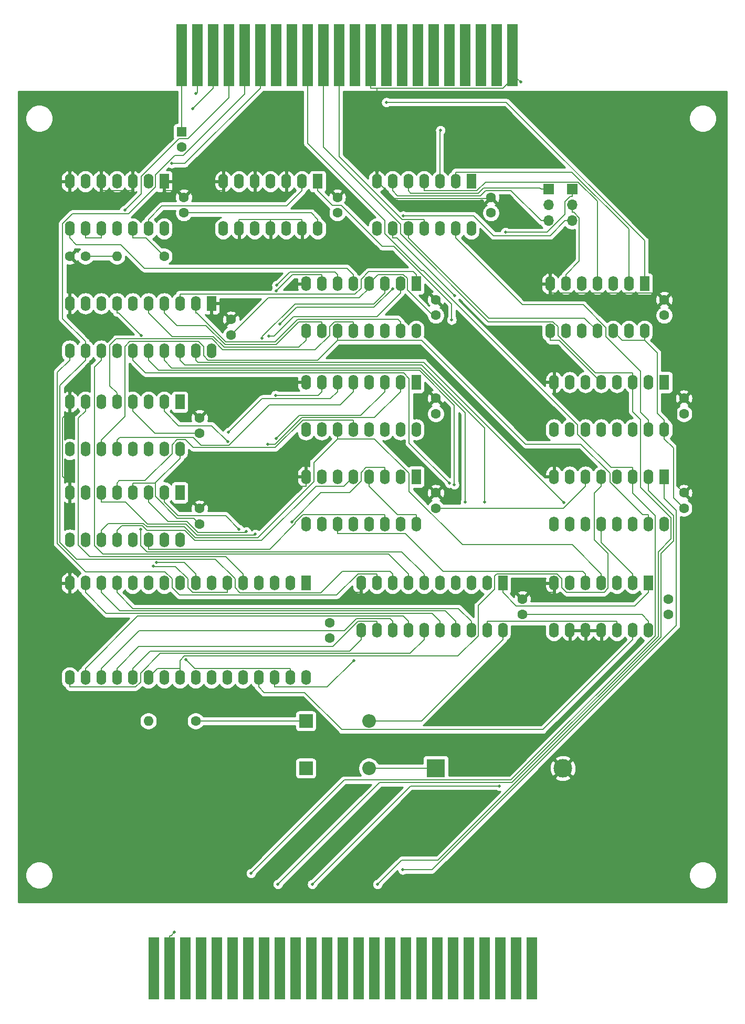
<source format=gbl>
G04 #@! TF.GenerationSoftware,KiCad,Pcbnew,(5.1.9)-1*
G04 #@! TF.CreationDate,2025-12-07T21:20:57+09:00*
G04 #@! TF.ProjectId,MZ-2000_EMM_CMU,4d5a2d32-3030-4305-9f45-4d4d5f434d55,rev?*
G04 #@! TF.SameCoordinates,PX20a6660PYbcc1c70*
G04 #@! TF.FileFunction,Copper,L2,Bot*
G04 #@! TF.FilePolarity,Positive*
%FSLAX46Y46*%
G04 Gerber Fmt 4.6, Leading zero omitted, Abs format (unit mm)*
G04 Created by KiCad (PCBNEW (5.1.9)-1) date 2025-12-07 21:20:57*
%MOMM*%
%LPD*%
G01*
G04 APERTURE LIST*
G04 #@! TA.AperFunction,ConnectorPad*
%ADD10R,1.780000X10.000000*%
G04 #@! TD*
G04 #@! TA.AperFunction,ComponentPad*
%ADD11C,1.600000*%
G04 #@! TD*
G04 #@! TA.AperFunction,ComponentPad*
%ADD12R,1.600000X1.600000*%
G04 #@! TD*
G04 #@! TA.AperFunction,ComponentPad*
%ADD13O,2.200000X2.200000*%
G04 #@! TD*
G04 #@! TA.AperFunction,ComponentPad*
%ADD14R,2.200000X2.200000*%
G04 #@! TD*
G04 #@! TA.AperFunction,ComponentPad*
%ADD15O,1.600000X1.600000*%
G04 #@! TD*
G04 #@! TA.AperFunction,ComponentPad*
%ADD16R,1.600000X2.400000*%
G04 #@! TD*
G04 #@! TA.AperFunction,ComponentPad*
%ADD17O,1.600000X2.400000*%
G04 #@! TD*
G04 #@! TA.AperFunction,ComponentPad*
%ADD18C,3.000000*%
G04 #@! TD*
G04 #@! TA.AperFunction,ComponentPad*
%ADD19R,3.000000X3.000000*%
G04 #@! TD*
G04 #@! TA.AperFunction,ComponentPad*
%ADD20R,1.700000X1.700000*%
G04 #@! TD*
G04 #@! TA.AperFunction,ComponentPad*
%ADD21O,1.700000X1.700000*%
G04 #@! TD*
G04 #@! TA.AperFunction,ViaPad*
%ADD22C,0.500000*%
G04 #@! TD*
G04 #@! TA.AperFunction,Conductor*
%ADD23C,0.200000*%
G04 #@! TD*
G04 #@! TA.AperFunction,Conductor*
%ADD24C,0.254000*%
G04 #@! TD*
G04 #@! TA.AperFunction,Conductor*
%ADD25C,0.100000*%
G04 #@! TD*
G04 APERTURE END LIST*
D10*
X26940000Y137196000D03*
X29480000Y137196000D03*
X32020000Y137196000D03*
X34560000Y137196000D03*
X37100000Y137196000D03*
X39640000Y137196000D03*
X42180000Y137196000D03*
X44720000Y137196000D03*
X47260000Y137196000D03*
X49800000Y137196000D03*
X52340000Y137196000D03*
X54880000Y137196000D03*
X57420000Y137196000D03*
X59960000Y137196000D03*
X62500000Y137196000D03*
X65040000Y137196000D03*
X67580000Y137196000D03*
X70120000Y137196000D03*
X72660000Y137196000D03*
X75200000Y137196000D03*
X77740000Y137196000D03*
X80280000Y137196000D03*
X83447500Y-10080000D03*
X80907500Y-10080000D03*
X78367500Y-10080000D03*
X75827500Y-10080000D03*
X73287500Y-10080000D03*
X70747500Y-10080000D03*
X68207500Y-10080000D03*
X65667500Y-10080000D03*
X63127500Y-10080000D03*
X60587500Y-10080000D03*
X58047500Y-10080000D03*
X55507500Y-10080000D03*
X52967500Y-10080000D03*
X50427500Y-10080000D03*
X47887500Y-10080000D03*
X45347500Y-10080000D03*
X42807500Y-10080000D03*
X40267500Y-10080000D03*
X37727500Y-10080000D03*
X35187500Y-10080000D03*
X32647500Y-10080000D03*
X30107500Y-10080000D03*
X27567500Y-10080000D03*
X25027500Y-10080000D03*
X22487500Y-10080000D03*
D11*
X76835000Y111760000D03*
X76835000Y114260000D03*
X34925000Y94575000D03*
X34925000Y92075000D03*
X67945000Y95250000D03*
X67945000Y97750000D03*
X29845000Y76200000D03*
X29845000Y78700000D03*
X67945000Y81875000D03*
X67945000Y79375000D03*
X29845000Y61595000D03*
X29845000Y64095000D03*
X67945000Y66635000D03*
X67945000Y64135000D03*
X50800000Y43180000D03*
X50800000Y45680000D03*
X81915000Y49490000D03*
X81915000Y46990000D03*
X8930000Y104775000D03*
X11430000Y104775000D03*
D12*
X26987500Y124841000D03*
D11*
X26987500Y122341000D03*
D13*
X57150000Y22225000D03*
D14*
X46990000Y22225000D03*
X46990000Y29845000D03*
D13*
X57150000Y29845000D03*
D11*
X24130000Y104775000D03*
D15*
X16510000Y104775000D03*
D16*
X24130000Y116840000D03*
D17*
X8890000Y109220000D03*
X21590000Y116840000D03*
X11430000Y109220000D03*
X19050000Y116840000D03*
X13970000Y109220000D03*
X16510000Y116840000D03*
X16510000Y109220000D03*
X13970000Y116840000D03*
X19050000Y109220000D03*
X11430000Y116840000D03*
X21590000Y109220000D03*
X8890000Y116840000D03*
X24130000Y109220000D03*
X31750000Y89535000D03*
X8890000Y97155000D03*
X29210000Y89535000D03*
X11430000Y97155000D03*
X26670000Y89535000D03*
X13970000Y97155000D03*
X24130000Y89535000D03*
X16510000Y97155000D03*
X21590000Y89535000D03*
X19050000Y97155000D03*
X19050000Y89535000D03*
X21590000Y97155000D03*
X16510000Y89535000D03*
X24130000Y97155000D03*
X13970000Y89535000D03*
X26670000Y97155000D03*
X11430000Y89535000D03*
X29210000Y97155000D03*
X8890000Y89535000D03*
D16*
X31750000Y97155000D03*
X64770000Y100330000D03*
D17*
X46990000Y92710000D03*
X62230000Y100330000D03*
X49530000Y92710000D03*
X59690000Y100330000D03*
X52070000Y92710000D03*
X57150000Y100330000D03*
X54610000Y92710000D03*
X54610000Y100330000D03*
X57150000Y92710000D03*
X52070000Y100330000D03*
X59690000Y92710000D03*
X49530000Y100330000D03*
X62230000Y92710000D03*
X46990000Y100330000D03*
X64770000Y92710000D03*
X26670000Y73660000D03*
X8890000Y81280000D03*
X24130000Y73660000D03*
X11430000Y81280000D03*
X21590000Y73660000D03*
X13970000Y81280000D03*
X19050000Y73660000D03*
X16510000Y81280000D03*
X16510000Y73660000D03*
X19050000Y81280000D03*
X13970000Y73660000D03*
X21590000Y81280000D03*
X11430000Y73660000D03*
X24130000Y81280000D03*
X8890000Y73660000D03*
D16*
X26670000Y81280000D03*
X64770000Y84455000D03*
D17*
X46990000Y76835000D03*
X62230000Y84455000D03*
X49530000Y76835000D03*
X59690000Y84455000D03*
X52070000Y76835000D03*
X57150000Y84455000D03*
X54610000Y76835000D03*
X54610000Y84455000D03*
X57150000Y76835000D03*
X52070000Y84455000D03*
X59690000Y76835000D03*
X49530000Y84455000D03*
X62230000Y76835000D03*
X46990000Y84455000D03*
X64770000Y76835000D03*
D16*
X26670000Y66675000D03*
D17*
X8890000Y59055000D03*
X24130000Y66675000D03*
X11430000Y59055000D03*
X21590000Y66675000D03*
X13970000Y59055000D03*
X19050000Y66675000D03*
X16510000Y59055000D03*
X16510000Y66675000D03*
X19050000Y59055000D03*
X13970000Y66675000D03*
X21590000Y59055000D03*
X11430000Y66675000D03*
X24130000Y59055000D03*
X8890000Y66675000D03*
X26670000Y59055000D03*
X64770000Y61595000D03*
X46990000Y69215000D03*
X62230000Y61595000D03*
X49530000Y69215000D03*
X59690000Y61595000D03*
X52070000Y69215000D03*
X57150000Y61595000D03*
X54610000Y69215000D03*
X54610000Y61595000D03*
X57150000Y69215000D03*
X52070000Y61595000D03*
X59690000Y69215000D03*
X49530000Y61595000D03*
X62230000Y69215000D03*
X46990000Y61595000D03*
D16*
X64770000Y69215000D03*
X46990000Y52070000D03*
D17*
X8890000Y36830000D03*
X44450000Y52070000D03*
X11430000Y36830000D03*
X41910000Y52070000D03*
X13970000Y36830000D03*
X39370000Y52070000D03*
X16510000Y36830000D03*
X36830000Y52070000D03*
X19050000Y36830000D03*
X34290000Y52070000D03*
X21590000Y36830000D03*
X31750000Y52070000D03*
X24130000Y36830000D03*
X29210000Y52070000D03*
X26670000Y36830000D03*
X26670000Y52070000D03*
X29210000Y36830000D03*
X24130000Y52070000D03*
X31750000Y36830000D03*
X21590000Y52070000D03*
X34290000Y36830000D03*
X19050000Y52070000D03*
X36830000Y36830000D03*
X16510000Y52070000D03*
X39370000Y36830000D03*
X13970000Y52070000D03*
X41910000Y36830000D03*
X11430000Y52070000D03*
X44450000Y36830000D03*
X8890000Y52070000D03*
X46990000Y36830000D03*
D16*
X78740000Y52070000D03*
D17*
X55880000Y44450000D03*
X76200000Y52070000D03*
X58420000Y44450000D03*
X73660000Y52070000D03*
X60960000Y44450000D03*
X71120000Y52070000D03*
X63500000Y44450000D03*
X68580000Y52070000D03*
X66040000Y44450000D03*
X66040000Y52070000D03*
X68580000Y44450000D03*
X63500000Y52070000D03*
X71120000Y44450000D03*
X60960000Y52070000D03*
X73660000Y44450000D03*
X58420000Y52070000D03*
X76200000Y44450000D03*
X55880000Y52070000D03*
X78740000Y44450000D03*
D18*
X88435000Y22225000D03*
D19*
X67945000Y22225000D03*
D11*
X52070000Y114260000D03*
X52070000Y111760000D03*
X27305000Y111760000D03*
X27305000Y114260000D03*
X104775000Y97750000D03*
X104775000Y95250000D03*
X107950000Y81875000D03*
X107950000Y79375000D03*
X107950000Y64135000D03*
X107950000Y66635000D03*
X105410000Y46990000D03*
X105410000Y49490000D03*
D20*
X86106000Y115570000D03*
D21*
X86106000Y113030000D03*
X86106000Y110490000D03*
X89916000Y110490000D03*
X89916000Y113030000D03*
D20*
X89916000Y115570000D03*
D16*
X48895000Y116840000D03*
D17*
X33655000Y109220000D03*
X46355000Y116840000D03*
X36195000Y109220000D03*
X43815000Y116840000D03*
X38735000Y109220000D03*
X41275000Y116840000D03*
X41275000Y109220000D03*
X38735000Y116840000D03*
X43815000Y109220000D03*
X36195000Y116840000D03*
X46355000Y109220000D03*
X33655000Y116840000D03*
X48895000Y109220000D03*
D16*
X101600000Y100330000D03*
D17*
X86360000Y92710000D03*
X99060000Y100330000D03*
X88900000Y92710000D03*
X96520000Y100330000D03*
X91440000Y92710000D03*
X93980000Y100330000D03*
X93980000Y92710000D03*
X91440000Y100330000D03*
X96520000Y92710000D03*
X88900000Y100330000D03*
X99060000Y92710000D03*
X86360000Y100330000D03*
X101600000Y92710000D03*
X104775000Y76835000D03*
X86995000Y84455000D03*
X102235000Y76835000D03*
X89535000Y84455000D03*
X99695000Y76835000D03*
X92075000Y84455000D03*
X97155000Y76835000D03*
X94615000Y84455000D03*
X94615000Y76835000D03*
X97155000Y84455000D03*
X92075000Y76835000D03*
X99695000Y84455000D03*
X89535000Y76835000D03*
X102235000Y84455000D03*
X86995000Y76835000D03*
D16*
X104775000Y84455000D03*
X104775000Y69215000D03*
D17*
X86995000Y61595000D03*
X102235000Y69215000D03*
X89535000Y61595000D03*
X99695000Y69215000D03*
X92075000Y61595000D03*
X97155000Y69215000D03*
X94615000Y61595000D03*
X94615000Y69215000D03*
X97155000Y61595000D03*
X92075000Y69215000D03*
X99695000Y61595000D03*
X89535000Y69215000D03*
X102235000Y61595000D03*
X86995000Y69215000D03*
X104775000Y61595000D03*
X102235000Y44450000D03*
X86995000Y52070000D03*
X99695000Y44450000D03*
X89535000Y52070000D03*
X97155000Y44450000D03*
X92075000Y52070000D03*
X94615000Y44450000D03*
X94615000Y52070000D03*
X92075000Y44450000D03*
X97155000Y52070000D03*
X89535000Y44450000D03*
X99695000Y52070000D03*
X86995000Y44450000D03*
D16*
X102235000Y52070000D03*
X73660000Y116840000D03*
D17*
X58420000Y109220000D03*
X71120000Y116840000D03*
X60960000Y109220000D03*
X68580000Y116840000D03*
X63500000Y109220000D03*
X66040000Y116840000D03*
X66040000Y109220000D03*
X63500000Y116840000D03*
X68580000Y109220000D03*
X60960000Y116840000D03*
X71120000Y109220000D03*
X58420000Y116840000D03*
X73660000Y109220000D03*
D11*
X29210000Y29845000D03*
D15*
X21590000Y29845000D03*
D22*
X25807700Y-4228000D03*
X81634900Y132850300D03*
X53175900Y48778800D03*
X70937300Y67948100D03*
X72688300Y65127100D03*
X75794500Y65127100D03*
X59960000Y129604200D03*
X48014300Y3529600D03*
X78193600Y19379900D03*
X68687400Y125084000D03*
X79174200Y108648000D03*
X70999300Y98390700D03*
X58559200Y3529600D03*
X62646800Y5854400D03*
X29267600Y130979200D03*
X70137400Y68171100D03*
X28717200Y128592900D03*
X20390700Y60766300D03*
X17780000Y112195000D03*
X25344100Y119723600D03*
X38144700Y5298400D03*
X42490300Y3529600D03*
X42822500Y93828500D03*
X60960000Y99533400D03*
X20442400Y91993700D03*
X62691900Y111301300D03*
X70521100Y94520800D03*
X88592600Y65019400D03*
X40991300Y91898100D03*
X39961000Y91602800D03*
X42275100Y100088500D03*
X42204400Y99210100D03*
X22391800Y54855700D03*
X22860000Y55386300D03*
X34378400Y74899900D03*
X40850200Y74479000D03*
X42213400Y75406100D03*
X34524700Y76390700D03*
X42094200Y82370500D03*
X36221700Y60768600D03*
X37343500Y60379400D03*
X38849200Y59953700D03*
X27616400Y39773900D03*
X44715800Y61940700D03*
X54726300Y39611400D03*
D23*
X26940000Y137196000D02*
X26940000Y131895700D01*
X26987500Y124841000D02*
X26987500Y131848200D01*
X26987500Y131848200D02*
X26940000Y131895700D01*
X78740000Y44450000D02*
X78740000Y42949700D01*
X78740000Y42949700D02*
X65635300Y29845000D01*
X65635300Y29845000D02*
X57150000Y29845000D01*
X19050000Y81280000D02*
X19050000Y79779700D01*
X29845000Y76200000D02*
X22629700Y76200000D01*
X22629700Y76200000D02*
X19050000Y79779700D01*
X104775000Y76835000D02*
X104775000Y75334700D01*
X104775000Y75334700D02*
X106275300Y73834400D01*
X106275300Y73834400D02*
X106275300Y65809700D01*
X106275300Y65809700D02*
X107950000Y64135000D01*
X104775000Y77585200D02*
X104775000Y76835000D01*
X104775000Y77585200D02*
X104775000Y78335300D01*
X92075000Y67714700D02*
X88495300Y64135000D01*
X88495300Y64135000D02*
X67945000Y64135000D01*
X48895000Y109220000D02*
X48895000Y110720300D01*
X27305000Y111760000D02*
X47855300Y111760000D01*
X47855300Y111760000D02*
X48895000Y110720300D01*
X92075000Y69215000D02*
X92075000Y67714700D01*
X67945000Y95250000D02*
X67397900Y95250000D01*
X67397900Y95250000D02*
X63338200Y99309700D01*
X63338200Y99309700D02*
X63338200Y101205300D01*
X63338200Y101205300D02*
X62697400Y101846100D01*
X62697400Y101846100D02*
X58666100Y101846100D01*
X58666100Y101846100D02*
X57150000Y100330000D01*
X57150000Y69215000D02*
X57150000Y67714700D01*
X64770000Y61595000D02*
X64770000Y63095300D01*
X64770000Y63095300D02*
X61769400Y63095300D01*
X61769400Y63095300D02*
X57150000Y67714700D01*
X57150000Y99579900D02*
X55623200Y98053100D01*
X55623200Y98053100D02*
X40903000Y98053100D01*
X40903000Y98053100D02*
X40903000Y98053000D01*
X40903000Y98053000D02*
X34925000Y92075000D01*
X102235000Y44450000D02*
X102235000Y45950300D01*
X102235000Y45950300D02*
X101195300Y46990000D01*
X101195300Y46990000D02*
X81915000Y46990000D01*
X104775000Y78335300D02*
X103646700Y79463600D01*
X103646700Y79463600D02*
X103646700Y89163000D01*
X103646700Y89163000D02*
X101600000Y91209700D01*
X101600000Y92710000D02*
X101600000Y91209700D01*
X96520000Y92710000D02*
X98020300Y91209700D01*
X98020300Y91209700D02*
X101600000Y91209700D01*
X57150000Y100330000D02*
X57150000Y99579900D01*
X22685600Y68175300D02*
X22690400Y68170500D01*
X22690400Y68170500D02*
X22690400Y66048000D01*
X22690400Y66048000D02*
X26198500Y62539900D01*
X26198500Y62539900D02*
X28900100Y62539900D01*
X28900100Y62539900D02*
X29845000Y61595000D01*
X22685600Y68175300D02*
X26670000Y72159700D01*
X19050000Y68175300D02*
X22685600Y68175300D01*
X19050000Y66675000D02*
X19050000Y68175300D01*
X26670000Y73660000D02*
X26670000Y72159700D01*
X13970000Y116840000D02*
X13970000Y115339700D01*
X19050000Y116840000D02*
X19050000Y115339700D01*
X19050000Y115339700D02*
X13970000Y115339700D01*
X58420000Y131895700D02*
X57420000Y131895700D01*
X80280000Y133401500D02*
X78774200Y131895700D01*
X78774200Y131895700D02*
X58420000Y131895700D01*
X58420000Y131895700D02*
X58420000Y118340300D01*
X58420000Y116840000D02*
X58420000Y118340300D01*
X80280000Y134545900D02*
X80280000Y133401500D01*
X80280000Y133401500D02*
X81083700Y133401500D01*
X81083700Y133401500D02*
X81634900Y132850300D01*
X57420000Y137196000D02*
X57420000Y131895700D01*
X58420000Y116840000D02*
X61174900Y114085100D01*
X61174900Y114085100D02*
X76660100Y114085100D01*
X76660100Y114085100D02*
X76835000Y114260000D01*
X107950000Y81875000D02*
X106839900Y80764900D01*
X106839900Y80764900D02*
X106839900Y67745100D01*
X106839900Y67745100D02*
X107950000Y66635000D01*
X25027500Y-10080000D02*
X25027500Y-4779700D01*
X25807700Y-4228000D02*
X25256000Y-4779700D01*
X25256000Y-4779700D02*
X25027500Y-4779700D01*
X8890000Y66675000D02*
X8890000Y68175300D01*
X8890000Y81280000D02*
X8890000Y79779700D01*
X8890000Y79779700D02*
X7770100Y78659800D01*
X7770100Y78659800D02*
X7770100Y69295200D01*
X7770100Y69295200D02*
X8890000Y68175300D01*
X86360000Y100330000D02*
X86360000Y98829700D01*
X86360000Y98829700D02*
X103695300Y98829700D01*
X103695300Y98829700D02*
X104775000Y97750000D01*
X55880000Y50569700D02*
X54966800Y50569700D01*
X54966800Y50569700D02*
X53175900Y48778800D01*
X55880000Y52070000D02*
X55880000Y50569700D01*
X80280000Y137196000D02*
X80280000Y134545900D01*
X24130000Y116840000D02*
X24130000Y115339700D01*
X24130000Y115339700D02*
X26225300Y115339700D01*
X26225300Y115339700D02*
X27305000Y114260000D01*
X33655000Y116840000D02*
X33655000Y115339700D01*
X33655000Y115339700D02*
X28384700Y115339700D01*
X28384700Y115339700D02*
X27305000Y114260000D01*
X86995000Y52070000D02*
X86995000Y50569700D01*
X86995000Y50569700D02*
X82994700Y50569700D01*
X82994700Y50569700D02*
X81915000Y49490000D01*
X46990000Y69215000D02*
X46990000Y67714700D01*
X46990000Y67714700D02*
X33464700Y67714700D01*
X33464700Y67714700D02*
X29845000Y64095000D01*
X36195000Y109220000D02*
X36195000Y110720300D01*
X36195000Y110720300D02*
X41275000Y110720300D01*
X41275000Y109220000D02*
X41275000Y110720300D01*
X46355000Y109220000D02*
X46355000Y110720300D01*
X46355000Y110720300D02*
X41275000Y110720300D01*
X21590000Y88034700D02*
X23255000Y86369700D01*
X23255000Y86369700D02*
X65300500Y86369700D01*
X65300500Y86369700D02*
X70937300Y80732900D01*
X70937300Y80732900D02*
X70937300Y67948100D01*
X21590000Y89535000D02*
X21590000Y88034700D01*
X24130000Y89535000D02*
X24130000Y88034700D01*
X72688300Y65127100D02*
X72688300Y79548300D01*
X72688300Y79548300D02*
X65466500Y86770100D01*
X65466500Y86770100D02*
X25394600Y86770100D01*
X25394600Y86770100D02*
X24130000Y88034700D01*
X75794500Y65127100D02*
X75794500Y77044100D01*
X75794500Y77044100D02*
X65629000Y87209600D01*
X65629000Y87209600D02*
X27495100Y87209600D01*
X27495100Y87209600D02*
X26670000Y88034700D01*
X26670000Y89535000D02*
X26670000Y88034700D01*
X101600000Y100330000D02*
X101600000Y107305000D01*
X101600000Y107305000D02*
X79300800Y129604200D01*
X79300800Y129604200D02*
X59960000Y129604200D01*
X78193600Y19379900D02*
X63864600Y19379900D01*
X63864600Y19379900D02*
X48014300Y3529600D01*
X68580000Y116840000D02*
X68580000Y124976600D01*
X68580000Y124976600D02*
X68687400Y125084000D01*
X84955700Y115570000D02*
X84731300Y115794400D01*
X84731300Y115794400D02*
X75618100Y115794400D01*
X75618100Y115794400D02*
X74763100Y114939400D01*
X74763100Y114939400D02*
X63900300Y114939400D01*
X63900300Y114939400D02*
X63500000Y115339700D01*
X86106000Y115570000D02*
X84955700Y115570000D01*
X63500000Y116840000D02*
X63500000Y115339700D01*
X60960000Y107719700D02*
X61670300Y107719700D01*
X61670300Y107719700D02*
X70999300Y98390700D01*
X89916000Y115570000D02*
X89916000Y114419700D01*
X79174200Y108648000D02*
X85908200Y108648000D01*
X85908200Y108648000D02*
X88765700Y111505500D01*
X88765700Y111505500D02*
X88765700Y113557100D01*
X88765700Y113557100D02*
X89628300Y114419700D01*
X89628300Y114419700D02*
X89916000Y114419700D01*
X60960000Y109220000D02*
X60960000Y107719700D01*
X102235000Y69215000D02*
X102235000Y67714700D01*
X58559200Y3529600D02*
X62450900Y7421300D01*
X62450900Y7421300D02*
X68320800Y7421300D01*
X68320800Y7421300D02*
X104266000Y43366500D01*
X104266000Y43366500D02*
X104266000Y56818000D01*
X104266000Y56818000D02*
X106289700Y58841700D01*
X106289700Y58841700D02*
X106289700Y62969400D01*
X106289700Y62969400D02*
X102235100Y67024000D01*
X102235100Y67024000D02*
X102235100Y67714700D01*
X102235100Y67714700D02*
X102235000Y67714700D01*
X62646800Y5854400D02*
X67320000Y5854400D01*
X67320000Y5854400D02*
X106690000Y45224400D01*
X106690000Y45224400D02*
X106690000Y63784500D01*
X106690000Y63784500D02*
X104775100Y65699400D01*
X104775100Y65699400D02*
X104775100Y67714700D01*
X104775100Y67714700D02*
X104775000Y67714700D01*
X104775000Y69215000D02*
X104775000Y67714700D01*
X29480000Y137196000D02*
X29480000Y131191600D01*
X29480000Y131191600D02*
X29267600Y130979200D01*
X19050000Y89535000D02*
X19050000Y88034700D01*
X70137400Y68171100D02*
X63641700Y74666800D01*
X63641700Y74666800D02*
X63641700Y85073500D01*
X63641700Y85073500D02*
X62746000Y85969200D01*
X62746000Y85969200D02*
X21115500Y85969200D01*
X21115500Y85969200D02*
X19050000Y88034700D01*
X32020000Y131895700D02*
X28717200Y128592900D01*
X32020000Y137196000D02*
X32020000Y131895700D01*
X66040000Y52070000D02*
X66040000Y53570300D01*
X66040000Y53570300D02*
X62472700Y57137600D01*
X62472700Y57137600D02*
X21389800Y57137600D01*
X21389800Y57137600D02*
X20401700Y58125700D01*
X20401700Y58125700D02*
X20401700Y60755400D01*
X20401700Y60755400D02*
X20401600Y60755400D01*
X20401600Y60755400D02*
X20390700Y60766300D01*
X34560000Y137196000D02*
X34560000Y130344200D01*
X34560000Y130344200D02*
X27948500Y123732700D01*
X27948500Y123732700D02*
X26502200Y123732700D01*
X26502200Y123732700D02*
X20448200Y117678700D01*
X20448200Y117678700D02*
X20448200Y114863200D01*
X20448200Y114863200D02*
X17780000Y112195000D01*
X13970000Y88034700D02*
X12869700Y86934400D01*
X12869700Y86934400D02*
X12869700Y58152200D01*
X12869700Y58152200D02*
X14284600Y56737300D01*
X14284600Y56737300D02*
X60333000Y56737300D01*
X60333000Y56737300D02*
X63500000Y53570300D01*
X13970000Y89535000D02*
X13970000Y88034700D01*
X63500000Y52070000D02*
X63500000Y53570300D01*
X11430000Y88034700D02*
X7327100Y83931800D01*
X7327100Y83931800D02*
X7327100Y58629200D01*
X7327100Y58629200D02*
X10019600Y55936700D01*
X10019600Y55936700D02*
X32401200Y55936700D01*
X32401200Y55936700D02*
X35560000Y52777900D01*
X35560000Y52777900D02*
X35560000Y51340800D01*
X35560000Y51340800D02*
X36370300Y50530500D01*
X36370300Y50530500D02*
X49389900Y50530500D01*
X49389900Y50530500D02*
X52843300Y53983900D01*
X52843300Y53983900D02*
X60546400Y53983900D01*
X60546400Y53983900D02*
X60960000Y53570300D01*
X11430000Y89535000D02*
X11430000Y88034700D01*
X60960000Y52070000D02*
X60960000Y53570300D01*
X37100000Y137196000D02*
X37100000Y130897300D01*
X37100000Y130897300D02*
X27213300Y121010600D01*
X27213300Y121010600D02*
X25843700Y121010600D01*
X25843700Y121010600D02*
X22718600Y117885500D01*
X22718600Y117885500D02*
X22718600Y115953100D01*
X22718600Y115953100D02*
X18397000Y111631500D01*
X18397000Y111631500D02*
X9325100Y111631500D01*
X9325100Y111631500D02*
X7740200Y110046600D01*
X7740200Y110046600D02*
X7740200Y94725100D01*
X7740200Y94725100D02*
X11430000Y91035300D01*
X11430000Y89535000D02*
X11430000Y91035300D01*
X8890000Y88034700D02*
X6926800Y86071500D01*
X6926800Y86071500D02*
X6926800Y58463400D01*
X6926800Y58463400D02*
X11468100Y53922100D01*
X11468100Y53922100D02*
X24252300Y53922100D01*
X24252300Y53922100D02*
X25400000Y52774400D01*
X25400000Y52774400D02*
X25400000Y51330900D01*
X25400000Y51330900D02*
X26600800Y50130100D01*
X26600800Y50130100D02*
X51949800Y50130100D01*
X51949800Y50130100D02*
X55390000Y53570300D01*
X55390000Y53570300D02*
X58420000Y53570300D01*
X39640000Y131895700D02*
X27467900Y119723600D01*
X27467900Y119723600D02*
X25344100Y119723600D01*
X39640000Y137196000D02*
X39640000Y131895700D01*
X8890000Y89535000D02*
X8890000Y88034700D01*
X58420000Y52070000D02*
X58420000Y53570300D01*
X99695000Y69215000D02*
X99695000Y66602100D01*
X99695000Y66602100D02*
X103335400Y62961700D01*
X103335400Y62961700D02*
X103335400Y43594100D01*
X103335400Y43594100D02*
X80071800Y20330500D01*
X80071800Y20330500D02*
X53176800Y20330500D01*
X53176800Y20330500D02*
X38144700Y5298400D01*
X99695000Y70715300D02*
X96197700Y70715300D01*
X96197700Y70715300D02*
X90805000Y76108000D01*
X90805000Y76108000D02*
X90805000Y77556100D01*
X90805000Y77556100D02*
X65905400Y102455700D01*
X65905400Y102455700D02*
X65657700Y102455700D01*
X65657700Y102455700D02*
X59690000Y108423400D01*
X59690000Y108423400D02*
X59690000Y110566800D01*
X59690000Y110566800D02*
X47260000Y122996800D01*
X47260000Y122996800D02*
X47260000Y137196000D01*
X99695000Y69215000D02*
X99695000Y70715300D01*
X99695000Y84455000D02*
X99695000Y79750500D01*
X99695000Y79750500D02*
X100965000Y78480500D01*
X100965000Y78480500D02*
X100965000Y67528100D01*
X100965000Y67528100D02*
X105889400Y62603700D01*
X105889400Y62603700D02*
X105889400Y59207800D01*
X105889400Y59207800D02*
X103801000Y57119400D01*
X103801000Y57119400D02*
X103801000Y43493400D01*
X103801000Y43493400D02*
X80237800Y19930200D01*
X80237800Y19930200D02*
X58890900Y19930200D01*
X58890900Y19930200D02*
X42490300Y3529600D01*
X99695000Y85205200D02*
X99695000Y84455000D01*
X99695000Y85955300D02*
X93698500Y85955300D01*
X93698500Y85955300D02*
X87630000Y92023800D01*
X87630000Y92023800D02*
X87630000Y93396700D01*
X87630000Y93396700D02*
X86816300Y94210400D01*
X86816300Y94210400D02*
X76405600Y94210400D01*
X76405600Y94210400D02*
X62230000Y108386000D01*
X62230000Y108386000D02*
X62230000Y109968800D01*
X62230000Y109968800D02*
X49800000Y122398800D01*
X49800000Y122398800D02*
X49800000Y131895700D01*
X99695000Y85205200D02*
X99695000Y85955300D01*
X49800000Y137196000D02*
X49800000Y131895700D01*
X60960000Y99533400D02*
X57965700Y96539100D01*
X57965700Y96539100D02*
X45533100Y96539100D01*
X45533100Y96539100D02*
X42822500Y93828500D01*
X52340000Y137196000D02*
X52340000Y120875000D01*
X52340000Y120875000D02*
X62494700Y110720300D01*
X62494700Y110720300D02*
X66040000Y110720300D01*
X66040000Y109220000D02*
X66040000Y110720300D01*
X67945000Y22225000D02*
X57150000Y22225000D01*
X19050000Y109220000D02*
X19050000Y107719700D01*
X19050000Y107719700D02*
X21185300Y107719700D01*
X21185300Y107719700D02*
X24130000Y104775000D01*
X54610000Y101830300D02*
X53613900Y102826400D01*
X53613900Y102826400D02*
X20947300Y102826400D01*
X20947300Y102826400D02*
X17117800Y106655900D01*
X17117800Y106655900D02*
X9953800Y106655900D01*
X9953800Y106655900D02*
X8890000Y107719700D01*
X8890000Y109220000D02*
X8890000Y107719700D01*
X54610000Y100330000D02*
X54610000Y101830300D01*
X16510000Y97155000D02*
X16510000Y95654700D01*
X16510000Y95654700D02*
X16781400Y95654700D01*
X16781400Y95654700D02*
X20442400Y91993700D01*
X16510000Y82780300D02*
X15402600Y83887700D01*
X15402600Y83887700D02*
X15402600Y90432500D01*
X15402600Y90432500D02*
X16405800Y91435700D01*
X16405800Y91435700D02*
X31864100Y91435700D01*
X31864100Y91435700D02*
X33609000Y89690800D01*
X33609000Y89690800D02*
X48474400Y89690800D01*
X48474400Y89690800D02*
X50800000Y92016400D01*
X50800000Y92016400D02*
X50800000Y93411300D01*
X50800000Y93411300D02*
X51599000Y94210300D01*
X51599000Y94210300D02*
X54610000Y94210300D01*
X54610000Y92710000D02*
X54610000Y94210300D01*
X16510000Y81280000D02*
X16510000Y82780300D01*
X54610000Y82954700D02*
X52504100Y80848800D01*
X52504100Y80848800D02*
X41131000Y80848800D01*
X41131000Y80848800D02*
X34606400Y74324200D01*
X34606400Y74324200D02*
X30100500Y74324200D01*
X30100500Y74324200D02*
X28828400Y75596300D01*
X28828400Y75596300D02*
X16946000Y75596300D01*
X16946000Y75596300D02*
X16510000Y75160300D01*
X54610000Y84455000D02*
X54610000Y82954700D01*
X16510000Y73660000D02*
X16510000Y75160300D01*
X62230000Y94210300D02*
X61807600Y94632700D01*
X61807600Y94632700D02*
X45704600Y94632700D01*
X45704600Y94632700D02*
X42024200Y90952300D01*
X42024200Y90952300D02*
X34099200Y90952300D01*
X34099200Y90952300D02*
X29396800Y95654700D01*
X29396800Y95654700D02*
X29210000Y95654700D01*
X62230000Y92710000D02*
X62230000Y94210300D01*
X29210000Y97155000D02*
X29210000Y95654700D01*
X29210000Y29845000D02*
X46990000Y29845000D01*
X16510000Y104775000D02*
X11430000Y104775000D01*
X84955700Y110490000D02*
X80075800Y115369900D01*
X80075800Y115369900D02*
X75959600Y115369900D01*
X75959600Y115369900D02*
X75105800Y114516100D01*
X75105800Y114516100D02*
X61783600Y114516100D01*
X61783600Y114516100D02*
X60960000Y115339700D01*
X86106000Y110490000D02*
X84955700Y110490000D01*
X60960000Y116840000D02*
X60960000Y115339700D01*
X62691900Y111301300D02*
X74061100Y111301300D01*
X74061100Y111301300D02*
X77264700Y108097700D01*
X77264700Y108097700D02*
X86373400Y108097700D01*
X86373400Y108097700D02*
X88765700Y110490000D01*
X89916000Y110490000D02*
X88765700Y110490000D01*
X88900000Y100330000D02*
X88900000Y101830300D01*
X89916000Y113030000D02*
X89916000Y111879700D01*
X89916000Y111879700D02*
X90203600Y111879700D01*
X90203600Y111879700D02*
X91091600Y110991700D01*
X91091600Y110991700D02*
X91091600Y104021900D01*
X91091600Y104021900D02*
X88900000Y101830300D01*
X21590000Y109220000D02*
X21590000Y110720300D01*
X46355000Y116840000D02*
X46355000Y115339700D01*
X46355000Y115339700D02*
X43903700Y112888400D01*
X43903700Y112888400D02*
X23758100Y112888400D01*
X23758100Y112888400D02*
X21590000Y110720300D01*
X102235000Y78335300D02*
X100965000Y79605300D01*
X100965000Y79605300D02*
X100965000Y86242100D01*
X100965000Y86242100D02*
X95407300Y91799800D01*
X95407300Y91799800D02*
X95407300Y93242500D01*
X95407300Y93242500D02*
X91700500Y96949300D01*
X91700500Y96949300D02*
X81890400Y96949300D01*
X81890400Y96949300D02*
X71120000Y107719700D01*
X102235000Y76835000D02*
X102235000Y78335300D01*
X71120000Y109220000D02*
X71120000Y107719700D01*
X48895000Y116840000D02*
X48895000Y115339700D01*
X70521100Y94520800D02*
X70521100Y97026000D01*
X70521100Y97026000D02*
X61199400Y106347700D01*
X61199400Y106347700D02*
X59336100Y106347700D01*
X59336100Y106347700D02*
X52673800Y113010000D01*
X52673800Y113010000D02*
X51224700Y113010000D01*
X51224700Y113010000D02*
X48895000Y115339700D01*
X76200000Y44450000D02*
X76200000Y45950300D01*
X97155000Y44450000D02*
X97155000Y45950300D01*
X97155000Y45950300D02*
X85955300Y45950300D01*
X85955300Y45950300D02*
X85890600Y45885600D01*
X85890600Y45885600D02*
X80092400Y45885600D01*
X80092400Y45885600D02*
X80027700Y45950300D01*
X80027700Y45950300D02*
X76200000Y45950300D01*
X11430000Y109220000D02*
X11430000Y107719700D01*
X13970000Y109220000D02*
X13970000Y107719700D01*
X13970000Y107719700D02*
X11430000Y107719700D01*
X88592600Y65019400D02*
X65977600Y87634400D01*
X65977600Y87634400D02*
X29610300Y87634400D01*
X29610300Y87634400D02*
X29210000Y88034700D01*
X29210000Y89535000D02*
X29210000Y88034700D01*
X21590000Y97155000D02*
X21590000Y95654700D01*
X46990000Y92710000D02*
X46990000Y91209700D01*
X46990000Y91209700D02*
X45879900Y90099600D01*
X45879900Y90099600D02*
X33813600Y90099600D01*
X33813600Y90099600D02*
X32077100Y91836100D01*
X32077100Y91836100D02*
X25408600Y91836100D01*
X25408600Y91836100D02*
X21590000Y95654700D01*
X24130000Y97155000D02*
X24130000Y95654700D01*
X49530000Y92710000D02*
X49530000Y94210300D01*
X49530000Y94210300D02*
X45867600Y94210300D01*
X45867600Y94210300D02*
X42183300Y90526000D01*
X42183300Y90526000D02*
X33959400Y90526000D01*
X33959400Y90526000D02*
X30881700Y93603700D01*
X30881700Y93603700D02*
X26181000Y93603700D01*
X26181000Y93603700D02*
X24130000Y95654700D01*
X64770000Y101830300D02*
X64319700Y102280600D01*
X64319700Y102280600D02*
X57138000Y102280600D01*
X57138000Y102280600D02*
X55880000Y101022600D01*
X55880000Y101022600D02*
X55880000Y99621500D01*
X55880000Y99621500D02*
X54913800Y98655300D01*
X54913800Y98655300D02*
X26670000Y98655300D01*
X26670000Y97155000D02*
X26670000Y98655300D01*
X64770000Y100330000D02*
X64770000Y101830300D01*
X62230000Y98829700D02*
X58433400Y95033100D01*
X58433400Y95033100D02*
X44972800Y95033100D01*
X44972800Y95033100D02*
X41837800Y91898100D01*
X41837800Y91898100D02*
X40991300Y91898100D01*
X62230000Y100330000D02*
X62230000Y98829700D01*
X59690000Y98829700D02*
X57956100Y97095800D01*
X57956100Y97095800D02*
X45257700Y97095800D01*
X45257700Y97095800D02*
X39961000Y91799100D01*
X39961000Y91799100D02*
X39961000Y91602800D01*
X59690000Y100330000D02*
X59690000Y98829700D01*
X52070000Y91209700D02*
X48895000Y88034700D01*
X48895000Y88034700D02*
X31237400Y88034700D01*
X31237400Y88034700D02*
X30480000Y88792100D01*
X30480000Y88792100D02*
X30480000Y90237200D01*
X30480000Y90237200D02*
X29681900Y91035300D01*
X29681900Y91035300D02*
X18594200Y91035300D01*
X18594200Y91035300D02*
X17780000Y90221100D01*
X17780000Y90221100D02*
X17780000Y78970300D01*
X17780000Y78970300D02*
X13970000Y75160300D01*
X13970000Y73660000D02*
X13970000Y75160300D01*
X52070000Y92710000D02*
X52070000Y91209700D01*
X102235000Y61595000D02*
X102235000Y63095300D01*
X102235000Y63095300D02*
X101297300Y63095300D01*
X101297300Y63095300D02*
X96029300Y68363300D01*
X96029300Y68363300D02*
X96029300Y69766900D01*
X96029300Y69766900D02*
X91352800Y74443400D01*
X91352800Y74443400D02*
X82435200Y74443400D01*
X82435200Y74443400D02*
X65668900Y91209700D01*
X65668900Y91209700D02*
X52070000Y91209700D01*
X52070000Y100330000D02*
X52070000Y101830300D01*
X42275100Y100088500D02*
X44432700Y102246100D01*
X44432700Y102246100D02*
X51654200Y102246100D01*
X51654200Y102246100D02*
X52070000Y101830300D01*
X42204400Y99210100D02*
X44824600Y101830300D01*
X44824600Y101830300D02*
X49530000Y101830300D01*
X49530000Y100330000D02*
X49530000Y101830300D01*
X11430000Y79779700D02*
X10318800Y78668500D01*
X10318800Y78668500D02*
X10318800Y58205700D01*
X10318800Y58205700D02*
X12187500Y56337000D01*
X12187500Y56337000D02*
X34063300Y56337000D01*
X34063300Y56337000D02*
X36830000Y53570300D01*
X11430000Y81280000D02*
X11430000Y79779700D01*
X36830000Y52070000D02*
X36830000Y53570300D01*
X34290000Y52070000D02*
X34290000Y50569700D01*
X34290000Y50569700D02*
X28711100Y50569700D01*
X28711100Y50569700D02*
X27940000Y51340800D01*
X27940000Y51340800D02*
X27940000Y52777800D01*
X27940000Y52777800D02*
X25944300Y54773500D01*
X25944300Y54773500D02*
X22474000Y54773500D01*
X22474000Y54773500D02*
X22391800Y54855700D01*
X29210000Y53570300D02*
X27394000Y55386300D01*
X27394000Y55386300D02*
X22860000Y55386300D01*
X29210000Y52070000D02*
X29210000Y53570300D01*
X24130000Y79779700D02*
X26459700Y77450000D01*
X26459700Y77450000D02*
X31828300Y77450000D01*
X31828300Y77450000D02*
X34378400Y74899900D01*
X24130000Y81280000D02*
X24130000Y79779700D01*
X40850200Y74479000D02*
X42064600Y74479000D01*
X42064600Y74479000D02*
X46321300Y78735700D01*
X46321300Y78735700D02*
X58011000Y78735700D01*
X58011000Y78735700D02*
X62230000Y82954700D01*
X62230000Y84455000D02*
X62230000Y82954700D01*
X59690000Y84455000D02*
X59690000Y82954700D01*
X42213400Y75406100D02*
X45943400Y79136100D01*
X45943400Y79136100D02*
X55871400Y79136100D01*
X55871400Y79136100D02*
X59690000Y82954700D01*
X52070000Y75334700D02*
X48260000Y71524700D01*
X48260000Y71524700D02*
X48260000Y68412600D01*
X48260000Y68412600D02*
X39248500Y59401100D01*
X39248500Y59401100D02*
X29176500Y59401100D01*
X29176500Y59401100D02*
X27421900Y61155700D01*
X27421900Y61155700D02*
X21345700Y61155700D01*
X21345700Y61155700D02*
X20784500Y61716900D01*
X20784500Y61716900D02*
X15131600Y61716900D01*
X15131600Y61716900D02*
X13970000Y60555300D01*
X13970000Y59055000D02*
X13970000Y60555300D01*
X52070000Y76835000D02*
X52070000Y75334700D01*
X94615000Y52070000D02*
X94615000Y53570300D01*
X94615000Y53570300D02*
X89916000Y58269300D01*
X89916000Y58269300D02*
X72226600Y58269300D01*
X72226600Y58269300D02*
X63641700Y66854200D01*
X63641700Y66854200D02*
X63641700Y69761600D01*
X63641700Y69761600D02*
X58068600Y75334700D01*
X58068600Y75334700D02*
X52070000Y75334700D01*
X16510000Y68175300D02*
X16910400Y68575700D01*
X16910400Y68575700D02*
X21044600Y68575700D01*
X21044600Y68575700D02*
X25400000Y72931100D01*
X25400000Y72931100D02*
X25400000Y74369000D01*
X25400000Y74369000D02*
X26226900Y75195900D01*
X26226900Y75195900D02*
X27568900Y75195900D01*
X27568900Y75195900D02*
X28840900Y73923900D01*
X28840900Y73923900D02*
X42075600Y73923900D01*
X42075600Y73923900D02*
X46487000Y78335300D01*
X46487000Y78335300D02*
X54610000Y78335300D01*
X54610000Y76835000D02*
X54610000Y78335300D01*
X16510000Y66675000D02*
X16510000Y68175300D01*
X52070000Y84455000D02*
X52070000Y82954700D01*
X52070000Y82954700D02*
X50934100Y81818800D01*
X50934100Y81818800D02*
X39952800Y81818800D01*
X39952800Y81818800D02*
X34524700Y76390700D01*
X49530000Y82954700D02*
X48945800Y82370500D01*
X48945800Y82370500D02*
X42094200Y82370500D01*
X49530000Y84455000D02*
X49530000Y82954700D01*
X36221700Y60768600D02*
X34050000Y62940300D01*
X34050000Y62940300D02*
X26364400Y62940300D01*
X26364400Y62940300D02*
X24130000Y65174700D01*
X24130000Y66675000D02*
X24130000Y65174700D01*
X21590000Y65174700D02*
X24735000Y62029700D01*
X24735000Y62029700D02*
X27817400Y62029700D01*
X27817400Y62029700D02*
X29628900Y60218200D01*
X29628900Y60218200D02*
X37182300Y60218200D01*
X37182300Y60218200D02*
X37343500Y60379400D01*
X21590000Y66675000D02*
X21590000Y65174700D01*
X16510000Y59055000D02*
X16510000Y60555300D01*
X54610000Y69215000D02*
X53109600Y67714600D01*
X53109600Y67714600D02*
X48616900Y67714600D01*
X48616900Y67714600D02*
X39869500Y58967200D01*
X39869500Y58967200D02*
X29044100Y58967200D01*
X29044100Y58967200D02*
X27455900Y60555400D01*
X27455900Y60555400D02*
X21379900Y60555400D01*
X21379900Y60555400D02*
X20618700Y61316600D01*
X20618700Y61316600D02*
X17271300Y61316600D01*
X17271300Y61316600D02*
X16510000Y60555300D01*
X13970000Y65174700D02*
X17892800Y65174700D01*
X17892800Y65174700D02*
X21438200Y61629300D01*
X21438200Y61629300D02*
X27651600Y61629300D01*
X27651600Y61629300D02*
X29463000Y59817900D01*
X29463000Y59817900D02*
X38713400Y59817900D01*
X38713400Y59817900D02*
X38849200Y59953700D01*
X13970000Y66675000D02*
X13970000Y65174700D01*
X44450000Y36830000D02*
X44450000Y38330300D01*
X44450000Y38330300D02*
X29060000Y38330300D01*
X29060000Y38330300D02*
X27616400Y39773900D01*
X52070000Y60094700D02*
X62998800Y60094700D01*
X62998800Y60094700D02*
X69122900Y53970600D01*
X69122900Y53970600D02*
X91674700Y53970600D01*
X91674700Y53970600D02*
X92075000Y53570300D01*
X92075000Y52070000D02*
X92075000Y53570300D01*
X52070000Y61595000D02*
X52070000Y60094700D01*
X44715800Y61940700D02*
X49428900Y66653800D01*
X49428900Y66653800D02*
X54018500Y66653800D01*
X54018500Y66653800D02*
X55880000Y68515300D01*
X55880000Y68515300D02*
X55880000Y69915000D01*
X55880000Y69915000D02*
X56680300Y70715300D01*
X56680300Y70715300D02*
X59690000Y70715300D01*
X59690000Y69215000D02*
X59690000Y70715300D01*
X41910000Y36830000D02*
X41910000Y35329700D01*
X41910000Y35329700D02*
X50444600Y35329700D01*
X50444600Y35329700D02*
X54726300Y39611400D01*
X78740000Y52070000D02*
X78740000Y50569700D01*
X102235000Y52070000D02*
X102235000Y50569700D01*
X102235000Y50569700D02*
X100035000Y48369700D01*
X100035000Y48369700D02*
X80940000Y48369700D01*
X80940000Y48369700D02*
X78740000Y50569700D01*
X99695000Y42949700D02*
X85189900Y28444600D01*
X85189900Y28444600D02*
X52803600Y28444600D01*
X52803600Y28444600D02*
X46794200Y34454000D01*
X46794200Y34454000D02*
X40245700Y34454000D01*
X40245700Y34454000D02*
X39370000Y35329700D01*
X39370000Y36830000D02*
X39370000Y35329700D01*
X99695000Y44450000D02*
X99695000Y42949700D01*
X99695000Y52070000D02*
X99695000Y53570300D01*
X99695000Y53570300D02*
X94615000Y58650300D01*
X94615000Y58650300D02*
X94615000Y61595000D01*
X66040000Y42949700D02*
X63814800Y40724500D01*
X63814800Y40724500D02*
X23513900Y40724500D01*
X23513900Y40724500D02*
X20320000Y37530600D01*
X20320000Y37530600D02*
X20320000Y36139300D01*
X20320000Y36139300D02*
X19510400Y35329700D01*
X19510400Y35329700D02*
X8890000Y35329700D01*
X8890000Y36830000D02*
X8890000Y35329700D01*
X66040000Y44450000D02*
X66040000Y42949700D01*
X11430000Y36830000D02*
X11430000Y38330300D01*
X63500000Y44450000D02*
X63500000Y45950300D01*
X63500000Y45950300D02*
X62664900Y46785400D01*
X62664900Y46785400D02*
X19885100Y46785400D01*
X19885100Y46785400D02*
X11430000Y38330300D01*
X13970000Y38330300D02*
X20069700Y44430000D01*
X20069700Y44430000D02*
X53221400Y44430000D01*
X53221400Y44430000D02*
X55149300Y46357900D01*
X55149300Y46357900D02*
X60552400Y46357900D01*
X60552400Y46357900D02*
X60960000Y45950300D01*
X13970000Y36830000D02*
X13970000Y38330300D01*
X60960000Y44450000D02*
X60960000Y45950300D01*
X58420000Y45950300D02*
X55410400Y45950300D01*
X55410400Y45950300D02*
X51324900Y41864800D01*
X51324900Y41864800D02*
X20044500Y41864800D01*
X20044500Y41864800D02*
X16510000Y38330300D01*
X58420000Y44450000D02*
X58420000Y45950300D01*
X16510000Y36830000D02*
X16510000Y38330300D01*
X55880000Y42949700D02*
X54055100Y41124800D01*
X54055100Y41124800D02*
X21844500Y41124800D01*
X21844500Y41124800D02*
X19050000Y38330300D01*
X19050000Y36830000D02*
X19050000Y38330300D01*
X55880000Y44450000D02*
X55880000Y42949700D01*
X16510000Y52070000D02*
X16510000Y50569700D01*
X73660000Y44450000D02*
X73660000Y45950300D01*
X73660000Y45950300D02*
X71623800Y47986500D01*
X71623800Y47986500D02*
X19093200Y47986500D01*
X19093200Y47986500D02*
X16510000Y50569700D01*
X13970000Y50569700D02*
X16953600Y47586100D01*
X16953600Y47586100D02*
X69484200Y47586100D01*
X69484200Y47586100D02*
X71120000Y45950300D01*
X13970000Y52070000D02*
X13970000Y50569700D01*
X71120000Y44450000D02*
X71120000Y45950300D01*
X68580000Y45950300D02*
X67344500Y47185800D01*
X67344500Y47185800D02*
X14813900Y47185800D01*
X14813900Y47185800D02*
X11430000Y50569700D01*
X11430000Y52070000D02*
X11430000Y50569700D01*
X68580000Y44450000D02*
X68580000Y45950300D01*
X71120000Y118340300D02*
X89900900Y118340300D01*
X89900900Y118340300D02*
X99059900Y109181300D01*
X99059900Y109181300D02*
X99059900Y101830300D01*
X99059900Y101830300D02*
X99060000Y101830300D01*
X99060000Y100330000D02*
X99060000Y101830300D01*
X71120000Y116840000D02*
X71120000Y118340300D01*
X63500000Y109220000D02*
X63500000Y107719700D01*
X63500000Y107719700D02*
X76464900Y94754800D01*
X76464900Y94754800D02*
X91935200Y94754800D01*
X91935200Y94754800D02*
X93980000Y92710000D01*
X66040000Y116840000D02*
X66040000Y115339700D01*
X93980000Y100330000D02*
X93980000Y113685600D01*
X93980000Y113685600D02*
X90929000Y116736600D01*
X90929000Y116736600D02*
X75981300Y116736600D01*
X75981300Y116736600D02*
X74584400Y115339700D01*
X74584400Y115339700D02*
X66040000Y115339700D01*
X21590000Y57554700D02*
X41153900Y57554700D01*
X41153900Y57554700D02*
X45266100Y61666900D01*
X45266100Y61666900D02*
X45266100Y61873900D01*
X45266100Y61873900D02*
X46487500Y63095300D01*
X46487500Y63095300D02*
X59690000Y63095300D01*
X21590000Y59055000D02*
X21590000Y57554700D01*
X59690000Y61595000D02*
X59690000Y63095300D01*
X94615000Y67714700D02*
X93503800Y66603500D01*
X93503800Y66603500D02*
X93503800Y59069900D01*
X93503800Y59069900D02*
X95751900Y56821800D01*
X95751900Y56821800D02*
X95751900Y51228900D01*
X95751900Y51228900D02*
X95086000Y50563000D01*
X95086000Y50563000D02*
X89064000Y50563000D01*
X89064000Y50563000D02*
X88265000Y51362000D01*
X88265000Y51362000D02*
X88265000Y52799000D01*
X88265000Y52799000D02*
X87493700Y53570300D01*
X87493700Y53570300D02*
X77798000Y53570300D01*
X77798000Y53570300D02*
X77408700Y53181000D01*
X77408700Y53181000D02*
X77408700Y51078500D01*
X77408700Y51078500D02*
X74760400Y48430200D01*
X74760400Y48430200D02*
X74760400Y43585600D01*
X74760400Y43585600D02*
X71499000Y40324200D01*
X71499000Y40324200D02*
X27388500Y40324200D01*
X27388500Y40324200D02*
X26670000Y39605700D01*
X26670000Y39605700D02*
X26670000Y38330300D01*
X26670000Y38330300D02*
X23090300Y38330300D01*
X23090300Y38330300D02*
X21590000Y36830000D01*
X94615000Y69215000D02*
X94615000Y67714700D01*
X26670000Y36830000D02*
X26670000Y38330300D01*
X86360000Y92710000D02*
X86360000Y91209700D01*
X94615000Y84455000D02*
X87860300Y91209700D01*
X87860300Y91209700D02*
X86360000Y91209700D01*
D24*
X26252500Y126279072D02*
X26187500Y126279072D01*
X26063018Y126266812D01*
X25943320Y126230502D01*
X25833006Y126171537D01*
X25736315Y126092185D01*
X25656963Y125995494D01*
X25597998Y125885180D01*
X25561688Y125765482D01*
X25549428Y125641000D01*
X25549428Y124041000D01*
X25561688Y123916518D01*
X25581444Y123851391D01*
X20024231Y118294177D01*
X19974895Y118344500D01*
X19741646Y118503715D01*
X19481818Y118614367D01*
X19399039Y118631904D01*
X19177000Y118509915D01*
X19177000Y116967000D01*
X19197000Y116967000D01*
X19197000Y116713000D01*
X19177000Y116713000D01*
X19177000Y115170085D01*
X19399039Y115048096D01*
X19481818Y115065633D01*
X19707145Y115161592D01*
X17608848Y113063294D01*
X17521855Y113045990D01*
X17360795Y112979277D01*
X17215845Y112882424D01*
X17092576Y112759155D01*
X16995723Y112614205D01*
X16929010Y112453145D01*
X16911775Y112366500D01*
X9361204Y112366500D01*
X9325099Y112370056D01*
X9181014Y112355865D01*
X9139089Y112343147D01*
X9042467Y112313837D01*
X8914780Y112245587D01*
X8802862Y112153738D01*
X8779846Y112125693D01*
X7246008Y110591854D01*
X7217962Y110568837D01*
X7126113Y110456919D01*
X7057863Y110329232D01*
X7044193Y110284167D01*
X7015835Y110190685D01*
X7001644Y110046600D01*
X7005200Y110010495D01*
X7005201Y94761215D01*
X7001644Y94725100D01*
X7015835Y94581015D01*
X7057864Y94442467D01*
X7126114Y94314780D01*
X7217963Y94202862D01*
X7246008Y94179846D01*
X10443816Y90982037D01*
X10410393Y90954608D01*
X10231068Y90736101D01*
X10160000Y90603142D01*
X10088932Y90736101D01*
X9909608Y90954608D01*
X9691101Y91133932D01*
X9441808Y91267182D01*
X9171309Y91349236D01*
X8890000Y91376943D01*
X8608692Y91349236D01*
X8338193Y91267182D01*
X8088900Y91133932D01*
X7870393Y90954608D01*
X7691068Y90736101D01*
X7557818Y90486808D01*
X7475764Y90216309D01*
X7455000Y90005492D01*
X7455000Y89064509D01*
X7475764Y88853692D01*
X7557818Y88583193D01*
X7691068Y88333900D01*
X7870392Y88115393D01*
X7903816Y88087963D01*
X6432608Y86616754D01*
X6404562Y86593737D01*
X6312713Y86481819D01*
X6244463Y86354132D01*
X6227115Y86296943D01*
X6202435Y86215585D01*
X6188244Y86071500D01*
X6191800Y86035395D01*
X6191801Y58499515D01*
X6188244Y58463400D01*
X6202435Y58319315D01*
X6244464Y58180767D01*
X6312714Y58053080D01*
X6404563Y57941162D01*
X6432608Y57918146D01*
X10663387Y53687366D01*
X10628900Y53668932D01*
X10410393Y53489608D01*
X10231068Y53271101D01*
X10162735Y53143259D01*
X10012601Y53372839D01*
X9814895Y53574500D01*
X9581646Y53733715D01*
X9321818Y53844367D01*
X9239039Y53861904D01*
X9017000Y53739915D01*
X9017000Y52197000D01*
X9037000Y52197000D01*
X9037000Y51943000D01*
X9017000Y51943000D01*
X9017000Y50400085D01*
X9239039Y50278096D01*
X9321818Y50295633D01*
X9581646Y50406285D01*
X9814895Y50565500D01*
X10012601Y50767161D01*
X10162735Y50996742D01*
X10231068Y50868900D01*
X10410392Y50650393D01*
X10628899Y50471068D01*
X10705174Y50430298D01*
X10705635Y50425615D01*
X10747664Y50287067D01*
X10815914Y50159380D01*
X10907763Y50047462D01*
X10935807Y50024447D01*
X14268646Y46691607D01*
X14291662Y46663562D01*
X14403580Y46571713D01*
X14531267Y46503463D01*
X14669815Y46461435D01*
X14777795Y46450800D01*
X14777804Y46450800D01*
X14813899Y46447245D01*
X14849994Y46450800D01*
X18511053Y46450800D01*
X10935808Y38875554D01*
X10907763Y38852538D01*
X10815914Y38740620D01*
X10764396Y38644236D01*
X10747664Y38612933D01*
X10705635Y38474385D01*
X10705174Y38469701D01*
X10628900Y38428932D01*
X10410393Y38249608D01*
X10231068Y38031101D01*
X10160000Y37898142D01*
X10088932Y38031101D01*
X9909608Y38249608D01*
X9691101Y38428932D01*
X9441808Y38562182D01*
X9171309Y38644236D01*
X8890000Y38671943D01*
X8608692Y38644236D01*
X8338193Y38562182D01*
X8088900Y38428932D01*
X7870393Y38249608D01*
X7691068Y38031101D01*
X7557818Y37781808D01*
X7475764Y37511309D01*
X7455000Y37300492D01*
X7455000Y36359509D01*
X7475764Y36148692D01*
X7557818Y35878193D01*
X7691068Y35628900D01*
X7870392Y35410393D01*
X8088899Y35231068D01*
X8165174Y35190298D01*
X8165635Y35185615D01*
X8207663Y35047067D01*
X8275913Y34919380D01*
X8367762Y34807462D01*
X8479680Y34715613D01*
X8607367Y34647363D01*
X8745915Y34605335D01*
X8853895Y34594700D01*
X8890000Y34591144D01*
X8926105Y34594700D01*
X19474295Y34594700D01*
X19510400Y34591144D01*
X19546505Y34594700D01*
X19654485Y34605335D01*
X19793033Y34647363D01*
X19920720Y34715613D01*
X20032638Y34807462D01*
X20055658Y34835512D01*
X20603428Y35383281D01*
X20788899Y35231068D01*
X21038192Y35097818D01*
X21308691Y35015764D01*
X21590000Y34988057D01*
X21871308Y35015764D01*
X22141807Y35097818D01*
X22391100Y35231068D01*
X22609607Y35410392D01*
X22788932Y35628899D01*
X22860000Y35761858D01*
X22931068Y35628900D01*
X23110392Y35410393D01*
X23328899Y35231068D01*
X23578192Y35097818D01*
X23848691Y35015764D01*
X24130000Y34988057D01*
X24411308Y35015764D01*
X24681807Y35097818D01*
X24931100Y35231068D01*
X25149607Y35410392D01*
X25328932Y35628899D01*
X25400000Y35761858D01*
X25471068Y35628900D01*
X25650392Y35410393D01*
X25868899Y35231068D01*
X26118192Y35097818D01*
X26388691Y35015764D01*
X26670000Y34988057D01*
X26951308Y35015764D01*
X27221807Y35097818D01*
X27471100Y35231068D01*
X27689607Y35410392D01*
X27868932Y35628899D01*
X27940000Y35761858D01*
X28011068Y35628900D01*
X28190392Y35410393D01*
X28408899Y35231068D01*
X28658192Y35097818D01*
X28928691Y35015764D01*
X29210000Y34988057D01*
X29491308Y35015764D01*
X29761807Y35097818D01*
X30011100Y35231068D01*
X30229607Y35410392D01*
X30408932Y35628899D01*
X30480000Y35761858D01*
X30551068Y35628900D01*
X30730392Y35410393D01*
X30948899Y35231068D01*
X31198192Y35097818D01*
X31468691Y35015764D01*
X31750000Y34988057D01*
X32031308Y35015764D01*
X32301807Y35097818D01*
X32551100Y35231068D01*
X32769607Y35410392D01*
X32948932Y35628899D01*
X33020000Y35761858D01*
X33091068Y35628900D01*
X33270392Y35410393D01*
X33488899Y35231068D01*
X33738192Y35097818D01*
X34008691Y35015764D01*
X34290000Y34988057D01*
X34571308Y35015764D01*
X34841807Y35097818D01*
X35091100Y35231068D01*
X35309607Y35410392D01*
X35488932Y35628899D01*
X35560000Y35761858D01*
X35631068Y35628900D01*
X35810392Y35410393D01*
X36028899Y35231068D01*
X36278192Y35097818D01*
X36548691Y35015764D01*
X36830000Y34988057D01*
X37111308Y35015764D01*
X37381807Y35097818D01*
X37631100Y35231068D01*
X37849607Y35410392D01*
X38028932Y35628899D01*
X38100000Y35761858D01*
X38171068Y35628900D01*
X38350392Y35410393D01*
X38568899Y35231068D01*
X38645174Y35190298D01*
X38645635Y35185615D01*
X38672269Y35097818D01*
X38687664Y35047067D01*
X38755914Y34919380D01*
X38847763Y34807462D01*
X38875807Y34784447D01*
X39700446Y33959807D01*
X39723462Y33931762D01*
X39835380Y33839913D01*
X39963067Y33771663D01*
X40101615Y33729635D01*
X40245700Y33715444D01*
X40281805Y33719000D01*
X46489754Y33719000D01*
X52258346Y27950407D01*
X52281362Y27922362D01*
X52393280Y27830513D01*
X52520967Y27762263D01*
X52617486Y27732984D01*
X52659514Y27720235D01*
X52803600Y27706044D01*
X52839705Y27709600D01*
X85153795Y27709600D01*
X85189900Y27706044D01*
X85226005Y27709600D01*
X85333985Y27720235D01*
X85472533Y27762263D01*
X85600220Y27830513D01*
X85712138Y27922362D01*
X85735159Y27950413D01*
X100189193Y42404446D01*
X100217238Y42427462D01*
X100309087Y42539380D01*
X100377337Y42667067D01*
X100419365Y42805615D01*
X100419826Y42810299D01*
X100496100Y42851068D01*
X100714607Y43030392D01*
X100893932Y43248899D01*
X100965000Y43381858D01*
X101036068Y43248900D01*
X101215392Y43030393D01*
X101433899Y42851068D01*
X101511462Y42809609D01*
X79767354Y21065500D01*
X70083072Y21065500D01*
X70083072Y23725000D01*
X70070812Y23849482D01*
X70034502Y23969180D01*
X69975537Y24079494D01*
X69896185Y24176185D01*
X69799494Y24255537D01*
X69689180Y24314502D01*
X69569482Y24350812D01*
X69445000Y24363072D01*
X66445000Y24363072D01*
X66320518Y24350812D01*
X66200820Y24314502D01*
X66090506Y24255537D01*
X65993815Y24176185D01*
X65914463Y24079494D01*
X65855498Y23969180D01*
X65819188Y23849482D01*
X65806928Y23725000D01*
X65806928Y22960000D01*
X58723504Y22960000D01*
X58687537Y23046831D01*
X58497663Y23330998D01*
X58255998Y23572663D01*
X57971831Y23762537D01*
X57656081Y23893325D01*
X57320883Y23960000D01*
X56979117Y23960000D01*
X56643919Y23893325D01*
X56328169Y23762537D01*
X56044002Y23572663D01*
X55802337Y23330998D01*
X55612463Y23046831D01*
X55481675Y22731081D01*
X55415000Y22395883D01*
X55415000Y22054117D01*
X55481675Y21718919D01*
X55612463Y21403169D01*
X55802337Y21119002D01*
X55855839Y21065500D01*
X53212905Y21065500D01*
X53176800Y21069056D01*
X53032715Y21054865D01*
X52894166Y21012837D01*
X52766480Y20944587D01*
X52654562Y20852738D01*
X52631546Y20824693D01*
X37973548Y6166694D01*
X37886555Y6149390D01*
X37725495Y6082677D01*
X37580545Y5985824D01*
X37457276Y5862555D01*
X37360423Y5717605D01*
X37293710Y5556545D01*
X37259700Y5385565D01*
X37259700Y5211235D01*
X37293710Y5040255D01*
X37360423Y4879195D01*
X37457276Y4734245D01*
X37580545Y4610976D01*
X37725495Y4514123D01*
X37886555Y4447410D01*
X38057535Y4413400D01*
X38231865Y4413400D01*
X38402845Y4447410D01*
X38563905Y4514123D01*
X38708855Y4610976D01*
X38832124Y4734245D01*
X38928977Y4879195D01*
X38995690Y5040255D01*
X39012994Y5127248D01*
X53481247Y19595500D01*
X57516753Y19595500D01*
X42319148Y4397894D01*
X42232155Y4380590D01*
X42071095Y4313877D01*
X41926145Y4217024D01*
X41802876Y4093755D01*
X41706023Y3948805D01*
X41639310Y3787745D01*
X41605300Y3616765D01*
X41605300Y3442435D01*
X41639310Y3271455D01*
X41706023Y3110395D01*
X41802876Y2965445D01*
X41926145Y2842176D01*
X42071095Y2745323D01*
X42232155Y2678610D01*
X42403135Y2644600D01*
X42577465Y2644600D01*
X42748445Y2678610D01*
X42909505Y2745323D01*
X43054455Y2842176D01*
X43177724Y2965445D01*
X43274577Y3110395D01*
X43341290Y3271455D01*
X43358594Y3358448D01*
X59195347Y19195200D01*
X62640453Y19195200D01*
X47843148Y4397894D01*
X47756155Y4380590D01*
X47595095Y4313877D01*
X47450145Y4217024D01*
X47326876Y4093755D01*
X47230023Y3948805D01*
X47163310Y3787745D01*
X47129300Y3616765D01*
X47129300Y3442435D01*
X47163310Y3271455D01*
X47230023Y3110395D01*
X47326876Y2965445D01*
X47450145Y2842176D01*
X47595095Y2745323D01*
X47756155Y2678610D01*
X47927135Y2644600D01*
X48101465Y2644600D01*
X48272445Y2678610D01*
X48433505Y2745323D01*
X48578455Y2842176D01*
X48701724Y2965445D01*
X48798577Y3110395D01*
X48865290Y3271455D01*
X48882594Y3358448D01*
X64169047Y18644900D01*
X77700647Y18644900D01*
X77774395Y18595623D01*
X77935455Y18528910D01*
X78106435Y18494900D01*
X78280765Y18494900D01*
X78373375Y18513321D01*
X68016354Y8156300D01*
X62487005Y8156300D01*
X62450900Y8159856D01*
X62414795Y8156300D01*
X62306815Y8145665D01*
X62168267Y8103637D01*
X62040580Y8035387D01*
X61928662Y7943538D01*
X61905646Y7915493D01*
X58388048Y4397894D01*
X58301055Y4380590D01*
X58139995Y4313877D01*
X57995045Y4217024D01*
X57871776Y4093755D01*
X57774923Y3948805D01*
X57708210Y3787745D01*
X57674200Y3616765D01*
X57674200Y3442435D01*
X57708210Y3271455D01*
X57774923Y3110395D01*
X57871776Y2965445D01*
X57995045Y2842176D01*
X58139995Y2745323D01*
X58301055Y2678610D01*
X58472035Y2644600D01*
X58646365Y2644600D01*
X58817345Y2678610D01*
X58978405Y2745323D01*
X59123355Y2842176D01*
X59246624Y2965445D01*
X59343477Y3110395D01*
X59410190Y3271455D01*
X59427494Y3358448D01*
X61774157Y5705111D01*
X61795810Y5596255D01*
X61862523Y5435195D01*
X61959376Y5290245D01*
X62082645Y5166976D01*
X62227595Y5070123D01*
X62388655Y5003410D01*
X62559635Y4969400D01*
X62733965Y4969400D01*
X62904945Y5003410D01*
X63066005Y5070123D01*
X63139753Y5119400D01*
X67283895Y5119400D01*
X67320000Y5115844D01*
X67356105Y5119400D01*
X67464085Y5130035D01*
X67602633Y5172063D01*
X67692556Y5220128D01*
X108765000Y5220128D01*
X108765000Y4779872D01*
X108850890Y4348075D01*
X109019369Y3941331D01*
X109263962Y3575271D01*
X109575271Y3263962D01*
X109941331Y3019369D01*
X110348075Y2850890D01*
X110779872Y2765000D01*
X111220128Y2765000D01*
X111651925Y2850890D01*
X112058669Y3019369D01*
X112424729Y3263962D01*
X112736038Y3575271D01*
X112980631Y3941331D01*
X113149110Y4348075D01*
X113235000Y4779872D01*
X113235000Y5220128D01*
X113149110Y5651925D01*
X112980631Y6058669D01*
X112736038Y6424729D01*
X112424729Y6736038D01*
X112058669Y6980631D01*
X111651925Y7149110D01*
X111220128Y7235000D01*
X110779872Y7235000D01*
X110348075Y7149110D01*
X109941331Y6980631D01*
X109575271Y6736038D01*
X109263962Y6424729D01*
X109019369Y6058669D01*
X108850890Y5651925D01*
X108765000Y5220128D01*
X67692556Y5220128D01*
X67730320Y5240313D01*
X67842238Y5332162D01*
X67865259Y5360213D01*
X83238393Y20733347D01*
X87122952Y20733347D01*
X87278962Y20417786D01*
X87653745Y20226980D01*
X88058551Y20112956D01*
X88477824Y20080098D01*
X88895451Y20129666D01*
X89295383Y20259757D01*
X89591038Y20417786D01*
X89747048Y20733347D01*
X88435000Y22045395D01*
X87122952Y20733347D01*
X83238393Y20733347D01*
X84687222Y22182176D01*
X86290098Y22182176D01*
X86339666Y21764549D01*
X86469757Y21364617D01*
X86627786Y21068962D01*
X86943347Y20912952D01*
X88255395Y22225000D01*
X88614605Y22225000D01*
X89926653Y20912952D01*
X90242214Y21068962D01*
X90433020Y21443745D01*
X90547044Y21848551D01*
X90579902Y22267824D01*
X90530334Y22685451D01*
X90400243Y23085383D01*
X90242214Y23381038D01*
X89926653Y23537048D01*
X88614605Y22225000D01*
X88255395Y22225000D01*
X86943347Y23537048D01*
X86627786Y23381038D01*
X86436980Y23006255D01*
X86322956Y22601449D01*
X86290098Y22182176D01*
X84687222Y22182176D01*
X86221699Y23716653D01*
X87122952Y23716653D01*
X88435000Y22404605D01*
X89747048Y23716653D01*
X89591038Y24032214D01*
X89216255Y24223020D01*
X88811449Y24337044D01*
X88392176Y24369902D01*
X87974549Y24320334D01*
X87574617Y24190243D01*
X87278962Y24032214D01*
X87122952Y23716653D01*
X86221699Y23716653D01*
X107184198Y44679151D01*
X107212237Y44702162D01*
X107235250Y44730203D01*
X107235253Y44730206D01*
X107260117Y44760503D01*
X107304087Y44814080D01*
X107372337Y44941767D01*
X107414365Y45080315D01*
X107425000Y45188295D01*
X107425000Y45188296D01*
X107428556Y45224400D01*
X107425000Y45260505D01*
X107425000Y62799230D01*
X107531426Y62755147D01*
X107808665Y62700000D01*
X108091335Y62700000D01*
X108368574Y62755147D01*
X108629727Y62863320D01*
X108864759Y63020363D01*
X109064637Y63220241D01*
X109221680Y63455273D01*
X109329853Y63716426D01*
X109385000Y63993665D01*
X109385000Y64276335D01*
X109329853Y64553574D01*
X109221680Y64814727D01*
X109064637Y65049759D01*
X108864759Y65249637D01*
X108664131Y65383692D01*
X108691514Y65398329D01*
X108763097Y65642298D01*
X107950000Y66455395D01*
X107935858Y66441252D01*
X107756253Y66620857D01*
X107770395Y66635000D01*
X108129605Y66635000D01*
X108942702Y65821903D01*
X109186671Y65893486D01*
X109307571Y66148996D01*
X109376300Y66423184D01*
X109390217Y66705512D01*
X109348787Y66985130D01*
X109253603Y67251292D01*
X109186671Y67376514D01*
X108942702Y67448097D01*
X108129605Y66635000D01*
X107770395Y66635000D01*
X107756253Y66649142D01*
X107935858Y66828747D01*
X107950000Y66814605D01*
X108763097Y67627702D01*
X108691514Y67871671D01*
X108436004Y67992571D01*
X108161816Y68061300D01*
X107879488Y68075217D01*
X107599870Y68033787D01*
X107333708Y67938603D01*
X107208486Y67871671D01*
X107136903Y67627704D01*
X107020630Y67743977D01*
X107010300Y67733647D01*
X107010300Y73798295D01*
X107013856Y73834400D01*
X106999665Y73978485D01*
X106957637Y74117034D01*
X106889387Y74244720D01*
X106820553Y74328594D01*
X106820550Y74328597D01*
X106797537Y74356638D01*
X106769497Y74379650D01*
X105761184Y75387962D01*
X105794607Y75415392D01*
X105973932Y75633899D01*
X106107182Y75883192D01*
X106189236Y76153691D01*
X106210000Y76364508D01*
X106210000Y77305491D01*
X106189236Y77516309D01*
X106107182Y77786808D01*
X105973932Y78036101D01*
X105794608Y78254608D01*
X105576101Y78433932D01*
X105499826Y78474702D01*
X105499365Y78479385D01*
X105499027Y78480501D01*
X105465320Y78591615D01*
X105457337Y78617933D01*
X105389087Y78745620D01*
X105297238Y78857538D01*
X105269193Y78880554D01*
X104633412Y79516335D01*
X106515000Y79516335D01*
X106515000Y79233665D01*
X106570147Y78956426D01*
X106678320Y78695273D01*
X106835363Y78460241D01*
X107035241Y78260363D01*
X107270273Y78103320D01*
X107531426Y77995147D01*
X107808665Y77940000D01*
X108091335Y77940000D01*
X108368574Y77995147D01*
X108629727Y78103320D01*
X108864759Y78260363D01*
X109064637Y78460241D01*
X109221680Y78695273D01*
X109329853Y78956426D01*
X109385000Y79233665D01*
X109385000Y79516335D01*
X109329853Y79793574D01*
X109221680Y80054727D01*
X109064637Y80289759D01*
X108864759Y80489637D01*
X108664131Y80623692D01*
X108691514Y80638329D01*
X108763097Y80882298D01*
X107950000Y81695395D01*
X107136903Y80882298D01*
X107208486Y80638329D01*
X107237341Y80624676D01*
X107035241Y80489637D01*
X106835363Y80289759D01*
X106678320Y80054727D01*
X106570147Y79793574D01*
X106515000Y79516335D01*
X104633412Y79516335D01*
X104381700Y79768046D01*
X104381700Y81804488D01*
X106509783Y81804488D01*
X106551213Y81524870D01*
X106646397Y81258708D01*
X106713329Y81133486D01*
X106957298Y81061903D01*
X107770395Y81875000D01*
X108129605Y81875000D01*
X108942702Y81061903D01*
X109186671Y81133486D01*
X109307571Y81388996D01*
X109376300Y81663184D01*
X109390217Y81945512D01*
X109348787Y82225130D01*
X109253603Y82491292D01*
X109186671Y82616514D01*
X108942702Y82688097D01*
X108129605Y81875000D01*
X107770395Y81875000D01*
X106957298Y82688097D01*
X106713329Y82616514D01*
X106592429Y82361004D01*
X106523700Y82086816D01*
X106509783Y81804488D01*
X104381700Y81804488D01*
X104381700Y82616928D01*
X105575000Y82616928D01*
X105699482Y82629188D01*
X105819180Y82665498D01*
X105929494Y82724463D01*
X106026185Y82803815D01*
X106078615Y82867702D01*
X107136903Y82867702D01*
X107950000Y82054605D01*
X108763097Y82867702D01*
X108691514Y83111671D01*
X108436004Y83232571D01*
X108161816Y83301300D01*
X107879488Y83315217D01*
X107599870Y83273787D01*
X107333708Y83178603D01*
X107208486Y83111671D01*
X107136903Y82867702D01*
X106078615Y82867702D01*
X106105537Y82900506D01*
X106164502Y83010820D01*
X106200812Y83130518D01*
X106213072Y83255000D01*
X106213072Y85655000D01*
X106200812Y85779482D01*
X106164502Y85899180D01*
X106105537Y86009494D01*
X106026185Y86106185D01*
X105929494Y86185537D01*
X105819180Y86244502D01*
X105699482Y86280812D01*
X105575000Y86293072D01*
X104381700Y86293072D01*
X104381700Y89126895D01*
X104385256Y89163000D01*
X104371065Y89307085D01*
X104361883Y89337353D01*
X104329037Y89445633D01*
X104260787Y89573320D01*
X104168938Y89685238D01*
X104140893Y89708254D01*
X102586184Y91262962D01*
X102619607Y91290392D01*
X102798932Y91508899D01*
X102932182Y91758192D01*
X103014236Y92028691D01*
X103035000Y92239508D01*
X103035000Y93180491D01*
X103014236Y93391309D01*
X102932182Y93661808D01*
X102798932Y93911101D01*
X102619608Y94129608D01*
X102401101Y94308932D01*
X102151808Y94442182D01*
X101881309Y94524236D01*
X101600000Y94551943D01*
X101318692Y94524236D01*
X101048193Y94442182D01*
X100798900Y94308932D01*
X100580393Y94129608D01*
X100401068Y93911101D01*
X100330000Y93778142D01*
X100258932Y93911101D01*
X100079608Y94129608D01*
X99861101Y94308932D01*
X99611808Y94442182D01*
X99341309Y94524236D01*
X99060000Y94551943D01*
X98778692Y94524236D01*
X98508193Y94442182D01*
X98258900Y94308932D01*
X98040393Y94129608D01*
X97861068Y93911101D01*
X97790000Y93778142D01*
X97718932Y93911101D01*
X97539608Y94129608D01*
X97321101Y94308932D01*
X97071808Y94442182D01*
X96801309Y94524236D01*
X96520000Y94551943D01*
X96238692Y94524236D01*
X95968193Y94442182D01*
X95718900Y94308932D01*
X95532934Y94156313D01*
X94297912Y95391335D01*
X103340000Y95391335D01*
X103340000Y95108665D01*
X103395147Y94831426D01*
X103503320Y94570273D01*
X103660363Y94335241D01*
X103860241Y94135363D01*
X104095273Y93978320D01*
X104356426Y93870147D01*
X104633665Y93815000D01*
X104916335Y93815000D01*
X105193574Y93870147D01*
X105454727Y93978320D01*
X105689759Y94135363D01*
X105889637Y94335241D01*
X106046680Y94570273D01*
X106154853Y94831426D01*
X106210000Y95108665D01*
X106210000Y95391335D01*
X106154853Y95668574D01*
X106046680Y95929727D01*
X105889637Y96164759D01*
X105689759Y96364637D01*
X105489131Y96498692D01*
X105516514Y96513329D01*
X105588097Y96757298D01*
X104775000Y97570395D01*
X103961903Y96757298D01*
X104033486Y96513329D01*
X104062341Y96499676D01*
X103860241Y96364637D01*
X103660363Y96164759D01*
X103503320Y95929727D01*
X103395147Y95668574D01*
X103340000Y95391335D01*
X94297912Y95391335D01*
X92245759Y97443487D01*
X92222738Y97471538D01*
X92110820Y97563387D01*
X91983133Y97631637D01*
X91844585Y97673665D01*
X91785463Y97679488D01*
X103334783Y97679488D01*
X103376213Y97399870D01*
X103471397Y97133708D01*
X103538329Y97008486D01*
X103782298Y96936903D01*
X104595395Y97750000D01*
X104954605Y97750000D01*
X105767702Y96936903D01*
X106011671Y97008486D01*
X106132571Y97263996D01*
X106201300Y97538184D01*
X106215217Y97820512D01*
X106173787Y98100130D01*
X106078603Y98366292D01*
X106011671Y98491514D01*
X105767702Y98563097D01*
X104954605Y97750000D01*
X104595395Y97750000D01*
X103782298Y98563097D01*
X103538329Y98491514D01*
X103417429Y98236004D01*
X103348700Y97961816D01*
X103334783Y97679488D01*
X91785463Y97679488D01*
X91736605Y97684300D01*
X91700500Y97687856D01*
X91664395Y97684300D01*
X82194847Y97684300D01*
X79676147Y100203000D01*
X84925000Y100203000D01*
X84925000Y99803000D01*
X84977350Y99525486D01*
X85082834Y99263517D01*
X85237399Y99027161D01*
X85435105Y98825500D01*
X85668354Y98666285D01*
X85928182Y98555633D01*
X86010961Y98538096D01*
X86233000Y98660085D01*
X86233000Y100203000D01*
X84925000Y100203000D01*
X79676147Y100203000D01*
X79022147Y100857000D01*
X84925000Y100857000D01*
X84925000Y100457000D01*
X86233000Y100457000D01*
X86233000Y101999915D01*
X86010961Y102121904D01*
X85928182Y102104367D01*
X85668354Y101993715D01*
X85435105Y101834500D01*
X85237399Y101632839D01*
X85082834Y101396483D01*
X84977350Y101134514D01*
X84925000Y100857000D01*
X79022147Y100857000D01*
X72106184Y107772962D01*
X72139607Y107800392D01*
X72318932Y108018899D01*
X72390000Y108151858D01*
X72461068Y108018900D01*
X72640392Y107800393D01*
X72858899Y107621068D01*
X73108192Y107487818D01*
X73378691Y107405764D01*
X73660000Y107378057D01*
X73941308Y107405764D01*
X74211807Y107487818D01*
X74461100Y107621068D01*
X74679607Y107800392D01*
X74858932Y108018899D01*
X74992182Y108268192D01*
X75074236Y108538691D01*
X75095000Y108749508D01*
X75095000Y109227954D01*
X76719446Y107603507D01*
X76742462Y107575462D01*
X76770506Y107552447D01*
X76854380Y107483613D01*
X76982066Y107415363D01*
X77120615Y107373335D01*
X77264700Y107359144D01*
X77300805Y107362700D01*
X86337295Y107362700D01*
X86373400Y107359144D01*
X86409505Y107362700D01*
X86517485Y107373335D01*
X86656033Y107415363D01*
X86783720Y107483613D01*
X86895638Y107575462D01*
X86918659Y107603512D01*
X88810520Y109495373D01*
X88969368Y109336525D01*
X89212589Y109174010D01*
X89482842Y109062068D01*
X89769740Y109005000D01*
X90062260Y109005000D01*
X90349158Y109062068D01*
X90356600Y109065151D01*
X90356601Y104326348D01*
X88405808Y102375554D01*
X88377763Y102352538D01*
X88285914Y102240620D01*
X88240583Y102155812D01*
X88217664Y102112933D01*
X88175635Y101974385D01*
X88175174Y101969701D01*
X88098900Y101928932D01*
X87880393Y101749608D01*
X87701068Y101531101D01*
X87632735Y101403259D01*
X87482601Y101632839D01*
X87284895Y101834500D01*
X87051646Y101993715D01*
X86791818Y102104367D01*
X86709039Y102121904D01*
X86487000Y101999915D01*
X86487000Y100457000D01*
X86507000Y100457000D01*
X86507000Y100203000D01*
X86487000Y100203000D01*
X86487000Y98660085D01*
X86709039Y98538096D01*
X86791818Y98555633D01*
X87051646Y98666285D01*
X87284895Y98825500D01*
X87482601Y99027161D01*
X87632735Y99256742D01*
X87701068Y99128900D01*
X87880392Y98910393D01*
X88098899Y98731068D01*
X88348192Y98597818D01*
X88618691Y98515764D01*
X88900000Y98488057D01*
X89181308Y98515764D01*
X89451807Y98597818D01*
X89701100Y98731068D01*
X89919607Y98910392D01*
X90098932Y99128899D01*
X90170000Y99261858D01*
X90241068Y99128900D01*
X90420392Y98910393D01*
X90638899Y98731068D01*
X90888192Y98597818D01*
X91158691Y98515764D01*
X91440000Y98488057D01*
X91721308Y98515764D01*
X91991807Y98597818D01*
X92241100Y98731068D01*
X92459607Y98910392D01*
X92638932Y99128899D01*
X92710000Y99261858D01*
X92781068Y99128900D01*
X92960392Y98910393D01*
X93178899Y98731068D01*
X93428192Y98597818D01*
X93698691Y98515764D01*
X93980000Y98488057D01*
X94261308Y98515764D01*
X94531807Y98597818D01*
X94781100Y98731068D01*
X94999607Y98910392D01*
X95178932Y99128899D01*
X95250000Y99261858D01*
X95321068Y99128900D01*
X95500392Y98910393D01*
X95718899Y98731068D01*
X95968192Y98597818D01*
X96238691Y98515764D01*
X96520000Y98488057D01*
X96801308Y98515764D01*
X97071807Y98597818D01*
X97321100Y98731068D01*
X97539607Y98910392D01*
X97718932Y99128899D01*
X97790000Y99261858D01*
X97861068Y99128900D01*
X98040392Y98910393D01*
X98258899Y98731068D01*
X98508192Y98597818D01*
X98778691Y98515764D01*
X99060000Y98488057D01*
X99341308Y98515764D01*
X99611807Y98597818D01*
X99861100Y98731068D01*
X100079607Y98910392D01*
X100172419Y99023483D01*
X100174188Y99005518D01*
X100210498Y98885820D01*
X100269463Y98775506D01*
X100348815Y98678815D01*
X100445506Y98599463D01*
X100555820Y98540498D01*
X100675518Y98504188D01*
X100800000Y98491928D01*
X102400000Y98491928D01*
X102524482Y98504188D01*
X102644180Y98540498D01*
X102754494Y98599463D01*
X102851185Y98678815D01*
X102903615Y98742702D01*
X103961903Y98742702D01*
X104775000Y97929605D01*
X105588097Y98742702D01*
X105516514Y98986671D01*
X105261004Y99107571D01*
X104986816Y99176300D01*
X104704488Y99190217D01*
X104424870Y99148787D01*
X104158708Y99053603D01*
X104033486Y98986671D01*
X103961903Y98742702D01*
X102903615Y98742702D01*
X102930537Y98775506D01*
X102989502Y98885820D01*
X103025812Y99005518D01*
X103038072Y99130000D01*
X103038072Y101530000D01*
X103025812Y101654482D01*
X102989502Y101774180D01*
X102930537Y101884494D01*
X102851185Y101981185D01*
X102754494Y102060537D01*
X102644180Y102119502D01*
X102524482Y102155812D01*
X102400000Y102168072D01*
X102335000Y102168072D01*
X102335000Y107268896D01*
X102338556Y107305001D01*
X102324365Y107449086D01*
X102293727Y107550085D01*
X102282337Y107587633D01*
X102214087Y107715320D01*
X102122238Y107827238D01*
X102094193Y107850254D01*
X82724319Y127220128D01*
X108765000Y127220128D01*
X108765000Y126779872D01*
X108850890Y126348075D01*
X109019369Y125941331D01*
X109263962Y125575271D01*
X109575271Y125263962D01*
X109941331Y125019369D01*
X110348075Y124850890D01*
X110779872Y124765000D01*
X111220128Y124765000D01*
X111651925Y124850890D01*
X112058669Y125019369D01*
X112424729Y125263962D01*
X112736038Y125575271D01*
X112980631Y125941331D01*
X113149110Y126348075D01*
X113235000Y126779872D01*
X113235000Y127220128D01*
X113149110Y127651925D01*
X112980631Y128058669D01*
X112736038Y128424729D01*
X112424729Y128736038D01*
X112058669Y128980631D01*
X111651925Y129149110D01*
X111220128Y129235000D01*
X110779872Y129235000D01*
X110348075Y129149110D01*
X109941331Y128980631D01*
X109575271Y128736038D01*
X109263962Y128424729D01*
X109019369Y128058669D01*
X108850890Y127651925D01*
X108765000Y127220128D01*
X82724319Y127220128D01*
X79846059Y130098387D01*
X79823038Y130126438D01*
X79711120Y130218287D01*
X79583433Y130286537D01*
X79444885Y130328565D01*
X79336905Y130339200D01*
X79300800Y130342756D01*
X79264695Y130339200D01*
X60452953Y130339200D01*
X60379205Y130388477D01*
X60218145Y130455190D01*
X60047165Y130489200D01*
X59872835Y130489200D01*
X59701855Y130455190D01*
X59540795Y130388477D01*
X59395845Y130291624D01*
X59272576Y130168355D01*
X59175723Y130023405D01*
X59109010Y129862345D01*
X59075000Y129691365D01*
X59075000Y129517035D01*
X59109010Y129346055D01*
X59175723Y129184995D01*
X59272576Y129040045D01*
X59395845Y128916776D01*
X59540795Y128819923D01*
X59701855Y128753210D01*
X59872835Y128719200D01*
X60047165Y128719200D01*
X60218145Y128753210D01*
X60379205Y128819923D01*
X60452953Y128869200D01*
X78996354Y128869200D01*
X88790254Y119075300D01*
X71156105Y119075300D01*
X71120000Y119078856D01*
X71083895Y119075300D01*
X70975915Y119064665D01*
X70837367Y119022637D01*
X70709680Y118954387D01*
X70597762Y118862538D01*
X70505913Y118750620D01*
X70437663Y118622933D01*
X70395635Y118484385D01*
X70395174Y118479701D01*
X70318900Y118438932D01*
X70100393Y118259608D01*
X69921068Y118041101D01*
X69850000Y117908142D01*
X69778932Y118041101D01*
X69599608Y118259608D01*
X69381101Y118438932D01*
X69315000Y118474264D01*
X69315000Y124460021D01*
X69374824Y124519845D01*
X69471677Y124664795D01*
X69538390Y124825855D01*
X69572400Y124996835D01*
X69572400Y125171165D01*
X69538390Y125342145D01*
X69471677Y125503205D01*
X69374824Y125648155D01*
X69251555Y125771424D01*
X69106605Y125868277D01*
X68945545Y125934990D01*
X68774565Y125969000D01*
X68600235Y125969000D01*
X68429255Y125934990D01*
X68268195Y125868277D01*
X68123245Y125771424D01*
X67999976Y125648155D01*
X67903123Y125503205D01*
X67836410Y125342145D01*
X67802400Y125171165D01*
X67802400Y124996835D01*
X67836410Y124825855D01*
X67845001Y124805114D01*
X67845000Y118474263D01*
X67778900Y118438932D01*
X67560393Y118259608D01*
X67381068Y118041101D01*
X67310000Y117908142D01*
X67238932Y118041101D01*
X67059608Y118259608D01*
X66841101Y118438932D01*
X66591808Y118572182D01*
X66321309Y118654236D01*
X66040000Y118681943D01*
X65758692Y118654236D01*
X65488193Y118572182D01*
X65238900Y118438932D01*
X65020393Y118259608D01*
X64841068Y118041101D01*
X64770000Y117908142D01*
X64698932Y118041101D01*
X64519608Y118259608D01*
X64301101Y118438932D01*
X64051808Y118572182D01*
X63781309Y118654236D01*
X63500000Y118681943D01*
X63218692Y118654236D01*
X62948193Y118572182D01*
X62698900Y118438932D01*
X62480393Y118259608D01*
X62301068Y118041101D01*
X62230000Y117908142D01*
X62158932Y118041101D01*
X61979608Y118259608D01*
X61761101Y118438932D01*
X61511808Y118572182D01*
X61241309Y118654236D01*
X60960000Y118681943D01*
X60678692Y118654236D01*
X60408193Y118572182D01*
X60158900Y118438932D01*
X59940393Y118259608D01*
X59761068Y118041101D01*
X59692735Y117913259D01*
X59542601Y118142839D01*
X59344895Y118344500D01*
X59111646Y118503715D01*
X58851818Y118614367D01*
X58769039Y118631904D01*
X58547000Y118509915D01*
X58547000Y116967000D01*
X58567000Y116967000D01*
X58567000Y116713000D01*
X58547000Y116713000D01*
X58547000Y116693000D01*
X58293000Y116693000D01*
X58293000Y116713000D01*
X58273000Y116713000D01*
X58273000Y116967000D01*
X58293000Y116967000D01*
X58293000Y118509915D01*
X58070961Y118631904D01*
X57988182Y118614367D01*
X57728354Y118503715D01*
X57495105Y118344500D01*
X57297399Y118142839D01*
X57142834Y117906483D01*
X57037350Y117644514D01*
X56985000Y117367000D01*
X56985000Y117269446D01*
X53075000Y121179446D01*
X53075000Y131373000D01*
X114873000Y131373000D01*
X114873000Y660000D01*
X85829419Y660000D01*
X85797000Y663193D01*
X85764581Y660000D01*
X85667617Y650450D01*
X85590314Y627000D01*
X20344686Y627000D01*
X20267383Y650450D01*
X20170419Y660000D01*
X20138000Y663193D01*
X20105581Y660000D01*
X660000Y660000D01*
X660000Y5220128D01*
X1765000Y5220128D01*
X1765000Y4779872D01*
X1850890Y4348075D01*
X2019369Y3941331D01*
X2263962Y3575271D01*
X2575271Y3263962D01*
X2941331Y3019369D01*
X3348075Y2850890D01*
X3779872Y2765000D01*
X4220128Y2765000D01*
X4651925Y2850890D01*
X5058669Y3019369D01*
X5424729Y3263962D01*
X5736038Y3575271D01*
X5980631Y3941331D01*
X6149110Y4348075D01*
X6235000Y4779872D01*
X6235000Y5220128D01*
X6149110Y5651925D01*
X5980631Y6058669D01*
X5736038Y6424729D01*
X5424729Y6736038D01*
X5058669Y6980631D01*
X4651925Y7149110D01*
X4220128Y7235000D01*
X3779872Y7235000D01*
X3348075Y7149110D01*
X2941331Y6980631D01*
X2575271Y6736038D01*
X2263962Y6424729D01*
X2019369Y6058669D01*
X1850890Y5651925D01*
X1765000Y5220128D01*
X660000Y5220128D01*
X660000Y23325000D01*
X45251928Y23325000D01*
X45251928Y21125000D01*
X45264188Y21000518D01*
X45300498Y20880820D01*
X45359463Y20770506D01*
X45438815Y20673815D01*
X45535506Y20594463D01*
X45645820Y20535498D01*
X45765518Y20499188D01*
X45890000Y20486928D01*
X48090000Y20486928D01*
X48214482Y20499188D01*
X48334180Y20535498D01*
X48444494Y20594463D01*
X48541185Y20673815D01*
X48620537Y20770506D01*
X48679502Y20880820D01*
X48715812Y21000518D01*
X48728072Y21125000D01*
X48728072Y23325000D01*
X48715812Y23449482D01*
X48679502Y23569180D01*
X48620537Y23679494D01*
X48541185Y23776185D01*
X48444494Y23855537D01*
X48334180Y23914502D01*
X48214482Y23950812D01*
X48090000Y23963072D01*
X45890000Y23963072D01*
X45765518Y23950812D01*
X45645820Y23914502D01*
X45535506Y23855537D01*
X45438815Y23776185D01*
X45359463Y23679494D01*
X45300498Y23569180D01*
X45264188Y23449482D01*
X45251928Y23325000D01*
X660000Y23325000D01*
X660000Y29986335D01*
X20155000Y29986335D01*
X20155000Y29703665D01*
X20210147Y29426426D01*
X20318320Y29165273D01*
X20475363Y28930241D01*
X20675241Y28730363D01*
X20910273Y28573320D01*
X21171426Y28465147D01*
X21448665Y28410000D01*
X21731335Y28410000D01*
X22008574Y28465147D01*
X22269727Y28573320D01*
X22504759Y28730363D01*
X22704637Y28930241D01*
X22861680Y29165273D01*
X22969853Y29426426D01*
X23025000Y29703665D01*
X23025000Y29986335D01*
X27775000Y29986335D01*
X27775000Y29703665D01*
X27830147Y29426426D01*
X27938320Y29165273D01*
X28095363Y28930241D01*
X28295241Y28730363D01*
X28530273Y28573320D01*
X28791426Y28465147D01*
X29068665Y28410000D01*
X29351335Y28410000D01*
X29628574Y28465147D01*
X29889727Y28573320D01*
X30124759Y28730363D01*
X30324637Y28930241D01*
X30444748Y29110000D01*
X45251928Y29110000D01*
X45251928Y28745000D01*
X45264188Y28620518D01*
X45300498Y28500820D01*
X45359463Y28390506D01*
X45438815Y28293815D01*
X45535506Y28214463D01*
X45645820Y28155498D01*
X45765518Y28119188D01*
X45890000Y28106928D01*
X48090000Y28106928D01*
X48214482Y28119188D01*
X48334180Y28155498D01*
X48444494Y28214463D01*
X48541185Y28293815D01*
X48620537Y28390506D01*
X48679502Y28500820D01*
X48715812Y28620518D01*
X48728072Y28745000D01*
X48728072Y30945000D01*
X48715812Y31069482D01*
X48679502Y31189180D01*
X48620537Y31299494D01*
X48541185Y31396185D01*
X48444494Y31475537D01*
X48334180Y31534502D01*
X48214482Y31570812D01*
X48090000Y31583072D01*
X45890000Y31583072D01*
X45765518Y31570812D01*
X45645820Y31534502D01*
X45535506Y31475537D01*
X45438815Y31396185D01*
X45359463Y31299494D01*
X45300498Y31189180D01*
X45264188Y31069482D01*
X45251928Y30945000D01*
X45251928Y30580000D01*
X30444748Y30580000D01*
X30324637Y30759759D01*
X30124759Y30959637D01*
X29889727Y31116680D01*
X29628574Y31224853D01*
X29351335Y31280000D01*
X29068665Y31280000D01*
X28791426Y31224853D01*
X28530273Y31116680D01*
X28295241Y30959637D01*
X28095363Y30759759D01*
X27938320Y30524727D01*
X27830147Y30263574D01*
X27775000Y29986335D01*
X23025000Y29986335D01*
X22969853Y30263574D01*
X22861680Y30524727D01*
X22704637Y30759759D01*
X22504759Y30959637D01*
X22269727Y31116680D01*
X22008574Y31224853D01*
X21731335Y31280000D01*
X21448665Y31280000D01*
X21171426Y31224853D01*
X20910273Y31116680D01*
X20675241Y30959637D01*
X20475363Y30759759D01*
X20318320Y30524727D01*
X20210147Y30263574D01*
X20155000Y29986335D01*
X660000Y29986335D01*
X660000Y51943000D01*
X7455000Y51943000D01*
X7455000Y51543000D01*
X7507350Y51265486D01*
X7612834Y51003517D01*
X7767399Y50767161D01*
X7965105Y50565500D01*
X8198354Y50406285D01*
X8458182Y50295633D01*
X8540961Y50278096D01*
X8763000Y50400085D01*
X8763000Y51943000D01*
X7455000Y51943000D01*
X660000Y51943000D01*
X660000Y52597000D01*
X7455000Y52597000D01*
X7455000Y52197000D01*
X8763000Y52197000D01*
X8763000Y53739915D01*
X8540961Y53861904D01*
X8458182Y53844367D01*
X8198354Y53733715D01*
X7965105Y53574500D01*
X7767399Y53372839D01*
X7612834Y53136483D01*
X7507350Y52874514D01*
X7455000Y52597000D01*
X660000Y52597000D01*
X660000Y116713000D01*
X7455000Y116713000D01*
X7455000Y116313000D01*
X7507350Y116035486D01*
X7612834Y115773517D01*
X7767399Y115537161D01*
X7965105Y115335500D01*
X8198354Y115176285D01*
X8458182Y115065633D01*
X8540961Y115048096D01*
X8763000Y115170085D01*
X8763000Y116713000D01*
X7455000Y116713000D01*
X660000Y116713000D01*
X660000Y117367000D01*
X7455000Y117367000D01*
X7455000Y116967000D01*
X8763000Y116967000D01*
X8763000Y118509915D01*
X9017000Y118509915D01*
X9017000Y116967000D01*
X9037000Y116967000D01*
X9037000Y116713000D01*
X9017000Y116713000D01*
X9017000Y115170085D01*
X9239039Y115048096D01*
X9321818Y115065633D01*
X9581646Y115176285D01*
X9814895Y115335500D01*
X10012601Y115537161D01*
X10162735Y115766742D01*
X10231068Y115638900D01*
X10410392Y115420393D01*
X10628899Y115241068D01*
X10878192Y115107818D01*
X11148691Y115025764D01*
X11430000Y114998057D01*
X11711308Y115025764D01*
X11981807Y115107818D01*
X12231100Y115241068D01*
X12449607Y115420392D01*
X12628932Y115638899D01*
X12697265Y115766741D01*
X12847399Y115537161D01*
X13045105Y115335500D01*
X13278354Y115176285D01*
X13538182Y115065633D01*
X13620961Y115048096D01*
X13843000Y115170085D01*
X13843000Y116713000D01*
X13823000Y116713000D01*
X13823000Y116967000D01*
X13843000Y116967000D01*
X13843000Y118509915D01*
X14097000Y118509915D01*
X14097000Y116967000D01*
X14117000Y116967000D01*
X14117000Y116713000D01*
X14097000Y116713000D01*
X14097000Y115170085D01*
X14319039Y115048096D01*
X14401818Y115065633D01*
X14661646Y115176285D01*
X14894895Y115335500D01*
X15092601Y115537161D01*
X15242735Y115766742D01*
X15311068Y115638900D01*
X15490392Y115420393D01*
X15708899Y115241068D01*
X15958192Y115107818D01*
X16228691Y115025764D01*
X16510000Y114998057D01*
X16791308Y115025764D01*
X17061807Y115107818D01*
X17311100Y115241068D01*
X17529607Y115420392D01*
X17708932Y115638899D01*
X17777265Y115766741D01*
X17927399Y115537161D01*
X18125105Y115335500D01*
X18358354Y115176285D01*
X18618182Y115065633D01*
X18700961Y115048096D01*
X18923000Y115170085D01*
X18923000Y116713000D01*
X18903000Y116713000D01*
X18903000Y116967000D01*
X18923000Y116967000D01*
X18923000Y118509915D01*
X18700961Y118631904D01*
X18618182Y118614367D01*
X18358354Y118503715D01*
X18125105Y118344500D01*
X17927399Y118142839D01*
X17777265Y117913259D01*
X17708932Y118041101D01*
X17529608Y118259608D01*
X17311101Y118438932D01*
X17061808Y118572182D01*
X16791309Y118654236D01*
X16510000Y118681943D01*
X16228692Y118654236D01*
X15958193Y118572182D01*
X15708900Y118438932D01*
X15490393Y118259608D01*
X15311068Y118041101D01*
X15242735Y117913259D01*
X15092601Y118142839D01*
X14894895Y118344500D01*
X14661646Y118503715D01*
X14401818Y118614367D01*
X14319039Y118631904D01*
X14097000Y118509915D01*
X13843000Y118509915D01*
X13620961Y118631904D01*
X13538182Y118614367D01*
X13278354Y118503715D01*
X13045105Y118344500D01*
X12847399Y118142839D01*
X12697265Y117913259D01*
X12628932Y118041101D01*
X12449608Y118259608D01*
X12231101Y118438932D01*
X11981808Y118572182D01*
X11711309Y118654236D01*
X11430000Y118681943D01*
X11148692Y118654236D01*
X10878193Y118572182D01*
X10628900Y118438932D01*
X10410393Y118259608D01*
X10231068Y118041101D01*
X10162735Y117913259D01*
X10012601Y118142839D01*
X9814895Y118344500D01*
X9581646Y118503715D01*
X9321818Y118614367D01*
X9239039Y118631904D01*
X9017000Y118509915D01*
X8763000Y118509915D01*
X8540961Y118631904D01*
X8458182Y118614367D01*
X8198354Y118503715D01*
X7965105Y118344500D01*
X7767399Y118142839D01*
X7612834Y117906483D01*
X7507350Y117644514D01*
X7455000Y117367000D01*
X660000Y117367000D01*
X660000Y127220128D01*
X1765000Y127220128D01*
X1765000Y126779872D01*
X1850890Y126348075D01*
X2019369Y125941331D01*
X2263962Y125575271D01*
X2575271Y125263962D01*
X2941331Y125019369D01*
X3348075Y124850890D01*
X3779872Y124765000D01*
X4220128Y124765000D01*
X4651925Y124850890D01*
X5058669Y125019369D01*
X5424729Y125263962D01*
X5736038Y125575271D01*
X5980631Y125941331D01*
X6149110Y126348075D01*
X6235000Y126779872D01*
X6235000Y127220128D01*
X6149110Y127651925D01*
X5980631Y128058669D01*
X5736038Y128424729D01*
X5424729Y128736038D01*
X5058669Y128980631D01*
X4651925Y129149110D01*
X4220128Y129235000D01*
X3779872Y129235000D01*
X3348075Y129149110D01*
X2941331Y128980631D01*
X2575271Y128736038D01*
X2263962Y128424729D01*
X2019369Y128058669D01*
X1850890Y127651925D01*
X1765000Y127220128D01*
X660000Y127220128D01*
X660000Y131373000D01*
X26252501Y131373000D01*
X26252500Y126279072D01*
G04 #@! TA.AperFunction,Conductor*
D25*
G36*
X26252500Y126279072D02*
G01*
X26187500Y126279072D01*
X26063018Y126266812D01*
X25943320Y126230502D01*
X25833006Y126171537D01*
X25736315Y126092185D01*
X25656963Y125995494D01*
X25597998Y125885180D01*
X25561688Y125765482D01*
X25549428Y125641000D01*
X25549428Y124041000D01*
X25561688Y123916518D01*
X25581444Y123851391D01*
X20024231Y118294177D01*
X19974895Y118344500D01*
X19741646Y118503715D01*
X19481818Y118614367D01*
X19399039Y118631904D01*
X19177000Y118509915D01*
X19177000Y116967000D01*
X19197000Y116967000D01*
X19197000Y116713000D01*
X19177000Y116713000D01*
X19177000Y115170085D01*
X19399039Y115048096D01*
X19481818Y115065633D01*
X19707145Y115161592D01*
X17608848Y113063294D01*
X17521855Y113045990D01*
X17360795Y112979277D01*
X17215845Y112882424D01*
X17092576Y112759155D01*
X16995723Y112614205D01*
X16929010Y112453145D01*
X16911775Y112366500D01*
X9361204Y112366500D01*
X9325099Y112370056D01*
X9181014Y112355865D01*
X9139089Y112343147D01*
X9042467Y112313837D01*
X8914780Y112245587D01*
X8802862Y112153738D01*
X8779846Y112125693D01*
X7246008Y110591854D01*
X7217962Y110568837D01*
X7126113Y110456919D01*
X7057863Y110329232D01*
X7044193Y110284167D01*
X7015835Y110190685D01*
X7001644Y110046600D01*
X7005200Y110010495D01*
X7005201Y94761215D01*
X7001644Y94725100D01*
X7015835Y94581015D01*
X7057864Y94442467D01*
X7126114Y94314780D01*
X7217963Y94202862D01*
X7246008Y94179846D01*
X10443816Y90982037D01*
X10410393Y90954608D01*
X10231068Y90736101D01*
X10160000Y90603142D01*
X10088932Y90736101D01*
X9909608Y90954608D01*
X9691101Y91133932D01*
X9441808Y91267182D01*
X9171309Y91349236D01*
X8890000Y91376943D01*
X8608692Y91349236D01*
X8338193Y91267182D01*
X8088900Y91133932D01*
X7870393Y90954608D01*
X7691068Y90736101D01*
X7557818Y90486808D01*
X7475764Y90216309D01*
X7455000Y90005492D01*
X7455000Y89064509D01*
X7475764Y88853692D01*
X7557818Y88583193D01*
X7691068Y88333900D01*
X7870392Y88115393D01*
X7903816Y88087963D01*
X6432608Y86616754D01*
X6404562Y86593737D01*
X6312713Y86481819D01*
X6244463Y86354132D01*
X6227115Y86296943D01*
X6202435Y86215585D01*
X6188244Y86071500D01*
X6191800Y86035395D01*
X6191801Y58499515D01*
X6188244Y58463400D01*
X6202435Y58319315D01*
X6244464Y58180767D01*
X6312714Y58053080D01*
X6404563Y57941162D01*
X6432608Y57918146D01*
X10663387Y53687366D01*
X10628900Y53668932D01*
X10410393Y53489608D01*
X10231068Y53271101D01*
X10162735Y53143259D01*
X10012601Y53372839D01*
X9814895Y53574500D01*
X9581646Y53733715D01*
X9321818Y53844367D01*
X9239039Y53861904D01*
X9017000Y53739915D01*
X9017000Y52197000D01*
X9037000Y52197000D01*
X9037000Y51943000D01*
X9017000Y51943000D01*
X9017000Y50400085D01*
X9239039Y50278096D01*
X9321818Y50295633D01*
X9581646Y50406285D01*
X9814895Y50565500D01*
X10012601Y50767161D01*
X10162735Y50996742D01*
X10231068Y50868900D01*
X10410392Y50650393D01*
X10628899Y50471068D01*
X10705174Y50430298D01*
X10705635Y50425615D01*
X10747664Y50287067D01*
X10815914Y50159380D01*
X10907763Y50047462D01*
X10935807Y50024447D01*
X14268646Y46691607D01*
X14291662Y46663562D01*
X14403580Y46571713D01*
X14531267Y46503463D01*
X14669815Y46461435D01*
X14777795Y46450800D01*
X14777804Y46450800D01*
X14813899Y46447245D01*
X14849994Y46450800D01*
X18511053Y46450800D01*
X10935808Y38875554D01*
X10907763Y38852538D01*
X10815914Y38740620D01*
X10764396Y38644236D01*
X10747664Y38612933D01*
X10705635Y38474385D01*
X10705174Y38469701D01*
X10628900Y38428932D01*
X10410393Y38249608D01*
X10231068Y38031101D01*
X10160000Y37898142D01*
X10088932Y38031101D01*
X9909608Y38249608D01*
X9691101Y38428932D01*
X9441808Y38562182D01*
X9171309Y38644236D01*
X8890000Y38671943D01*
X8608692Y38644236D01*
X8338193Y38562182D01*
X8088900Y38428932D01*
X7870393Y38249608D01*
X7691068Y38031101D01*
X7557818Y37781808D01*
X7475764Y37511309D01*
X7455000Y37300492D01*
X7455000Y36359509D01*
X7475764Y36148692D01*
X7557818Y35878193D01*
X7691068Y35628900D01*
X7870392Y35410393D01*
X8088899Y35231068D01*
X8165174Y35190298D01*
X8165635Y35185615D01*
X8207663Y35047067D01*
X8275913Y34919380D01*
X8367762Y34807462D01*
X8479680Y34715613D01*
X8607367Y34647363D01*
X8745915Y34605335D01*
X8853895Y34594700D01*
X8890000Y34591144D01*
X8926105Y34594700D01*
X19474295Y34594700D01*
X19510400Y34591144D01*
X19546505Y34594700D01*
X19654485Y34605335D01*
X19793033Y34647363D01*
X19920720Y34715613D01*
X20032638Y34807462D01*
X20055658Y34835512D01*
X20603428Y35383281D01*
X20788899Y35231068D01*
X21038192Y35097818D01*
X21308691Y35015764D01*
X21590000Y34988057D01*
X21871308Y35015764D01*
X22141807Y35097818D01*
X22391100Y35231068D01*
X22609607Y35410392D01*
X22788932Y35628899D01*
X22860000Y35761858D01*
X22931068Y35628900D01*
X23110392Y35410393D01*
X23328899Y35231068D01*
X23578192Y35097818D01*
X23848691Y35015764D01*
X24130000Y34988057D01*
X24411308Y35015764D01*
X24681807Y35097818D01*
X24931100Y35231068D01*
X25149607Y35410392D01*
X25328932Y35628899D01*
X25400000Y35761858D01*
X25471068Y35628900D01*
X25650392Y35410393D01*
X25868899Y35231068D01*
X26118192Y35097818D01*
X26388691Y35015764D01*
X26670000Y34988057D01*
X26951308Y35015764D01*
X27221807Y35097818D01*
X27471100Y35231068D01*
X27689607Y35410392D01*
X27868932Y35628899D01*
X27940000Y35761858D01*
X28011068Y35628900D01*
X28190392Y35410393D01*
X28408899Y35231068D01*
X28658192Y35097818D01*
X28928691Y35015764D01*
X29210000Y34988057D01*
X29491308Y35015764D01*
X29761807Y35097818D01*
X30011100Y35231068D01*
X30229607Y35410392D01*
X30408932Y35628899D01*
X30480000Y35761858D01*
X30551068Y35628900D01*
X30730392Y35410393D01*
X30948899Y35231068D01*
X31198192Y35097818D01*
X31468691Y35015764D01*
X31750000Y34988057D01*
X32031308Y35015764D01*
X32301807Y35097818D01*
X32551100Y35231068D01*
X32769607Y35410392D01*
X32948932Y35628899D01*
X33020000Y35761858D01*
X33091068Y35628900D01*
X33270392Y35410393D01*
X33488899Y35231068D01*
X33738192Y35097818D01*
X34008691Y35015764D01*
X34290000Y34988057D01*
X34571308Y35015764D01*
X34841807Y35097818D01*
X35091100Y35231068D01*
X35309607Y35410392D01*
X35488932Y35628899D01*
X35560000Y35761858D01*
X35631068Y35628900D01*
X35810392Y35410393D01*
X36028899Y35231068D01*
X36278192Y35097818D01*
X36548691Y35015764D01*
X36830000Y34988057D01*
X37111308Y35015764D01*
X37381807Y35097818D01*
X37631100Y35231068D01*
X37849607Y35410392D01*
X38028932Y35628899D01*
X38100000Y35761858D01*
X38171068Y35628900D01*
X38350392Y35410393D01*
X38568899Y35231068D01*
X38645174Y35190298D01*
X38645635Y35185615D01*
X38672269Y35097818D01*
X38687664Y35047067D01*
X38755914Y34919380D01*
X38847763Y34807462D01*
X38875807Y34784447D01*
X39700446Y33959807D01*
X39723462Y33931762D01*
X39835380Y33839913D01*
X39963067Y33771663D01*
X40101615Y33729635D01*
X40245700Y33715444D01*
X40281805Y33719000D01*
X46489754Y33719000D01*
X52258346Y27950407D01*
X52281362Y27922362D01*
X52393280Y27830513D01*
X52520967Y27762263D01*
X52617486Y27732984D01*
X52659514Y27720235D01*
X52803600Y27706044D01*
X52839705Y27709600D01*
X85153795Y27709600D01*
X85189900Y27706044D01*
X85226005Y27709600D01*
X85333985Y27720235D01*
X85472533Y27762263D01*
X85600220Y27830513D01*
X85712138Y27922362D01*
X85735159Y27950413D01*
X100189193Y42404446D01*
X100217238Y42427462D01*
X100309087Y42539380D01*
X100377337Y42667067D01*
X100419365Y42805615D01*
X100419826Y42810299D01*
X100496100Y42851068D01*
X100714607Y43030392D01*
X100893932Y43248899D01*
X100965000Y43381858D01*
X101036068Y43248900D01*
X101215392Y43030393D01*
X101433899Y42851068D01*
X101511462Y42809609D01*
X79767354Y21065500D01*
X70083072Y21065500D01*
X70083072Y23725000D01*
X70070812Y23849482D01*
X70034502Y23969180D01*
X69975537Y24079494D01*
X69896185Y24176185D01*
X69799494Y24255537D01*
X69689180Y24314502D01*
X69569482Y24350812D01*
X69445000Y24363072D01*
X66445000Y24363072D01*
X66320518Y24350812D01*
X66200820Y24314502D01*
X66090506Y24255537D01*
X65993815Y24176185D01*
X65914463Y24079494D01*
X65855498Y23969180D01*
X65819188Y23849482D01*
X65806928Y23725000D01*
X65806928Y22960000D01*
X58723504Y22960000D01*
X58687537Y23046831D01*
X58497663Y23330998D01*
X58255998Y23572663D01*
X57971831Y23762537D01*
X57656081Y23893325D01*
X57320883Y23960000D01*
X56979117Y23960000D01*
X56643919Y23893325D01*
X56328169Y23762537D01*
X56044002Y23572663D01*
X55802337Y23330998D01*
X55612463Y23046831D01*
X55481675Y22731081D01*
X55415000Y22395883D01*
X55415000Y22054117D01*
X55481675Y21718919D01*
X55612463Y21403169D01*
X55802337Y21119002D01*
X55855839Y21065500D01*
X53212905Y21065500D01*
X53176800Y21069056D01*
X53032715Y21054865D01*
X52894166Y21012837D01*
X52766480Y20944587D01*
X52654562Y20852738D01*
X52631546Y20824693D01*
X37973548Y6166694D01*
X37886555Y6149390D01*
X37725495Y6082677D01*
X37580545Y5985824D01*
X37457276Y5862555D01*
X37360423Y5717605D01*
X37293710Y5556545D01*
X37259700Y5385565D01*
X37259700Y5211235D01*
X37293710Y5040255D01*
X37360423Y4879195D01*
X37457276Y4734245D01*
X37580545Y4610976D01*
X37725495Y4514123D01*
X37886555Y4447410D01*
X38057535Y4413400D01*
X38231865Y4413400D01*
X38402845Y4447410D01*
X38563905Y4514123D01*
X38708855Y4610976D01*
X38832124Y4734245D01*
X38928977Y4879195D01*
X38995690Y5040255D01*
X39012994Y5127248D01*
X53481247Y19595500D01*
X57516753Y19595500D01*
X42319148Y4397894D01*
X42232155Y4380590D01*
X42071095Y4313877D01*
X41926145Y4217024D01*
X41802876Y4093755D01*
X41706023Y3948805D01*
X41639310Y3787745D01*
X41605300Y3616765D01*
X41605300Y3442435D01*
X41639310Y3271455D01*
X41706023Y3110395D01*
X41802876Y2965445D01*
X41926145Y2842176D01*
X42071095Y2745323D01*
X42232155Y2678610D01*
X42403135Y2644600D01*
X42577465Y2644600D01*
X42748445Y2678610D01*
X42909505Y2745323D01*
X43054455Y2842176D01*
X43177724Y2965445D01*
X43274577Y3110395D01*
X43341290Y3271455D01*
X43358594Y3358448D01*
X59195347Y19195200D01*
X62640453Y19195200D01*
X47843148Y4397894D01*
X47756155Y4380590D01*
X47595095Y4313877D01*
X47450145Y4217024D01*
X47326876Y4093755D01*
X47230023Y3948805D01*
X47163310Y3787745D01*
X47129300Y3616765D01*
X47129300Y3442435D01*
X47163310Y3271455D01*
X47230023Y3110395D01*
X47326876Y2965445D01*
X47450145Y2842176D01*
X47595095Y2745323D01*
X47756155Y2678610D01*
X47927135Y2644600D01*
X48101465Y2644600D01*
X48272445Y2678610D01*
X48433505Y2745323D01*
X48578455Y2842176D01*
X48701724Y2965445D01*
X48798577Y3110395D01*
X48865290Y3271455D01*
X48882594Y3358448D01*
X64169047Y18644900D01*
X77700647Y18644900D01*
X77774395Y18595623D01*
X77935455Y18528910D01*
X78106435Y18494900D01*
X78280765Y18494900D01*
X78373375Y18513321D01*
X68016354Y8156300D01*
X62487005Y8156300D01*
X62450900Y8159856D01*
X62414795Y8156300D01*
X62306815Y8145665D01*
X62168267Y8103637D01*
X62040580Y8035387D01*
X61928662Y7943538D01*
X61905646Y7915493D01*
X58388048Y4397894D01*
X58301055Y4380590D01*
X58139995Y4313877D01*
X57995045Y4217024D01*
X57871776Y4093755D01*
X57774923Y3948805D01*
X57708210Y3787745D01*
X57674200Y3616765D01*
X57674200Y3442435D01*
X57708210Y3271455D01*
X57774923Y3110395D01*
X57871776Y2965445D01*
X57995045Y2842176D01*
X58139995Y2745323D01*
X58301055Y2678610D01*
X58472035Y2644600D01*
X58646365Y2644600D01*
X58817345Y2678610D01*
X58978405Y2745323D01*
X59123355Y2842176D01*
X59246624Y2965445D01*
X59343477Y3110395D01*
X59410190Y3271455D01*
X59427494Y3358448D01*
X61774157Y5705111D01*
X61795810Y5596255D01*
X61862523Y5435195D01*
X61959376Y5290245D01*
X62082645Y5166976D01*
X62227595Y5070123D01*
X62388655Y5003410D01*
X62559635Y4969400D01*
X62733965Y4969400D01*
X62904945Y5003410D01*
X63066005Y5070123D01*
X63139753Y5119400D01*
X67283895Y5119400D01*
X67320000Y5115844D01*
X67356105Y5119400D01*
X67464085Y5130035D01*
X67602633Y5172063D01*
X67692556Y5220128D01*
X108765000Y5220128D01*
X108765000Y4779872D01*
X108850890Y4348075D01*
X109019369Y3941331D01*
X109263962Y3575271D01*
X109575271Y3263962D01*
X109941331Y3019369D01*
X110348075Y2850890D01*
X110779872Y2765000D01*
X111220128Y2765000D01*
X111651925Y2850890D01*
X112058669Y3019369D01*
X112424729Y3263962D01*
X112736038Y3575271D01*
X112980631Y3941331D01*
X113149110Y4348075D01*
X113235000Y4779872D01*
X113235000Y5220128D01*
X113149110Y5651925D01*
X112980631Y6058669D01*
X112736038Y6424729D01*
X112424729Y6736038D01*
X112058669Y6980631D01*
X111651925Y7149110D01*
X111220128Y7235000D01*
X110779872Y7235000D01*
X110348075Y7149110D01*
X109941331Y6980631D01*
X109575271Y6736038D01*
X109263962Y6424729D01*
X109019369Y6058669D01*
X108850890Y5651925D01*
X108765000Y5220128D01*
X67692556Y5220128D01*
X67730320Y5240313D01*
X67842238Y5332162D01*
X67865259Y5360213D01*
X83238393Y20733347D01*
X87122952Y20733347D01*
X87278962Y20417786D01*
X87653745Y20226980D01*
X88058551Y20112956D01*
X88477824Y20080098D01*
X88895451Y20129666D01*
X89295383Y20259757D01*
X89591038Y20417786D01*
X89747048Y20733347D01*
X88435000Y22045395D01*
X87122952Y20733347D01*
X83238393Y20733347D01*
X84687222Y22182176D01*
X86290098Y22182176D01*
X86339666Y21764549D01*
X86469757Y21364617D01*
X86627786Y21068962D01*
X86943347Y20912952D01*
X88255395Y22225000D01*
X88614605Y22225000D01*
X89926653Y20912952D01*
X90242214Y21068962D01*
X90433020Y21443745D01*
X90547044Y21848551D01*
X90579902Y22267824D01*
X90530334Y22685451D01*
X90400243Y23085383D01*
X90242214Y23381038D01*
X89926653Y23537048D01*
X88614605Y22225000D01*
X88255395Y22225000D01*
X86943347Y23537048D01*
X86627786Y23381038D01*
X86436980Y23006255D01*
X86322956Y22601449D01*
X86290098Y22182176D01*
X84687222Y22182176D01*
X86221699Y23716653D01*
X87122952Y23716653D01*
X88435000Y22404605D01*
X89747048Y23716653D01*
X89591038Y24032214D01*
X89216255Y24223020D01*
X88811449Y24337044D01*
X88392176Y24369902D01*
X87974549Y24320334D01*
X87574617Y24190243D01*
X87278962Y24032214D01*
X87122952Y23716653D01*
X86221699Y23716653D01*
X107184198Y44679151D01*
X107212237Y44702162D01*
X107235250Y44730203D01*
X107235253Y44730206D01*
X107260117Y44760503D01*
X107304087Y44814080D01*
X107372337Y44941767D01*
X107414365Y45080315D01*
X107425000Y45188295D01*
X107425000Y45188296D01*
X107428556Y45224400D01*
X107425000Y45260505D01*
X107425000Y62799230D01*
X107531426Y62755147D01*
X107808665Y62700000D01*
X108091335Y62700000D01*
X108368574Y62755147D01*
X108629727Y62863320D01*
X108864759Y63020363D01*
X109064637Y63220241D01*
X109221680Y63455273D01*
X109329853Y63716426D01*
X109385000Y63993665D01*
X109385000Y64276335D01*
X109329853Y64553574D01*
X109221680Y64814727D01*
X109064637Y65049759D01*
X108864759Y65249637D01*
X108664131Y65383692D01*
X108691514Y65398329D01*
X108763097Y65642298D01*
X107950000Y66455395D01*
X107935858Y66441252D01*
X107756253Y66620857D01*
X107770395Y66635000D01*
X108129605Y66635000D01*
X108942702Y65821903D01*
X109186671Y65893486D01*
X109307571Y66148996D01*
X109376300Y66423184D01*
X109390217Y66705512D01*
X109348787Y66985130D01*
X109253603Y67251292D01*
X109186671Y67376514D01*
X108942702Y67448097D01*
X108129605Y66635000D01*
X107770395Y66635000D01*
X107756253Y66649142D01*
X107935858Y66828747D01*
X107950000Y66814605D01*
X108763097Y67627702D01*
X108691514Y67871671D01*
X108436004Y67992571D01*
X108161816Y68061300D01*
X107879488Y68075217D01*
X107599870Y68033787D01*
X107333708Y67938603D01*
X107208486Y67871671D01*
X107136903Y67627704D01*
X107020630Y67743977D01*
X107010300Y67733647D01*
X107010300Y73798295D01*
X107013856Y73834400D01*
X106999665Y73978485D01*
X106957637Y74117034D01*
X106889387Y74244720D01*
X106820553Y74328594D01*
X106820550Y74328597D01*
X106797537Y74356638D01*
X106769497Y74379650D01*
X105761184Y75387962D01*
X105794607Y75415392D01*
X105973932Y75633899D01*
X106107182Y75883192D01*
X106189236Y76153691D01*
X106210000Y76364508D01*
X106210000Y77305491D01*
X106189236Y77516309D01*
X106107182Y77786808D01*
X105973932Y78036101D01*
X105794608Y78254608D01*
X105576101Y78433932D01*
X105499826Y78474702D01*
X105499365Y78479385D01*
X105499027Y78480501D01*
X105465320Y78591615D01*
X105457337Y78617933D01*
X105389087Y78745620D01*
X105297238Y78857538D01*
X105269193Y78880554D01*
X104633412Y79516335D01*
X106515000Y79516335D01*
X106515000Y79233665D01*
X106570147Y78956426D01*
X106678320Y78695273D01*
X106835363Y78460241D01*
X107035241Y78260363D01*
X107270273Y78103320D01*
X107531426Y77995147D01*
X107808665Y77940000D01*
X108091335Y77940000D01*
X108368574Y77995147D01*
X108629727Y78103320D01*
X108864759Y78260363D01*
X109064637Y78460241D01*
X109221680Y78695273D01*
X109329853Y78956426D01*
X109385000Y79233665D01*
X109385000Y79516335D01*
X109329853Y79793574D01*
X109221680Y80054727D01*
X109064637Y80289759D01*
X108864759Y80489637D01*
X108664131Y80623692D01*
X108691514Y80638329D01*
X108763097Y80882298D01*
X107950000Y81695395D01*
X107136903Y80882298D01*
X107208486Y80638329D01*
X107237341Y80624676D01*
X107035241Y80489637D01*
X106835363Y80289759D01*
X106678320Y80054727D01*
X106570147Y79793574D01*
X106515000Y79516335D01*
X104633412Y79516335D01*
X104381700Y79768046D01*
X104381700Y81804488D01*
X106509783Y81804488D01*
X106551213Y81524870D01*
X106646397Y81258708D01*
X106713329Y81133486D01*
X106957298Y81061903D01*
X107770395Y81875000D01*
X108129605Y81875000D01*
X108942702Y81061903D01*
X109186671Y81133486D01*
X109307571Y81388996D01*
X109376300Y81663184D01*
X109390217Y81945512D01*
X109348787Y82225130D01*
X109253603Y82491292D01*
X109186671Y82616514D01*
X108942702Y82688097D01*
X108129605Y81875000D01*
X107770395Y81875000D01*
X106957298Y82688097D01*
X106713329Y82616514D01*
X106592429Y82361004D01*
X106523700Y82086816D01*
X106509783Y81804488D01*
X104381700Y81804488D01*
X104381700Y82616928D01*
X105575000Y82616928D01*
X105699482Y82629188D01*
X105819180Y82665498D01*
X105929494Y82724463D01*
X106026185Y82803815D01*
X106078615Y82867702D01*
X107136903Y82867702D01*
X107950000Y82054605D01*
X108763097Y82867702D01*
X108691514Y83111671D01*
X108436004Y83232571D01*
X108161816Y83301300D01*
X107879488Y83315217D01*
X107599870Y83273787D01*
X107333708Y83178603D01*
X107208486Y83111671D01*
X107136903Y82867702D01*
X106078615Y82867702D01*
X106105537Y82900506D01*
X106164502Y83010820D01*
X106200812Y83130518D01*
X106213072Y83255000D01*
X106213072Y85655000D01*
X106200812Y85779482D01*
X106164502Y85899180D01*
X106105537Y86009494D01*
X106026185Y86106185D01*
X105929494Y86185537D01*
X105819180Y86244502D01*
X105699482Y86280812D01*
X105575000Y86293072D01*
X104381700Y86293072D01*
X104381700Y89126895D01*
X104385256Y89163000D01*
X104371065Y89307085D01*
X104361883Y89337353D01*
X104329037Y89445633D01*
X104260787Y89573320D01*
X104168938Y89685238D01*
X104140893Y89708254D01*
X102586184Y91262962D01*
X102619607Y91290392D01*
X102798932Y91508899D01*
X102932182Y91758192D01*
X103014236Y92028691D01*
X103035000Y92239508D01*
X103035000Y93180491D01*
X103014236Y93391309D01*
X102932182Y93661808D01*
X102798932Y93911101D01*
X102619608Y94129608D01*
X102401101Y94308932D01*
X102151808Y94442182D01*
X101881309Y94524236D01*
X101600000Y94551943D01*
X101318692Y94524236D01*
X101048193Y94442182D01*
X100798900Y94308932D01*
X100580393Y94129608D01*
X100401068Y93911101D01*
X100330000Y93778142D01*
X100258932Y93911101D01*
X100079608Y94129608D01*
X99861101Y94308932D01*
X99611808Y94442182D01*
X99341309Y94524236D01*
X99060000Y94551943D01*
X98778692Y94524236D01*
X98508193Y94442182D01*
X98258900Y94308932D01*
X98040393Y94129608D01*
X97861068Y93911101D01*
X97790000Y93778142D01*
X97718932Y93911101D01*
X97539608Y94129608D01*
X97321101Y94308932D01*
X97071808Y94442182D01*
X96801309Y94524236D01*
X96520000Y94551943D01*
X96238692Y94524236D01*
X95968193Y94442182D01*
X95718900Y94308932D01*
X95532934Y94156313D01*
X94297912Y95391335D01*
X103340000Y95391335D01*
X103340000Y95108665D01*
X103395147Y94831426D01*
X103503320Y94570273D01*
X103660363Y94335241D01*
X103860241Y94135363D01*
X104095273Y93978320D01*
X104356426Y93870147D01*
X104633665Y93815000D01*
X104916335Y93815000D01*
X105193574Y93870147D01*
X105454727Y93978320D01*
X105689759Y94135363D01*
X105889637Y94335241D01*
X106046680Y94570273D01*
X106154853Y94831426D01*
X106210000Y95108665D01*
X106210000Y95391335D01*
X106154853Y95668574D01*
X106046680Y95929727D01*
X105889637Y96164759D01*
X105689759Y96364637D01*
X105489131Y96498692D01*
X105516514Y96513329D01*
X105588097Y96757298D01*
X104775000Y97570395D01*
X103961903Y96757298D01*
X104033486Y96513329D01*
X104062341Y96499676D01*
X103860241Y96364637D01*
X103660363Y96164759D01*
X103503320Y95929727D01*
X103395147Y95668574D01*
X103340000Y95391335D01*
X94297912Y95391335D01*
X92245759Y97443487D01*
X92222738Y97471538D01*
X92110820Y97563387D01*
X91983133Y97631637D01*
X91844585Y97673665D01*
X91785463Y97679488D01*
X103334783Y97679488D01*
X103376213Y97399870D01*
X103471397Y97133708D01*
X103538329Y97008486D01*
X103782298Y96936903D01*
X104595395Y97750000D01*
X104954605Y97750000D01*
X105767702Y96936903D01*
X106011671Y97008486D01*
X106132571Y97263996D01*
X106201300Y97538184D01*
X106215217Y97820512D01*
X106173787Y98100130D01*
X106078603Y98366292D01*
X106011671Y98491514D01*
X105767702Y98563097D01*
X104954605Y97750000D01*
X104595395Y97750000D01*
X103782298Y98563097D01*
X103538329Y98491514D01*
X103417429Y98236004D01*
X103348700Y97961816D01*
X103334783Y97679488D01*
X91785463Y97679488D01*
X91736605Y97684300D01*
X91700500Y97687856D01*
X91664395Y97684300D01*
X82194847Y97684300D01*
X79676147Y100203000D01*
X84925000Y100203000D01*
X84925000Y99803000D01*
X84977350Y99525486D01*
X85082834Y99263517D01*
X85237399Y99027161D01*
X85435105Y98825500D01*
X85668354Y98666285D01*
X85928182Y98555633D01*
X86010961Y98538096D01*
X86233000Y98660085D01*
X86233000Y100203000D01*
X84925000Y100203000D01*
X79676147Y100203000D01*
X79022147Y100857000D01*
X84925000Y100857000D01*
X84925000Y100457000D01*
X86233000Y100457000D01*
X86233000Y101999915D01*
X86010961Y102121904D01*
X85928182Y102104367D01*
X85668354Y101993715D01*
X85435105Y101834500D01*
X85237399Y101632839D01*
X85082834Y101396483D01*
X84977350Y101134514D01*
X84925000Y100857000D01*
X79022147Y100857000D01*
X72106184Y107772962D01*
X72139607Y107800392D01*
X72318932Y108018899D01*
X72390000Y108151858D01*
X72461068Y108018900D01*
X72640392Y107800393D01*
X72858899Y107621068D01*
X73108192Y107487818D01*
X73378691Y107405764D01*
X73660000Y107378057D01*
X73941308Y107405764D01*
X74211807Y107487818D01*
X74461100Y107621068D01*
X74679607Y107800392D01*
X74858932Y108018899D01*
X74992182Y108268192D01*
X75074236Y108538691D01*
X75095000Y108749508D01*
X75095000Y109227954D01*
X76719446Y107603507D01*
X76742462Y107575462D01*
X76770506Y107552447D01*
X76854380Y107483613D01*
X76982066Y107415363D01*
X77120615Y107373335D01*
X77264700Y107359144D01*
X77300805Y107362700D01*
X86337295Y107362700D01*
X86373400Y107359144D01*
X86409505Y107362700D01*
X86517485Y107373335D01*
X86656033Y107415363D01*
X86783720Y107483613D01*
X86895638Y107575462D01*
X86918659Y107603512D01*
X88810520Y109495373D01*
X88969368Y109336525D01*
X89212589Y109174010D01*
X89482842Y109062068D01*
X89769740Y109005000D01*
X90062260Y109005000D01*
X90349158Y109062068D01*
X90356600Y109065151D01*
X90356601Y104326348D01*
X88405808Y102375554D01*
X88377763Y102352538D01*
X88285914Y102240620D01*
X88240583Y102155812D01*
X88217664Y102112933D01*
X88175635Y101974385D01*
X88175174Y101969701D01*
X88098900Y101928932D01*
X87880393Y101749608D01*
X87701068Y101531101D01*
X87632735Y101403259D01*
X87482601Y101632839D01*
X87284895Y101834500D01*
X87051646Y101993715D01*
X86791818Y102104367D01*
X86709039Y102121904D01*
X86487000Y101999915D01*
X86487000Y100457000D01*
X86507000Y100457000D01*
X86507000Y100203000D01*
X86487000Y100203000D01*
X86487000Y98660085D01*
X86709039Y98538096D01*
X86791818Y98555633D01*
X87051646Y98666285D01*
X87284895Y98825500D01*
X87482601Y99027161D01*
X87632735Y99256742D01*
X87701068Y99128900D01*
X87880392Y98910393D01*
X88098899Y98731068D01*
X88348192Y98597818D01*
X88618691Y98515764D01*
X88900000Y98488057D01*
X89181308Y98515764D01*
X89451807Y98597818D01*
X89701100Y98731068D01*
X89919607Y98910392D01*
X90098932Y99128899D01*
X90170000Y99261858D01*
X90241068Y99128900D01*
X90420392Y98910393D01*
X90638899Y98731068D01*
X90888192Y98597818D01*
X91158691Y98515764D01*
X91440000Y98488057D01*
X91721308Y98515764D01*
X91991807Y98597818D01*
X92241100Y98731068D01*
X92459607Y98910392D01*
X92638932Y99128899D01*
X92710000Y99261858D01*
X92781068Y99128900D01*
X92960392Y98910393D01*
X93178899Y98731068D01*
X93428192Y98597818D01*
X93698691Y98515764D01*
X93980000Y98488057D01*
X94261308Y98515764D01*
X94531807Y98597818D01*
X94781100Y98731068D01*
X94999607Y98910392D01*
X95178932Y99128899D01*
X95250000Y99261858D01*
X95321068Y99128900D01*
X95500392Y98910393D01*
X95718899Y98731068D01*
X95968192Y98597818D01*
X96238691Y98515764D01*
X96520000Y98488057D01*
X96801308Y98515764D01*
X97071807Y98597818D01*
X97321100Y98731068D01*
X97539607Y98910392D01*
X97718932Y99128899D01*
X97790000Y99261858D01*
X97861068Y99128900D01*
X98040392Y98910393D01*
X98258899Y98731068D01*
X98508192Y98597818D01*
X98778691Y98515764D01*
X99060000Y98488057D01*
X99341308Y98515764D01*
X99611807Y98597818D01*
X99861100Y98731068D01*
X100079607Y98910392D01*
X100172419Y99023483D01*
X100174188Y99005518D01*
X100210498Y98885820D01*
X100269463Y98775506D01*
X100348815Y98678815D01*
X100445506Y98599463D01*
X100555820Y98540498D01*
X100675518Y98504188D01*
X100800000Y98491928D01*
X102400000Y98491928D01*
X102524482Y98504188D01*
X102644180Y98540498D01*
X102754494Y98599463D01*
X102851185Y98678815D01*
X102903615Y98742702D01*
X103961903Y98742702D01*
X104775000Y97929605D01*
X105588097Y98742702D01*
X105516514Y98986671D01*
X105261004Y99107571D01*
X104986816Y99176300D01*
X104704488Y99190217D01*
X104424870Y99148787D01*
X104158708Y99053603D01*
X104033486Y98986671D01*
X103961903Y98742702D01*
X102903615Y98742702D01*
X102930537Y98775506D01*
X102989502Y98885820D01*
X103025812Y99005518D01*
X103038072Y99130000D01*
X103038072Y101530000D01*
X103025812Y101654482D01*
X102989502Y101774180D01*
X102930537Y101884494D01*
X102851185Y101981185D01*
X102754494Y102060537D01*
X102644180Y102119502D01*
X102524482Y102155812D01*
X102400000Y102168072D01*
X102335000Y102168072D01*
X102335000Y107268896D01*
X102338556Y107305001D01*
X102324365Y107449086D01*
X102293727Y107550085D01*
X102282337Y107587633D01*
X102214087Y107715320D01*
X102122238Y107827238D01*
X102094193Y107850254D01*
X82724319Y127220128D01*
X108765000Y127220128D01*
X108765000Y126779872D01*
X108850890Y126348075D01*
X109019369Y125941331D01*
X109263962Y125575271D01*
X109575271Y125263962D01*
X109941331Y125019369D01*
X110348075Y124850890D01*
X110779872Y124765000D01*
X111220128Y124765000D01*
X111651925Y124850890D01*
X112058669Y125019369D01*
X112424729Y125263962D01*
X112736038Y125575271D01*
X112980631Y125941331D01*
X113149110Y126348075D01*
X113235000Y126779872D01*
X113235000Y127220128D01*
X113149110Y127651925D01*
X112980631Y128058669D01*
X112736038Y128424729D01*
X112424729Y128736038D01*
X112058669Y128980631D01*
X111651925Y129149110D01*
X111220128Y129235000D01*
X110779872Y129235000D01*
X110348075Y129149110D01*
X109941331Y128980631D01*
X109575271Y128736038D01*
X109263962Y128424729D01*
X109019369Y128058669D01*
X108850890Y127651925D01*
X108765000Y127220128D01*
X82724319Y127220128D01*
X79846059Y130098387D01*
X79823038Y130126438D01*
X79711120Y130218287D01*
X79583433Y130286537D01*
X79444885Y130328565D01*
X79336905Y130339200D01*
X79300800Y130342756D01*
X79264695Y130339200D01*
X60452953Y130339200D01*
X60379205Y130388477D01*
X60218145Y130455190D01*
X60047165Y130489200D01*
X59872835Y130489200D01*
X59701855Y130455190D01*
X59540795Y130388477D01*
X59395845Y130291624D01*
X59272576Y130168355D01*
X59175723Y130023405D01*
X59109010Y129862345D01*
X59075000Y129691365D01*
X59075000Y129517035D01*
X59109010Y129346055D01*
X59175723Y129184995D01*
X59272576Y129040045D01*
X59395845Y128916776D01*
X59540795Y128819923D01*
X59701855Y128753210D01*
X59872835Y128719200D01*
X60047165Y128719200D01*
X60218145Y128753210D01*
X60379205Y128819923D01*
X60452953Y128869200D01*
X78996354Y128869200D01*
X88790254Y119075300D01*
X71156105Y119075300D01*
X71120000Y119078856D01*
X71083895Y119075300D01*
X70975915Y119064665D01*
X70837367Y119022637D01*
X70709680Y118954387D01*
X70597762Y118862538D01*
X70505913Y118750620D01*
X70437663Y118622933D01*
X70395635Y118484385D01*
X70395174Y118479701D01*
X70318900Y118438932D01*
X70100393Y118259608D01*
X69921068Y118041101D01*
X69850000Y117908142D01*
X69778932Y118041101D01*
X69599608Y118259608D01*
X69381101Y118438932D01*
X69315000Y118474264D01*
X69315000Y124460021D01*
X69374824Y124519845D01*
X69471677Y124664795D01*
X69538390Y124825855D01*
X69572400Y124996835D01*
X69572400Y125171165D01*
X69538390Y125342145D01*
X69471677Y125503205D01*
X69374824Y125648155D01*
X69251555Y125771424D01*
X69106605Y125868277D01*
X68945545Y125934990D01*
X68774565Y125969000D01*
X68600235Y125969000D01*
X68429255Y125934990D01*
X68268195Y125868277D01*
X68123245Y125771424D01*
X67999976Y125648155D01*
X67903123Y125503205D01*
X67836410Y125342145D01*
X67802400Y125171165D01*
X67802400Y124996835D01*
X67836410Y124825855D01*
X67845001Y124805114D01*
X67845000Y118474263D01*
X67778900Y118438932D01*
X67560393Y118259608D01*
X67381068Y118041101D01*
X67310000Y117908142D01*
X67238932Y118041101D01*
X67059608Y118259608D01*
X66841101Y118438932D01*
X66591808Y118572182D01*
X66321309Y118654236D01*
X66040000Y118681943D01*
X65758692Y118654236D01*
X65488193Y118572182D01*
X65238900Y118438932D01*
X65020393Y118259608D01*
X64841068Y118041101D01*
X64770000Y117908142D01*
X64698932Y118041101D01*
X64519608Y118259608D01*
X64301101Y118438932D01*
X64051808Y118572182D01*
X63781309Y118654236D01*
X63500000Y118681943D01*
X63218692Y118654236D01*
X62948193Y118572182D01*
X62698900Y118438932D01*
X62480393Y118259608D01*
X62301068Y118041101D01*
X62230000Y117908142D01*
X62158932Y118041101D01*
X61979608Y118259608D01*
X61761101Y118438932D01*
X61511808Y118572182D01*
X61241309Y118654236D01*
X60960000Y118681943D01*
X60678692Y118654236D01*
X60408193Y118572182D01*
X60158900Y118438932D01*
X59940393Y118259608D01*
X59761068Y118041101D01*
X59692735Y117913259D01*
X59542601Y118142839D01*
X59344895Y118344500D01*
X59111646Y118503715D01*
X58851818Y118614367D01*
X58769039Y118631904D01*
X58547000Y118509915D01*
X58547000Y116967000D01*
X58567000Y116967000D01*
X58567000Y116713000D01*
X58547000Y116713000D01*
X58547000Y116693000D01*
X58293000Y116693000D01*
X58293000Y116713000D01*
X58273000Y116713000D01*
X58273000Y116967000D01*
X58293000Y116967000D01*
X58293000Y118509915D01*
X58070961Y118631904D01*
X57988182Y118614367D01*
X57728354Y118503715D01*
X57495105Y118344500D01*
X57297399Y118142839D01*
X57142834Y117906483D01*
X57037350Y117644514D01*
X56985000Y117367000D01*
X56985000Y117269446D01*
X53075000Y121179446D01*
X53075000Y131373000D01*
X114873000Y131373000D01*
X114873000Y660000D01*
X85829419Y660000D01*
X85797000Y663193D01*
X85764581Y660000D01*
X85667617Y650450D01*
X85590314Y627000D01*
X20344686Y627000D01*
X20267383Y650450D01*
X20170419Y660000D01*
X20138000Y663193D01*
X20105581Y660000D01*
X660000Y660000D01*
X660000Y5220128D01*
X1765000Y5220128D01*
X1765000Y4779872D01*
X1850890Y4348075D01*
X2019369Y3941331D01*
X2263962Y3575271D01*
X2575271Y3263962D01*
X2941331Y3019369D01*
X3348075Y2850890D01*
X3779872Y2765000D01*
X4220128Y2765000D01*
X4651925Y2850890D01*
X5058669Y3019369D01*
X5424729Y3263962D01*
X5736038Y3575271D01*
X5980631Y3941331D01*
X6149110Y4348075D01*
X6235000Y4779872D01*
X6235000Y5220128D01*
X6149110Y5651925D01*
X5980631Y6058669D01*
X5736038Y6424729D01*
X5424729Y6736038D01*
X5058669Y6980631D01*
X4651925Y7149110D01*
X4220128Y7235000D01*
X3779872Y7235000D01*
X3348075Y7149110D01*
X2941331Y6980631D01*
X2575271Y6736038D01*
X2263962Y6424729D01*
X2019369Y6058669D01*
X1850890Y5651925D01*
X1765000Y5220128D01*
X660000Y5220128D01*
X660000Y23325000D01*
X45251928Y23325000D01*
X45251928Y21125000D01*
X45264188Y21000518D01*
X45300498Y20880820D01*
X45359463Y20770506D01*
X45438815Y20673815D01*
X45535506Y20594463D01*
X45645820Y20535498D01*
X45765518Y20499188D01*
X45890000Y20486928D01*
X48090000Y20486928D01*
X48214482Y20499188D01*
X48334180Y20535498D01*
X48444494Y20594463D01*
X48541185Y20673815D01*
X48620537Y20770506D01*
X48679502Y20880820D01*
X48715812Y21000518D01*
X48728072Y21125000D01*
X48728072Y23325000D01*
X48715812Y23449482D01*
X48679502Y23569180D01*
X48620537Y23679494D01*
X48541185Y23776185D01*
X48444494Y23855537D01*
X48334180Y23914502D01*
X48214482Y23950812D01*
X48090000Y23963072D01*
X45890000Y23963072D01*
X45765518Y23950812D01*
X45645820Y23914502D01*
X45535506Y23855537D01*
X45438815Y23776185D01*
X45359463Y23679494D01*
X45300498Y23569180D01*
X45264188Y23449482D01*
X45251928Y23325000D01*
X660000Y23325000D01*
X660000Y29986335D01*
X20155000Y29986335D01*
X20155000Y29703665D01*
X20210147Y29426426D01*
X20318320Y29165273D01*
X20475363Y28930241D01*
X20675241Y28730363D01*
X20910273Y28573320D01*
X21171426Y28465147D01*
X21448665Y28410000D01*
X21731335Y28410000D01*
X22008574Y28465147D01*
X22269727Y28573320D01*
X22504759Y28730363D01*
X22704637Y28930241D01*
X22861680Y29165273D01*
X22969853Y29426426D01*
X23025000Y29703665D01*
X23025000Y29986335D01*
X27775000Y29986335D01*
X27775000Y29703665D01*
X27830147Y29426426D01*
X27938320Y29165273D01*
X28095363Y28930241D01*
X28295241Y28730363D01*
X28530273Y28573320D01*
X28791426Y28465147D01*
X29068665Y28410000D01*
X29351335Y28410000D01*
X29628574Y28465147D01*
X29889727Y28573320D01*
X30124759Y28730363D01*
X30324637Y28930241D01*
X30444748Y29110000D01*
X45251928Y29110000D01*
X45251928Y28745000D01*
X45264188Y28620518D01*
X45300498Y28500820D01*
X45359463Y28390506D01*
X45438815Y28293815D01*
X45535506Y28214463D01*
X45645820Y28155498D01*
X45765518Y28119188D01*
X45890000Y28106928D01*
X48090000Y28106928D01*
X48214482Y28119188D01*
X48334180Y28155498D01*
X48444494Y28214463D01*
X48541185Y28293815D01*
X48620537Y28390506D01*
X48679502Y28500820D01*
X48715812Y28620518D01*
X48728072Y28745000D01*
X48728072Y30945000D01*
X48715812Y31069482D01*
X48679502Y31189180D01*
X48620537Y31299494D01*
X48541185Y31396185D01*
X48444494Y31475537D01*
X48334180Y31534502D01*
X48214482Y31570812D01*
X48090000Y31583072D01*
X45890000Y31583072D01*
X45765518Y31570812D01*
X45645820Y31534502D01*
X45535506Y31475537D01*
X45438815Y31396185D01*
X45359463Y31299494D01*
X45300498Y31189180D01*
X45264188Y31069482D01*
X45251928Y30945000D01*
X45251928Y30580000D01*
X30444748Y30580000D01*
X30324637Y30759759D01*
X30124759Y30959637D01*
X29889727Y31116680D01*
X29628574Y31224853D01*
X29351335Y31280000D01*
X29068665Y31280000D01*
X28791426Y31224853D01*
X28530273Y31116680D01*
X28295241Y30959637D01*
X28095363Y30759759D01*
X27938320Y30524727D01*
X27830147Y30263574D01*
X27775000Y29986335D01*
X23025000Y29986335D01*
X22969853Y30263574D01*
X22861680Y30524727D01*
X22704637Y30759759D01*
X22504759Y30959637D01*
X22269727Y31116680D01*
X22008574Y31224853D01*
X21731335Y31280000D01*
X21448665Y31280000D01*
X21171426Y31224853D01*
X20910273Y31116680D01*
X20675241Y30959637D01*
X20475363Y30759759D01*
X20318320Y30524727D01*
X20210147Y30263574D01*
X20155000Y29986335D01*
X660000Y29986335D01*
X660000Y51943000D01*
X7455000Y51943000D01*
X7455000Y51543000D01*
X7507350Y51265486D01*
X7612834Y51003517D01*
X7767399Y50767161D01*
X7965105Y50565500D01*
X8198354Y50406285D01*
X8458182Y50295633D01*
X8540961Y50278096D01*
X8763000Y50400085D01*
X8763000Y51943000D01*
X7455000Y51943000D01*
X660000Y51943000D01*
X660000Y52597000D01*
X7455000Y52597000D01*
X7455000Y52197000D01*
X8763000Y52197000D01*
X8763000Y53739915D01*
X8540961Y53861904D01*
X8458182Y53844367D01*
X8198354Y53733715D01*
X7965105Y53574500D01*
X7767399Y53372839D01*
X7612834Y53136483D01*
X7507350Y52874514D01*
X7455000Y52597000D01*
X660000Y52597000D01*
X660000Y116713000D01*
X7455000Y116713000D01*
X7455000Y116313000D01*
X7507350Y116035486D01*
X7612834Y115773517D01*
X7767399Y115537161D01*
X7965105Y115335500D01*
X8198354Y115176285D01*
X8458182Y115065633D01*
X8540961Y115048096D01*
X8763000Y115170085D01*
X8763000Y116713000D01*
X7455000Y116713000D01*
X660000Y116713000D01*
X660000Y117367000D01*
X7455000Y117367000D01*
X7455000Y116967000D01*
X8763000Y116967000D01*
X8763000Y118509915D01*
X9017000Y118509915D01*
X9017000Y116967000D01*
X9037000Y116967000D01*
X9037000Y116713000D01*
X9017000Y116713000D01*
X9017000Y115170085D01*
X9239039Y115048096D01*
X9321818Y115065633D01*
X9581646Y115176285D01*
X9814895Y115335500D01*
X10012601Y115537161D01*
X10162735Y115766742D01*
X10231068Y115638900D01*
X10410392Y115420393D01*
X10628899Y115241068D01*
X10878192Y115107818D01*
X11148691Y115025764D01*
X11430000Y114998057D01*
X11711308Y115025764D01*
X11981807Y115107818D01*
X12231100Y115241068D01*
X12449607Y115420392D01*
X12628932Y115638899D01*
X12697265Y115766741D01*
X12847399Y115537161D01*
X13045105Y115335500D01*
X13278354Y115176285D01*
X13538182Y115065633D01*
X13620961Y115048096D01*
X13843000Y115170085D01*
X13843000Y116713000D01*
X13823000Y116713000D01*
X13823000Y116967000D01*
X13843000Y116967000D01*
X13843000Y118509915D01*
X14097000Y118509915D01*
X14097000Y116967000D01*
X14117000Y116967000D01*
X14117000Y116713000D01*
X14097000Y116713000D01*
X14097000Y115170085D01*
X14319039Y115048096D01*
X14401818Y115065633D01*
X14661646Y115176285D01*
X14894895Y115335500D01*
X15092601Y115537161D01*
X15242735Y115766742D01*
X15311068Y115638900D01*
X15490392Y115420393D01*
X15708899Y115241068D01*
X15958192Y115107818D01*
X16228691Y115025764D01*
X16510000Y114998057D01*
X16791308Y115025764D01*
X17061807Y115107818D01*
X17311100Y115241068D01*
X17529607Y115420392D01*
X17708932Y115638899D01*
X17777265Y115766741D01*
X17927399Y115537161D01*
X18125105Y115335500D01*
X18358354Y115176285D01*
X18618182Y115065633D01*
X18700961Y115048096D01*
X18923000Y115170085D01*
X18923000Y116713000D01*
X18903000Y116713000D01*
X18903000Y116967000D01*
X18923000Y116967000D01*
X18923000Y118509915D01*
X18700961Y118631904D01*
X18618182Y118614367D01*
X18358354Y118503715D01*
X18125105Y118344500D01*
X17927399Y118142839D01*
X17777265Y117913259D01*
X17708932Y118041101D01*
X17529608Y118259608D01*
X17311101Y118438932D01*
X17061808Y118572182D01*
X16791309Y118654236D01*
X16510000Y118681943D01*
X16228692Y118654236D01*
X15958193Y118572182D01*
X15708900Y118438932D01*
X15490393Y118259608D01*
X15311068Y118041101D01*
X15242735Y117913259D01*
X15092601Y118142839D01*
X14894895Y118344500D01*
X14661646Y118503715D01*
X14401818Y118614367D01*
X14319039Y118631904D01*
X14097000Y118509915D01*
X13843000Y118509915D01*
X13620961Y118631904D01*
X13538182Y118614367D01*
X13278354Y118503715D01*
X13045105Y118344500D01*
X12847399Y118142839D01*
X12697265Y117913259D01*
X12628932Y118041101D01*
X12449608Y118259608D01*
X12231101Y118438932D01*
X11981808Y118572182D01*
X11711309Y118654236D01*
X11430000Y118681943D01*
X11148692Y118654236D01*
X10878193Y118572182D01*
X10628900Y118438932D01*
X10410393Y118259608D01*
X10231068Y118041101D01*
X10162735Y117913259D01*
X10012601Y118142839D01*
X9814895Y118344500D01*
X9581646Y118503715D01*
X9321818Y118614367D01*
X9239039Y118631904D01*
X9017000Y118509915D01*
X8763000Y118509915D01*
X8540961Y118631904D01*
X8458182Y118614367D01*
X8198354Y118503715D01*
X7965105Y118344500D01*
X7767399Y118142839D01*
X7612834Y117906483D01*
X7507350Y117644514D01*
X7455000Y117367000D01*
X660000Y117367000D01*
X660000Y127220128D01*
X1765000Y127220128D01*
X1765000Y126779872D01*
X1850890Y126348075D01*
X2019369Y125941331D01*
X2263962Y125575271D01*
X2575271Y125263962D01*
X2941331Y125019369D01*
X3348075Y124850890D01*
X3779872Y124765000D01*
X4220128Y124765000D01*
X4651925Y124850890D01*
X5058669Y125019369D01*
X5424729Y125263962D01*
X5736038Y125575271D01*
X5980631Y125941331D01*
X6149110Y126348075D01*
X6235000Y126779872D01*
X6235000Y127220128D01*
X6149110Y127651925D01*
X5980631Y128058669D01*
X5736038Y128424729D01*
X5424729Y128736038D01*
X5058669Y128980631D01*
X4651925Y129149110D01*
X4220128Y129235000D01*
X3779872Y129235000D01*
X3348075Y129149110D01*
X2941331Y128980631D01*
X2575271Y128736038D01*
X2263962Y128424729D01*
X2019369Y128058669D01*
X1850890Y127651925D01*
X1765000Y127220128D01*
X660000Y127220128D01*
X660000Y131373000D01*
X26252501Y131373000D01*
X26252500Y126279072D01*
G37*
G04 #@! TD.AperFunction*
D24*
X85580764Y45131309D02*
X85560000Y44920492D01*
X85560000Y43979509D01*
X85580764Y43768692D01*
X85662818Y43498193D01*
X85796068Y43248900D01*
X85975392Y43030393D01*
X86193899Y42851068D01*
X86443192Y42717818D01*
X86713691Y42635764D01*
X86995000Y42608057D01*
X87276308Y42635764D01*
X87546807Y42717818D01*
X87796100Y42851068D01*
X88014607Y43030392D01*
X88193932Y43248899D01*
X88262265Y43376741D01*
X88412399Y43147161D01*
X88610105Y42945500D01*
X88843354Y42786285D01*
X89103182Y42675633D01*
X89185961Y42658096D01*
X89408000Y42780085D01*
X89408000Y44323000D01*
X89662000Y44323000D01*
X89662000Y42780085D01*
X89884039Y42658096D01*
X89966818Y42675633D01*
X90226646Y42786285D01*
X90459895Y42945500D01*
X90657601Y43147161D01*
X90805000Y43372559D01*
X90952399Y43147161D01*
X91150105Y42945500D01*
X91383354Y42786285D01*
X91643182Y42675633D01*
X91725961Y42658096D01*
X91948000Y42780085D01*
X91948000Y44323000D01*
X92202000Y44323000D01*
X92202000Y42780085D01*
X92424039Y42658096D01*
X92506818Y42675633D01*
X92766646Y42786285D01*
X92999895Y42945500D01*
X93197601Y43147161D01*
X93345000Y43372559D01*
X93492399Y43147161D01*
X93690105Y42945500D01*
X93923354Y42786285D01*
X94183182Y42675633D01*
X94265961Y42658096D01*
X94488000Y42780085D01*
X94488000Y44323000D01*
X92202000Y44323000D01*
X91948000Y44323000D01*
X89662000Y44323000D01*
X89408000Y44323000D01*
X89388000Y44323000D01*
X89388000Y44577000D01*
X89408000Y44577000D01*
X89408000Y44597000D01*
X89662000Y44597000D01*
X89662000Y44577000D01*
X91948000Y44577000D01*
X91948000Y44597000D01*
X92202000Y44597000D01*
X92202000Y44577000D01*
X94488000Y44577000D01*
X94488000Y44597000D01*
X94742000Y44597000D01*
X94742000Y44577000D01*
X94762000Y44577000D01*
X94762000Y44323000D01*
X94742000Y44323000D01*
X94742000Y42780085D01*
X94964039Y42658096D01*
X95046818Y42675633D01*
X95306646Y42786285D01*
X95539895Y42945500D01*
X95737601Y43147161D01*
X95887735Y43376742D01*
X95956068Y43248900D01*
X96135392Y43030393D01*
X96353899Y42851068D01*
X96603192Y42717818D01*
X96873691Y42635764D01*
X97155000Y42608057D01*
X97436308Y42635764D01*
X97706807Y42717818D01*
X97956100Y42851068D01*
X98174607Y43030392D01*
X98353932Y43248899D01*
X98425000Y43381858D01*
X98496068Y43248900D01*
X98675392Y43030393D01*
X98708816Y43002963D01*
X84885454Y29179600D01*
X65949620Y29179600D01*
X66045620Y29230913D01*
X66157538Y29322762D01*
X66180559Y29350813D01*
X79234193Y42404446D01*
X79262238Y42427462D01*
X79354087Y42539380D01*
X79422337Y42667067D01*
X79464365Y42805615D01*
X79464826Y42810299D01*
X79541100Y42851068D01*
X79759607Y43030392D01*
X79938932Y43248899D01*
X80072182Y43498192D01*
X80154236Y43768691D01*
X80175000Y43979508D01*
X80175000Y44920491D01*
X80154236Y45131309D01*
X80148384Y45150600D01*
X85586616Y45150600D01*
X85580764Y45131309D01*
G04 #@! TA.AperFunction,Conductor*
D25*
G36*
X85580764Y45131309D02*
G01*
X85560000Y44920492D01*
X85560000Y43979509D01*
X85580764Y43768692D01*
X85662818Y43498193D01*
X85796068Y43248900D01*
X85975392Y43030393D01*
X86193899Y42851068D01*
X86443192Y42717818D01*
X86713691Y42635764D01*
X86995000Y42608057D01*
X87276308Y42635764D01*
X87546807Y42717818D01*
X87796100Y42851068D01*
X88014607Y43030392D01*
X88193932Y43248899D01*
X88262265Y43376741D01*
X88412399Y43147161D01*
X88610105Y42945500D01*
X88843354Y42786285D01*
X89103182Y42675633D01*
X89185961Y42658096D01*
X89408000Y42780085D01*
X89408000Y44323000D01*
X89662000Y44323000D01*
X89662000Y42780085D01*
X89884039Y42658096D01*
X89966818Y42675633D01*
X90226646Y42786285D01*
X90459895Y42945500D01*
X90657601Y43147161D01*
X90805000Y43372559D01*
X90952399Y43147161D01*
X91150105Y42945500D01*
X91383354Y42786285D01*
X91643182Y42675633D01*
X91725961Y42658096D01*
X91948000Y42780085D01*
X91948000Y44323000D01*
X92202000Y44323000D01*
X92202000Y42780085D01*
X92424039Y42658096D01*
X92506818Y42675633D01*
X92766646Y42786285D01*
X92999895Y42945500D01*
X93197601Y43147161D01*
X93345000Y43372559D01*
X93492399Y43147161D01*
X93690105Y42945500D01*
X93923354Y42786285D01*
X94183182Y42675633D01*
X94265961Y42658096D01*
X94488000Y42780085D01*
X94488000Y44323000D01*
X92202000Y44323000D01*
X91948000Y44323000D01*
X89662000Y44323000D01*
X89408000Y44323000D01*
X89388000Y44323000D01*
X89388000Y44577000D01*
X89408000Y44577000D01*
X89408000Y44597000D01*
X89662000Y44597000D01*
X89662000Y44577000D01*
X91948000Y44577000D01*
X91948000Y44597000D01*
X92202000Y44597000D01*
X92202000Y44577000D01*
X94488000Y44577000D01*
X94488000Y44597000D01*
X94742000Y44597000D01*
X94742000Y44577000D01*
X94762000Y44577000D01*
X94762000Y44323000D01*
X94742000Y44323000D01*
X94742000Y42780085D01*
X94964039Y42658096D01*
X95046818Y42675633D01*
X95306646Y42786285D01*
X95539895Y42945500D01*
X95737601Y43147161D01*
X95887735Y43376742D01*
X95956068Y43248900D01*
X96135392Y43030393D01*
X96353899Y42851068D01*
X96603192Y42717818D01*
X96873691Y42635764D01*
X97155000Y42608057D01*
X97436308Y42635764D01*
X97706807Y42717818D01*
X97956100Y42851068D01*
X98174607Y43030392D01*
X98353932Y43248899D01*
X98425000Y43381858D01*
X98496068Y43248900D01*
X98675392Y43030393D01*
X98708816Y43002963D01*
X84885454Y29179600D01*
X65949620Y29179600D01*
X66045620Y29230913D01*
X66157538Y29322762D01*
X66180559Y29350813D01*
X79234193Y42404446D01*
X79262238Y42427462D01*
X79354087Y42539380D01*
X79422337Y42667067D01*
X79464365Y42805615D01*
X79464826Y42810299D01*
X79541100Y42851068D01*
X79759607Y43030392D01*
X79938932Y43248899D01*
X80072182Y43498192D01*
X80154236Y43768691D01*
X80175000Y43979508D01*
X80175000Y44920491D01*
X80154236Y45131309D01*
X80148384Y45150600D01*
X85586616Y45150600D01*
X85580764Y45131309D01*
G37*
G04 #@! TD.AperFunction*
D24*
X50993748Y45694142D02*
X50979605Y45680000D01*
X50993748Y45665857D01*
X50814143Y45486252D01*
X50800000Y45500395D01*
X50785858Y45486252D01*
X50606253Y45665857D01*
X50620395Y45680000D01*
X50606253Y45694142D01*
X50785858Y45873747D01*
X50800000Y45859605D01*
X50814143Y45873747D01*
X50993748Y45694142D01*
G04 #@! TA.AperFunction,Conductor*
D25*
G36*
X50993748Y45694142D02*
G01*
X50979605Y45680000D01*
X50993748Y45665857D01*
X50814143Y45486252D01*
X50800000Y45500395D01*
X50785858Y45486252D01*
X50606253Y45665857D01*
X50620395Y45680000D01*
X50606253Y45694142D01*
X50785858Y45873747D01*
X50800000Y45859605D01*
X50814143Y45873747D01*
X50993748Y45694142D01*
G37*
G04 #@! TD.AperFunction*
D24*
X56007000Y52197000D02*
X56027000Y52197000D01*
X56027000Y51943000D01*
X56007000Y51943000D01*
X56007000Y50400085D01*
X56229039Y50278096D01*
X56311818Y50295633D01*
X56571646Y50406285D01*
X56804895Y50565500D01*
X57002601Y50767161D01*
X57152735Y50996742D01*
X57221068Y50868900D01*
X57400392Y50650393D01*
X57618899Y50471068D01*
X57868192Y50337818D01*
X58138691Y50255764D01*
X58420000Y50228057D01*
X58701308Y50255764D01*
X58971807Y50337818D01*
X59221100Y50471068D01*
X59439607Y50650392D01*
X59618932Y50868899D01*
X59690000Y51001858D01*
X59761068Y50868900D01*
X59940392Y50650393D01*
X60158899Y50471068D01*
X60408192Y50337818D01*
X60678691Y50255764D01*
X60960000Y50228057D01*
X61241308Y50255764D01*
X61511807Y50337818D01*
X61761100Y50471068D01*
X61979607Y50650392D01*
X62158932Y50868899D01*
X62230000Y51001858D01*
X62301068Y50868900D01*
X62480392Y50650393D01*
X62698899Y50471068D01*
X62948192Y50337818D01*
X63218691Y50255764D01*
X63500000Y50228057D01*
X63781308Y50255764D01*
X64051807Y50337818D01*
X64301100Y50471068D01*
X64519607Y50650392D01*
X64698932Y50868899D01*
X64770000Y51001858D01*
X64841068Y50868900D01*
X65020392Y50650393D01*
X65238899Y50471068D01*
X65488192Y50337818D01*
X65758691Y50255764D01*
X66040000Y50228057D01*
X66321308Y50255764D01*
X66591807Y50337818D01*
X66841100Y50471068D01*
X67059607Y50650392D01*
X67238932Y50868899D01*
X67310000Y51001858D01*
X67381068Y50868900D01*
X67560392Y50650393D01*
X67778899Y50471068D01*
X68028192Y50337818D01*
X68298691Y50255764D01*
X68580000Y50228057D01*
X68861308Y50255764D01*
X69131807Y50337818D01*
X69381100Y50471068D01*
X69599607Y50650392D01*
X69778932Y50868899D01*
X69850000Y51001858D01*
X69921068Y50868900D01*
X70100392Y50650393D01*
X70318899Y50471068D01*
X70568192Y50337818D01*
X70838691Y50255764D01*
X71120000Y50228057D01*
X71401308Y50255764D01*
X71671807Y50337818D01*
X71921100Y50471068D01*
X72139607Y50650392D01*
X72318932Y50868899D01*
X72390000Y51001858D01*
X72461068Y50868900D01*
X72640392Y50650393D01*
X72858899Y50471068D01*
X73108192Y50337818D01*
X73378691Y50255764D01*
X73660000Y50228057D01*
X73941308Y50255764D01*
X74211807Y50337818D01*
X74461100Y50471068D01*
X74679607Y50650392D01*
X74858932Y50868899D01*
X74930000Y51001858D01*
X75001068Y50868900D01*
X75180392Y50650393D01*
X75398899Y50471068D01*
X75635406Y50344652D01*
X74266208Y48975454D01*
X74238162Y48952437D01*
X74146313Y48840519D01*
X74078063Y48712832D01*
X74064717Y48668836D01*
X74036035Y48574285D01*
X74021844Y48430200D01*
X74025400Y48394095D01*
X74025400Y46624347D01*
X72169058Y48480688D01*
X72146038Y48508738D01*
X72034120Y48600587D01*
X71906433Y48668837D01*
X71767885Y48710865D01*
X71659905Y48721500D01*
X71623800Y48725056D01*
X71587695Y48721500D01*
X19397647Y48721500D01*
X17496184Y50622962D01*
X17529607Y50650392D01*
X17708932Y50868899D01*
X17780000Y51001858D01*
X17851068Y50868900D01*
X18030392Y50650393D01*
X18248899Y50471068D01*
X18498192Y50337818D01*
X18768691Y50255764D01*
X19050000Y50228057D01*
X19331308Y50255764D01*
X19601807Y50337818D01*
X19851100Y50471068D01*
X20069607Y50650392D01*
X20248932Y50868899D01*
X20320000Y51001858D01*
X20391068Y50868900D01*
X20570392Y50650393D01*
X20788899Y50471068D01*
X21038192Y50337818D01*
X21308691Y50255764D01*
X21590000Y50228057D01*
X21871308Y50255764D01*
X22141807Y50337818D01*
X22391100Y50471068D01*
X22609607Y50650392D01*
X22788932Y50868899D01*
X22860000Y51001858D01*
X22931068Y50868900D01*
X23110392Y50650393D01*
X23328899Y50471068D01*
X23578192Y50337818D01*
X23848691Y50255764D01*
X24130000Y50228057D01*
X24411308Y50255764D01*
X24681807Y50337818D01*
X24931100Y50471068D01*
X25089989Y50601465D01*
X26055546Y49635907D01*
X26078562Y49607862D01*
X26106606Y49584847D01*
X26190480Y49516013D01*
X26318166Y49447763D01*
X26456715Y49405735D01*
X26600800Y49391544D01*
X26636905Y49395100D01*
X51913695Y49395100D01*
X51949800Y49391544D01*
X51985905Y49395100D01*
X52093885Y49405735D01*
X52232433Y49447763D01*
X52360120Y49516013D01*
X52472038Y49607862D01*
X52495059Y49635913D01*
X54445000Y51585853D01*
X54445000Y51543000D01*
X54497350Y51265486D01*
X54602834Y51003517D01*
X54757399Y50767161D01*
X54955105Y50565500D01*
X55188354Y50406285D01*
X55448182Y50295633D01*
X55530961Y50278096D01*
X55753000Y50400085D01*
X55753000Y51943000D01*
X55733000Y51943000D01*
X55733000Y52197000D01*
X55753000Y52197000D01*
X55753000Y52217000D01*
X56007000Y52217000D01*
X56007000Y52197000D01*
G04 #@! TA.AperFunction,Conductor*
D25*
G36*
X56007000Y52197000D02*
G01*
X56027000Y52197000D01*
X56027000Y51943000D01*
X56007000Y51943000D01*
X56007000Y50400085D01*
X56229039Y50278096D01*
X56311818Y50295633D01*
X56571646Y50406285D01*
X56804895Y50565500D01*
X57002601Y50767161D01*
X57152735Y50996742D01*
X57221068Y50868900D01*
X57400392Y50650393D01*
X57618899Y50471068D01*
X57868192Y50337818D01*
X58138691Y50255764D01*
X58420000Y50228057D01*
X58701308Y50255764D01*
X58971807Y50337818D01*
X59221100Y50471068D01*
X59439607Y50650392D01*
X59618932Y50868899D01*
X59690000Y51001858D01*
X59761068Y50868900D01*
X59940392Y50650393D01*
X60158899Y50471068D01*
X60408192Y50337818D01*
X60678691Y50255764D01*
X60960000Y50228057D01*
X61241308Y50255764D01*
X61511807Y50337818D01*
X61761100Y50471068D01*
X61979607Y50650392D01*
X62158932Y50868899D01*
X62230000Y51001858D01*
X62301068Y50868900D01*
X62480392Y50650393D01*
X62698899Y50471068D01*
X62948192Y50337818D01*
X63218691Y50255764D01*
X63500000Y50228057D01*
X63781308Y50255764D01*
X64051807Y50337818D01*
X64301100Y50471068D01*
X64519607Y50650392D01*
X64698932Y50868899D01*
X64770000Y51001858D01*
X64841068Y50868900D01*
X65020392Y50650393D01*
X65238899Y50471068D01*
X65488192Y50337818D01*
X65758691Y50255764D01*
X66040000Y50228057D01*
X66321308Y50255764D01*
X66591807Y50337818D01*
X66841100Y50471068D01*
X67059607Y50650392D01*
X67238932Y50868899D01*
X67310000Y51001858D01*
X67381068Y50868900D01*
X67560392Y50650393D01*
X67778899Y50471068D01*
X68028192Y50337818D01*
X68298691Y50255764D01*
X68580000Y50228057D01*
X68861308Y50255764D01*
X69131807Y50337818D01*
X69381100Y50471068D01*
X69599607Y50650392D01*
X69778932Y50868899D01*
X69850000Y51001858D01*
X69921068Y50868900D01*
X70100392Y50650393D01*
X70318899Y50471068D01*
X70568192Y50337818D01*
X70838691Y50255764D01*
X71120000Y50228057D01*
X71401308Y50255764D01*
X71671807Y50337818D01*
X71921100Y50471068D01*
X72139607Y50650392D01*
X72318932Y50868899D01*
X72390000Y51001858D01*
X72461068Y50868900D01*
X72640392Y50650393D01*
X72858899Y50471068D01*
X73108192Y50337818D01*
X73378691Y50255764D01*
X73660000Y50228057D01*
X73941308Y50255764D01*
X74211807Y50337818D01*
X74461100Y50471068D01*
X74679607Y50650392D01*
X74858932Y50868899D01*
X74930000Y51001858D01*
X75001068Y50868900D01*
X75180392Y50650393D01*
X75398899Y50471068D01*
X75635406Y50344652D01*
X74266208Y48975454D01*
X74238162Y48952437D01*
X74146313Y48840519D01*
X74078063Y48712832D01*
X74064717Y48668836D01*
X74036035Y48574285D01*
X74021844Y48430200D01*
X74025400Y48394095D01*
X74025400Y46624347D01*
X72169058Y48480688D01*
X72146038Y48508738D01*
X72034120Y48600587D01*
X71906433Y48668837D01*
X71767885Y48710865D01*
X71659905Y48721500D01*
X71623800Y48725056D01*
X71587695Y48721500D01*
X19397647Y48721500D01*
X17496184Y50622962D01*
X17529607Y50650392D01*
X17708932Y50868899D01*
X17780000Y51001858D01*
X17851068Y50868900D01*
X18030392Y50650393D01*
X18248899Y50471068D01*
X18498192Y50337818D01*
X18768691Y50255764D01*
X19050000Y50228057D01*
X19331308Y50255764D01*
X19601807Y50337818D01*
X19851100Y50471068D01*
X20069607Y50650392D01*
X20248932Y50868899D01*
X20320000Y51001858D01*
X20391068Y50868900D01*
X20570392Y50650393D01*
X20788899Y50471068D01*
X21038192Y50337818D01*
X21308691Y50255764D01*
X21590000Y50228057D01*
X21871308Y50255764D01*
X22141807Y50337818D01*
X22391100Y50471068D01*
X22609607Y50650392D01*
X22788932Y50868899D01*
X22860000Y51001858D01*
X22931068Y50868900D01*
X23110392Y50650393D01*
X23328899Y50471068D01*
X23578192Y50337818D01*
X23848691Y50255764D01*
X24130000Y50228057D01*
X24411308Y50255764D01*
X24681807Y50337818D01*
X24931100Y50471068D01*
X25089989Y50601465D01*
X26055546Y49635907D01*
X26078562Y49607862D01*
X26106606Y49584847D01*
X26190480Y49516013D01*
X26318166Y49447763D01*
X26456715Y49405735D01*
X26600800Y49391544D01*
X26636905Y49395100D01*
X51913695Y49395100D01*
X51949800Y49391544D01*
X51985905Y49395100D01*
X52093885Y49405735D01*
X52232433Y49447763D01*
X52360120Y49516013D01*
X52472038Y49607862D01*
X52495059Y49635913D01*
X54445000Y51585853D01*
X54445000Y51543000D01*
X54497350Y51265486D01*
X54602834Y51003517D01*
X54757399Y50767161D01*
X54955105Y50565500D01*
X55188354Y50406285D01*
X55448182Y50295633D01*
X55530961Y50278096D01*
X55753000Y50400085D01*
X55753000Y51943000D01*
X55733000Y51943000D01*
X55733000Y52197000D01*
X55753000Y52197000D01*
X55753000Y52217000D01*
X56007000Y52217000D01*
X56007000Y52197000D01*
G37*
G04 #@! TD.AperFunction*
D24*
X85560000Y52597000D02*
X85560000Y52197000D01*
X86868000Y52197000D01*
X86868000Y52217000D01*
X87122000Y52217000D01*
X87122000Y52197000D01*
X87142000Y52197000D01*
X87142000Y51943000D01*
X87122000Y51943000D01*
X87122000Y50400085D01*
X87344039Y50278096D01*
X87426818Y50295633D01*
X87686646Y50406285D01*
X87919895Y50565500D01*
X87970469Y50617085D01*
X88518746Y50068807D01*
X88541762Y50040762D01*
X88569806Y50017747D01*
X88653680Y49948913D01*
X88781366Y49880663D01*
X88919915Y49838635D01*
X89064000Y49824444D01*
X89100105Y49828000D01*
X95049895Y49828000D01*
X95086000Y49824444D01*
X95122105Y49828000D01*
X95230085Y49838635D01*
X95368633Y49880663D01*
X95496320Y49948913D01*
X95608238Y50040762D01*
X95631258Y50068812D01*
X96177930Y50615483D01*
X96353899Y50471068D01*
X96603192Y50337818D01*
X96873691Y50255764D01*
X97155000Y50228057D01*
X97436308Y50255764D01*
X97706807Y50337818D01*
X97956100Y50471068D01*
X98174607Y50650392D01*
X98353932Y50868899D01*
X98425000Y51001858D01*
X98496068Y50868900D01*
X98675392Y50650393D01*
X98893899Y50471068D01*
X99143192Y50337818D01*
X99413691Y50255764D01*
X99695000Y50228057D01*
X99976308Y50255764D01*
X100246807Y50337818D01*
X100496100Y50471068D01*
X100714607Y50650392D01*
X100807419Y50763483D01*
X100809188Y50745518D01*
X100845498Y50625820D01*
X100904463Y50515506D01*
X100983815Y50418815D01*
X101017238Y50391385D01*
X99730554Y49104700D01*
X83297814Y49104700D01*
X83341300Y49278184D01*
X83355217Y49560512D01*
X83313787Y49840130D01*
X83218603Y50106292D01*
X83151671Y50231514D01*
X82907702Y50303097D01*
X82094605Y49490000D01*
X82108748Y49475857D01*
X81929143Y49296252D01*
X81915000Y49310395D01*
X81900858Y49296252D01*
X81721253Y49475857D01*
X81735395Y49490000D01*
X80922298Y50303097D01*
X80678329Y50231514D01*
X80557429Y49976004D01*
X80520493Y49828653D01*
X79957761Y50391385D01*
X79991185Y50418815D01*
X80043615Y50482702D01*
X81101903Y50482702D01*
X81915000Y49669605D01*
X82728097Y50482702D01*
X82656514Y50726671D01*
X82401004Y50847571D01*
X82126816Y50916300D01*
X81844488Y50930217D01*
X81564870Y50888787D01*
X81298708Y50793603D01*
X81173486Y50726671D01*
X81101903Y50482702D01*
X80043615Y50482702D01*
X80070537Y50515506D01*
X80129502Y50625820D01*
X80165812Y50745518D01*
X80178072Y50870000D01*
X80178072Y51943000D01*
X85560000Y51943000D01*
X85560000Y51543000D01*
X85612350Y51265486D01*
X85717834Y51003517D01*
X85872399Y50767161D01*
X86070105Y50565500D01*
X86303354Y50406285D01*
X86563182Y50295633D01*
X86645961Y50278096D01*
X86868000Y50400085D01*
X86868000Y51943000D01*
X85560000Y51943000D01*
X80178072Y51943000D01*
X80178072Y52835300D01*
X85604953Y52835300D01*
X85560000Y52597000D01*
G04 #@! TA.AperFunction,Conductor*
D25*
G36*
X85560000Y52597000D02*
G01*
X85560000Y52197000D01*
X86868000Y52197000D01*
X86868000Y52217000D01*
X87122000Y52217000D01*
X87122000Y52197000D01*
X87142000Y52197000D01*
X87142000Y51943000D01*
X87122000Y51943000D01*
X87122000Y50400085D01*
X87344039Y50278096D01*
X87426818Y50295633D01*
X87686646Y50406285D01*
X87919895Y50565500D01*
X87970469Y50617085D01*
X88518746Y50068807D01*
X88541762Y50040762D01*
X88569806Y50017747D01*
X88653680Y49948913D01*
X88781366Y49880663D01*
X88919915Y49838635D01*
X89064000Y49824444D01*
X89100105Y49828000D01*
X95049895Y49828000D01*
X95086000Y49824444D01*
X95122105Y49828000D01*
X95230085Y49838635D01*
X95368633Y49880663D01*
X95496320Y49948913D01*
X95608238Y50040762D01*
X95631258Y50068812D01*
X96177930Y50615483D01*
X96353899Y50471068D01*
X96603192Y50337818D01*
X96873691Y50255764D01*
X97155000Y50228057D01*
X97436308Y50255764D01*
X97706807Y50337818D01*
X97956100Y50471068D01*
X98174607Y50650392D01*
X98353932Y50868899D01*
X98425000Y51001858D01*
X98496068Y50868900D01*
X98675392Y50650393D01*
X98893899Y50471068D01*
X99143192Y50337818D01*
X99413691Y50255764D01*
X99695000Y50228057D01*
X99976308Y50255764D01*
X100246807Y50337818D01*
X100496100Y50471068D01*
X100714607Y50650392D01*
X100807419Y50763483D01*
X100809188Y50745518D01*
X100845498Y50625820D01*
X100904463Y50515506D01*
X100983815Y50418815D01*
X101017238Y50391385D01*
X99730554Y49104700D01*
X83297814Y49104700D01*
X83341300Y49278184D01*
X83355217Y49560512D01*
X83313787Y49840130D01*
X83218603Y50106292D01*
X83151671Y50231514D01*
X82907702Y50303097D01*
X82094605Y49490000D01*
X82108748Y49475857D01*
X81929143Y49296252D01*
X81915000Y49310395D01*
X81900858Y49296252D01*
X81721253Y49475857D01*
X81735395Y49490000D01*
X80922298Y50303097D01*
X80678329Y50231514D01*
X80557429Y49976004D01*
X80520493Y49828653D01*
X79957761Y50391385D01*
X79991185Y50418815D01*
X80043615Y50482702D01*
X81101903Y50482702D01*
X81915000Y49669605D01*
X82728097Y50482702D01*
X82656514Y50726671D01*
X82401004Y50847571D01*
X82126816Y50916300D01*
X81844488Y50930217D01*
X81564870Y50888787D01*
X81298708Y50793603D01*
X81173486Y50726671D01*
X81101903Y50482702D01*
X80043615Y50482702D01*
X80070537Y50515506D01*
X80129502Y50625820D01*
X80165812Y50745518D01*
X80178072Y50870000D01*
X80178072Y51943000D01*
X85560000Y51943000D01*
X85560000Y51543000D01*
X85612350Y51265486D01*
X85717834Y51003517D01*
X85872399Y50767161D01*
X86070105Y50565500D01*
X86303354Y50406285D01*
X86563182Y50295633D01*
X86645961Y50278096D01*
X86868000Y50400085D01*
X86868000Y51943000D01*
X85560000Y51943000D01*
X80178072Y51943000D01*
X80178072Y52835300D01*
X85604953Y52835300D01*
X85560000Y52597000D01*
G37*
G04 #@! TD.AperFunction*
D24*
X105603748Y49504142D02*
X105589605Y49490000D01*
X105603748Y49475857D01*
X105424143Y49296252D01*
X105410000Y49310395D01*
X105395858Y49296252D01*
X105216253Y49475857D01*
X105230395Y49490000D01*
X105216253Y49504142D01*
X105395858Y49683747D01*
X105410000Y49669605D01*
X105424143Y49683747D01*
X105603748Y49504142D01*
G04 #@! TA.AperFunction,Conductor*
D25*
G36*
X105603748Y49504142D02*
G01*
X105589605Y49490000D01*
X105603748Y49475857D01*
X105424143Y49296252D01*
X105410000Y49310395D01*
X105395858Y49296252D01*
X105216253Y49475857D01*
X105230395Y49490000D01*
X105216253Y49504142D01*
X105395858Y49683747D01*
X105410000Y49669605D01*
X105424143Y49683747D01*
X105603748Y49504142D01*
G37*
G04 #@! TD.AperFunction*
D24*
X45575764Y76153692D02*
X45657818Y75883193D01*
X45791068Y75633900D01*
X45970392Y75415393D01*
X46188899Y75236068D01*
X46438192Y75102818D01*
X46708691Y75020764D01*
X46990000Y74993057D01*
X47271308Y75020764D01*
X47541807Y75102818D01*
X47791100Y75236068D01*
X48009607Y75415392D01*
X48188932Y75633899D01*
X48260000Y75766858D01*
X48331068Y75633900D01*
X48510392Y75415393D01*
X48728899Y75236068D01*
X48978192Y75102818D01*
X49248691Y75020764D01*
X49530000Y74993057D01*
X49811308Y75020764D01*
X50081807Y75102818D01*
X50331100Y75236068D01*
X50549607Y75415392D01*
X50728932Y75633899D01*
X50800000Y75766858D01*
X50871068Y75633900D01*
X51050392Y75415393D01*
X51083816Y75387963D01*
X47765808Y72069954D01*
X47737762Y72046937D01*
X47645913Y71935019D01*
X47577663Y71807332D01*
X47548384Y71710813D01*
X47535635Y71668785D01*
X47521444Y71524700D01*
X47525000Y71488595D01*
X47525000Y70945425D01*
X47421818Y70989367D01*
X47339039Y71006904D01*
X47117000Y70884915D01*
X47117000Y69342000D01*
X47137000Y69342000D01*
X47137000Y69088000D01*
X47117000Y69088000D01*
X47117000Y69068000D01*
X46863000Y69068000D01*
X46863000Y69088000D01*
X45555000Y69088000D01*
X45555000Y68688000D01*
X45607350Y68410486D01*
X45712834Y68148517D01*
X45867399Y67912161D01*
X46065105Y67710500D01*
X46298354Y67551285D01*
X46341054Y67533101D01*
X39431216Y60623263D01*
X39413355Y60641124D01*
X39268405Y60737977D01*
X39107345Y60804690D01*
X38936365Y60838700D01*
X38762035Y60838700D01*
X38591055Y60804690D01*
X38429995Y60737977D01*
X38285045Y60641124D01*
X38208920Y60564999D01*
X38194490Y60637545D01*
X38127777Y60798605D01*
X38030924Y60943555D01*
X37907655Y61066824D01*
X37762705Y61163677D01*
X37601645Y61230390D01*
X37430665Y61264400D01*
X37256335Y61264400D01*
X37085355Y61230390D01*
X37000898Y61195407D01*
X36909124Y61332755D01*
X36785855Y61456024D01*
X36640905Y61552877D01*
X36479845Y61619590D01*
X36392853Y61636894D01*
X34595258Y63434488D01*
X34572238Y63462538D01*
X34460320Y63554387D01*
X34332633Y63622637D01*
X34194085Y63664665D01*
X34086105Y63675300D01*
X34050000Y63678856D01*
X34013895Y63675300D01*
X31219191Y63675300D01*
X31271300Y63883184D01*
X31285217Y64165512D01*
X31243787Y64445130D01*
X31148603Y64711292D01*
X31081671Y64836514D01*
X30837702Y64908097D01*
X30024605Y64095000D01*
X30038748Y64080857D01*
X29859143Y63901252D01*
X29845000Y63915395D01*
X29830858Y63901252D01*
X29651253Y64080857D01*
X29665395Y64095000D01*
X28852298Y64908097D01*
X28608329Y64836514D01*
X28487429Y64581004D01*
X28418700Y64306816D01*
X28404783Y64024488D01*
X28446213Y63744870D01*
X28471092Y63675300D01*
X26668847Y63675300D01*
X25116184Y65227962D01*
X25149607Y65255392D01*
X25242419Y65368483D01*
X25244188Y65350518D01*
X25280498Y65230820D01*
X25339463Y65120506D01*
X25418815Y65023815D01*
X25515506Y64944463D01*
X25625820Y64885498D01*
X25745518Y64849188D01*
X25870000Y64836928D01*
X27470000Y64836928D01*
X27594482Y64849188D01*
X27714180Y64885498D01*
X27824494Y64944463D01*
X27921185Y65023815D01*
X27973615Y65087702D01*
X29031903Y65087702D01*
X29845000Y64274605D01*
X30658097Y65087702D01*
X30586514Y65331671D01*
X30331004Y65452571D01*
X30056816Y65521300D01*
X29774488Y65535217D01*
X29494870Y65493787D01*
X29228708Y65398603D01*
X29103486Y65331671D01*
X29031903Y65087702D01*
X27973615Y65087702D01*
X28000537Y65120506D01*
X28059502Y65230820D01*
X28095812Y65350518D01*
X28108072Y65475000D01*
X28108072Y67875000D01*
X28095812Y67999482D01*
X28059502Y68119180D01*
X28000537Y68229494D01*
X27921185Y68326185D01*
X27824494Y68405537D01*
X27714180Y68464502D01*
X27594482Y68500812D01*
X27470000Y68513072D01*
X25870000Y68513072D01*
X25745518Y68500812D01*
X25625820Y68464502D01*
X25515506Y68405537D01*
X25418815Y68326185D01*
X25339463Y68229494D01*
X25280498Y68119180D01*
X25244188Y67999482D01*
X25242419Y67981518D01*
X25149608Y68094608D01*
X24931101Y68273932D01*
X24681808Y68407182D01*
X24411309Y68489236D01*
X24130000Y68516943D01*
X24059772Y68510026D01*
X25291746Y69742000D01*
X45555000Y69742000D01*
X45555000Y69342000D01*
X46863000Y69342000D01*
X46863000Y70884915D01*
X46640961Y71006904D01*
X46558182Y70989367D01*
X46298354Y70878715D01*
X46065105Y70719500D01*
X45867399Y70517839D01*
X45712834Y70281483D01*
X45607350Y70019514D01*
X45555000Y69742000D01*
X25291746Y69742000D01*
X27164193Y71614446D01*
X27192238Y71637462D01*
X27284087Y71749380D01*
X27315063Y71807332D01*
X27352337Y71877066D01*
X27394365Y72015615D01*
X27394826Y72020299D01*
X27471100Y72061068D01*
X27689607Y72240392D01*
X27868932Y72458899D01*
X28002182Y72708192D01*
X28084236Y72978691D01*
X28105000Y73189508D01*
X28105000Y73620353D01*
X28295646Y73429707D01*
X28318662Y73401662D01*
X28392067Y73341420D01*
X28430580Y73309813D01*
X28558266Y73241563D01*
X28696815Y73199535D01*
X28840900Y73185344D01*
X28877005Y73188900D01*
X42039495Y73188900D01*
X42075600Y73185344D01*
X42111705Y73188900D01*
X42219685Y73199535D01*
X42358233Y73241563D01*
X42485920Y73309813D01*
X42597838Y73401662D01*
X42620859Y73429713D01*
X45555059Y76363912D01*
X45575764Y76153692D01*
G04 #@! TA.AperFunction,Conductor*
D25*
G36*
X45575764Y76153692D02*
G01*
X45657818Y75883193D01*
X45791068Y75633900D01*
X45970392Y75415393D01*
X46188899Y75236068D01*
X46438192Y75102818D01*
X46708691Y75020764D01*
X46990000Y74993057D01*
X47271308Y75020764D01*
X47541807Y75102818D01*
X47791100Y75236068D01*
X48009607Y75415392D01*
X48188932Y75633899D01*
X48260000Y75766858D01*
X48331068Y75633900D01*
X48510392Y75415393D01*
X48728899Y75236068D01*
X48978192Y75102818D01*
X49248691Y75020764D01*
X49530000Y74993057D01*
X49811308Y75020764D01*
X50081807Y75102818D01*
X50331100Y75236068D01*
X50549607Y75415392D01*
X50728932Y75633899D01*
X50800000Y75766858D01*
X50871068Y75633900D01*
X51050392Y75415393D01*
X51083816Y75387963D01*
X47765808Y72069954D01*
X47737762Y72046937D01*
X47645913Y71935019D01*
X47577663Y71807332D01*
X47548384Y71710813D01*
X47535635Y71668785D01*
X47521444Y71524700D01*
X47525000Y71488595D01*
X47525000Y70945425D01*
X47421818Y70989367D01*
X47339039Y71006904D01*
X47117000Y70884915D01*
X47117000Y69342000D01*
X47137000Y69342000D01*
X47137000Y69088000D01*
X47117000Y69088000D01*
X47117000Y69068000D01*
X46863000Y69068000D01*
X46863000Y69088000D01*
X45555000Y69088000D01*
X45555000Y68688000D01*
X45607350Y68410486D01*
X45712834Y68148517D01*
X45867399Y67912161D01*
X46065105Y67710500D01*
X46298354Y67551285D01*
X46341054Y67533101D01*
X39431216Y60623263D01*
X39413355Y60641124D01*
X39268405Y60737977D01*
X39107345Y60804690D01*
X38936365Y60838700D01*
X38762035Y60838700D01*
X38591055Y60804690D01*
X38429995Y60737977D01*
X38285045Y60641124D01*
X38208920Y60564999D01*
X38194490Y60637545D01*
X38127777Y60798605D01*
X38030924Y60943555D01*
X37907655Y61066824D01*
X37762705Y61163677D01*
X37601645Y61230390D01*
X37430665Y61264400D01*
X37256335Y61264400D01*
X37085355Y61230390D01*
X37000898Y61195407D01*
X36909124Y61332755D01*
X36785855Y61456024D01*
X36640905Y61552877D01*
X36479845Y61619590D01*
X36392853Y61636894D01*
X34595258Y63434488D01*
X34572238Y63462538D01*
X34460320Y63554387D01*
X34332633Y63622637D01*
X34194085Y63664665D01*
X34086105Y63675300D01*
X34050000Y63678856D01*
X34013895Y63675300D01*
X31219191Y63675300D01*
X31271300Y63883184D01*
X31285217Y64165512D01*
X31243787Y64445130D01*
X31148603Y64711292D01*
X31081671Y64836514D01*
X30837702Y64908097D01*
X30024605Y64095000D01*
X30038748Y64080857D01*
X29859143Y63901252D01*
X29845000Y63915395D01*
X29830858Y63901252D01*
X29651253Y64080857D01*
X29665395Y64095000D01*
X28852298Y64908097D01*
X28608329Y64836514D01*
X28487429Y64581004D01*
X28418700Y64306816D01*
X28404783Y64024488D01*
X28446213Y63744870D01*
X28471092Y63675300D01*
X26668847Y63675300D01*
X25116184Y65227962D01*
X25149607Y65255392D01*
X25242419Y65368483D01*
X25244188Y65350518D01*
X25280498Y65230820D01*
X25339463Y65120506D01*
X25418815Y65023815D01*
X25515506Y64944463D01*
X25625820Y64885498D01*
X25745518Y64849188D01*
X25870000Y64836928D01*
X27470000Y64836928D01*
X27594482Y64849188D01*
X27714180Y64885498D01*
X27824494Y64944463D01*
X27921185Y65023815D01*
X27973615Y65087702D01*
X29031903Y65087702D01*
X29845000Y64274605D01*
X30658097Y65087702D01*
X30586514Y65331671D01*
X30331004Y65452571D01*
X30056816Y65521300D01*
X29774488Y65535217D01*
X29494870Y65493787D01*
X29228708Y65398603D01*
X29103486Y65331671D01*
X29031903Y65087702D01*
X27973615Y65087702D01*
X28000537Y65120506D01*
X28059502Y65230820D01*
X28095812Y65350518D01*
X28108072Y65475000D01*
X28108072Y67875000D01*
X28095812Y67999482D01*
X28059502Y68119180D01*
X28000537Y68229494D01*
X27921185Y68326185D01*
X27824494Y68405537D01*
X27714180Y68464502D01*
X27594482Y68500812D01*
X27470000Y68513072D01*
X25870000Y68513072D01*
X25745518Y68500812D01*
X25625820Y68464502D01*
X25515506Y68405537D01*
X25418815Y68326185D01*
X25339463Y68229494D01*
X25280498Y68119180D01*
X25244188Y67999482D01*
X25242419Y67981518D01*
X25149608Y68094608D01*
X24931101Y68273932D01*
X24681808Y68407182D01*
X24411309Y68489236D01*
X24130000Y68516943D01*
X24059772Y68510026D01*
X25291746Y69742000D01*
X45555000Y69742000D01*
X45555000Y69342000D01*
X46863000Y69342000D01*
X46863000Y70884915D01*
X46640961Y71006904D01*
X46558182Y70989367D01*
X46298354Y70878715D01*
X46065105Y70719500D01*
X45867399Y70517839D01*
X45712834Y70281483D01*
X45607350Y70019514D01*
X45555000Y69742000D01*
X25291746Y69742000D01*
X27164193Y71614446D01*
X27192238Y71637462D01*
X27284087Y71749380D01*
X27315063Y71807332D01*
X27352337Y71877066D01*
X27394365Y72015615D01*
X27394826Y72020299D01*
X27471100Y72061068D01*
X27689607Y72240392D01*
X27868932Y72458899D01*
X28002182Y72708192D01*
X28084236Y72978691D01*
X28105000Y73189508D01*
X28105000Y73620353D01*
X28295646Y73429707D01*
X28318662Y73401662D01*
X28392067Y73341420D01*
X28430580Y73309813D01*
X28558266Y73241563D01*
X28696815Y73199535D01*
X28840900Y73185344D01*
X28877005Y73188900D01*
X42039495Y73188900D01*
X42075600Y73185344D01*
X42111705Y73188900D01*
X42219685Y73199535D01*
X42358233Y73241563D01*
X42485920Y73309813D01*
X42597838Y73401662D01*
X42620859Y73429713D01*
X45555059Y76363912D01*
X45575764Y76153692D01*
G37*
G04 #@! TD.AperFunction*
D24*
X8088899Y72061068D02*
X8338192Y71927818D01*
X8608691Y71845764D01*
X8890000Y71818057D01*
X9171308Y71845764D01*
X9441807Y71927818D01*
X9583800Y72003715D01*
X9583801Y68337244D01*
X9581646Y68338715D01*
X9321818Y68449367D01*
X9239039Y68466904D01*
X9017000Y68344915D01*
X9017000Y66802000D01*
X9037000Y66802000D01*
X9037000Y66548000D01*
X9017000Y66548000D01*
X9017000Y65005085D01*
X9239039Y64883096D01*
X9321818Y64900633D01*
X9581646Y65011285D01*
X9583801Y65012756D01*
X9583801Y60711285D01*
X9441808Y60787182D01*
X9171309Y60869236D01*
X8890000Y60896943D01*
X8608692Y60869236D01*
X8338193Y60787182D01*
X8088900Y60653932D01*
X8062100Y60631938D01*
X8062100Y65104292D01*
X8198354Y65011285D01*
X8458182Y64900633D01*
X8540961Y64883096D01*
X8763000Y65005085D01*
X8763000Y66548000D01*
X8743000Y66548000D01*
X8743000Y66802000D01*
X8763000Y66802000D01*
X8763000Y68344915D01*
X8540961Y68466904D01*
X8458182Y68449367D01*
X8198354Y68338715D01*
X8062100Y68245708D01*
X8062100Y72083061D01*
X8088899Y72061068D01*
G04 #@! TA.AperFunction,Conductor*
D25*
G36*
X8088899Y72061068D02*
G01*
X8338192Y71927818D01*
X8608691Y71845764D01*
X8890000Y71818057D01*
X9171308Y71845764D01*
X9441807Y71927818D01*
X9583800Y72003715D01*
X9583801Y68337244D01*
X9581646Y68338715D01*
X9321818Y68449367D01*
X9239039Y68466904D01*
X9017000Y68344915D01*
X9017000Y66802000D01*
X9037000Y66802000D01*
X9037000Y66548000D01*
X9017000Y66548000D01*
X9017000Y65005085D01*
X9239039Y64883096D01*
X9321818Y64900633D01*
X9581646Y65011285D01*
X9583801Y65012756D01*
X9583801Y60711285D01*
X9441808Y60787182D01*
X9171309Y60869236D01*
X8890000Y60896943D01*
X8608692Y60869236D01*
X8338193Y60787182D01*
X8088900Y60653932D01*
X8062100Y60631938D01*
X8062100Y65104292D01*
X8198354Y65011285D01*
X8458182Y64900633D01*
X8540961Y64883096D01*
X8763000Y65005085D01*
X8763000Y66548000D01*
X8743000Y66548000D01*
X8743000Y66802000D01*
X8763000Y66802000D01*
X8763000Y68344915D01*
X8540961Y68466904D01*
X8458182Y68449367D01*
X8198354Y68338715D01*
X8062100Y68245708D01*
X8062100Y72083061D01*
X8088899Y72061068D01*
G37*
G04 #@! TD.AperFunction*
D24*
X71953301Y79243852D02*
X71953300Y65620053D01*
X71904023Y65546305D01*
X71837310Y65385245D01*
X71803300Y65214265D01*
X71803300Y65039935D01*
X71837102Y64870000D01*
X69179748Y64870000D01*
X69059637Y65049759D01*
X68859759Y65249637D01*
X68659131Y65383692D01*
X68686514Y65398329D01*
X68758097Y65642298D01*
X67945000Y66455395D01*
X67131903Y65642298D01*
X67203486Y65398329D01*
X67232341Y65384676D01*
X67030241Y65249637D01*
X66830363Y65049759D01*
X66692265Y64843081D01*
X64970858Y66564488D01*
X66504783Y66564488D01*
X66546213Y66284870D01*
X66641397Y66018708D01*
X66708329Y65893486D01*
X66952298Y65821903D01*
X67765395Y66635000D01*
X68124605Y66635000D01*
X68937702Y65821903D01*
X69181671Y65893486D01*
X69302571Y66148996D01*
X69371300Y66423184D01*
X69385217Y66705512D01*
X69343787Y66985130D01*
X69248603Y67251292D01*
X69181671Y67376514D01*
X68937702Y67448097D01*
X68124605Y66635000D01*
X67765395Y66635000D01*
X66952298Y67448097D01*
X66708329Y67376514D01*
X66587429Y67121004D01*
X66518700Y66846816D01*
X66504783Y66564488D01*
X64970858Y66564488D01*
X64376700Y67158646D01*
X64376700Y67376928D01*
X65570000Y67376928D01*
X65694482Y67389188D01*
X65814180Y67425498D01*
X65924494Y67484463D01*
X66021185Y67563815D01*
X66073615Y67627702D01*
X67131903Y67627702D01*
X67945000Y66814605D01*
X68758097Y67627702D01*
X68686514Y67871671D01*
X68431004Y67992571D01*
X68156816Y68061300D01*
X67874488Y68075217D01*
X67594870Y68033787D01*
X67328708Y67938603D01*
X67203486Y67871671D01*
X67131903Y67627702D01*
X66073615Y67627702D01*
X66100537Y67660506D01*
X66159502Y67770820D01*
X66195812Y67890518D01*
X66208072Y68015000D01*
X66208072Y70415000D01*
X66195812Y70539482D01*
X66159502Y70659180D01*
X66100537Y70769494D01*
X66021185Y70866185D01*
X65924494Y70945537D01*
X65814180Y71004502D01*
X65694482Y71040812D01*
X65570000Y71053072D01*
X63970000Y71053072D01*
X63845518Y71040812D01*
X63725820Y71004502D01*
X63615506Y70945537D01*
X63550532Y70892215D01*
X59423434Y75019312D01*
X59690000Y74993057D01*
X59971308Y75020764D01*
X60241807Y75102818D01*
X60491100Y75236068D01*
X60709607Y75415392D01*
X60888932Y75633899D01*
X60960000Y75766858D01*
X61031068Y75633900D01*
X61210392Y75415393D01*
X61428899Y75236068D01*
X61678192Y75102818D01*
X61948691Y75020764D01*
X62230000Y74993057D01*
X62511308Y75020764D01*
X62781807Y75102818D01*
X62906700Y75169575D01*
X62906700Y74702905D01*
X62903144Y74666800D01*
X62917335Y74522715D01*
X62927386Y74489581D01*
X62959363Y74384168D01*
X63027613Y74256481D01*
X63119462Y74144563D01*
X63147508Y74121546D01*
X69269106Y67999947D01*
X69286410Y67912955D01*
X69353123Y67751895D01*
X69449976Y67606945D01*
X69573245Y67483676D01*
X69718195Y67386823D01*
X69879255Y67320110D01*
X70050235Y67286100D01*
X70224565Y67286100D01*
X70327288Y67306533D01*
X70373145Y67260676D01*
X70518095Y67163823D01*
X70679155Y67097110D01*
X70850135Y67063100D01*
X71024465Y67063100D01*
X71195445Y67097110D01*
X71356505Y67163823D01*
X71501455Y67260676D01*
X71624724Y67383945D01*
X71721577Y67528895D01*
X71788290Y67689955D01*
X71822300Y67860935D01*
X71822300Y68035265D01*
X71788290Y68206245D01*
X71721577Y68367305D01*
X71672300Y68441053D01*
X71672300Y79524853D01*
X71953301Y79243852D01*
G04 #@! TA.AperFunction,Conductor*
D25*
G36*
X71953301Y79243852D02*
G01*
X71953300Y65620053D01*
X71904023Y65546305D01*
X71837310Y65385245D01*
X71803300Y65214265D01*
X71803300Y65039935D01*
X71837102Y64870000D01*
X69179748Y64870000D01*
X69059637Y65049759D01*
X68859759Y65249637D01*
X68659131Y65383692D01*
X68686514Y65398329D01*
X68758097Y65642298D01*
X67945000Y66455395D01*
X67131903Y65642298D01*
X67203486Y65398329D01*
X67232341Y65384676D01*
X67030241Y65249637D01*
X66830363Y65049759D01*
X66692265Y64843081D01*
X64970858Y66564488D01*
X66504783Y66564488D01*
X66546213Y66284870D01*
X66641397Y66018708D01*
X66708329Y65893486D01*
X66952298Y65821903D01*
X67765395Y66635000D01*
X68124605Y66635000D01*
X68937702Y65821903D01*
X69181671Y65893486D01*
X69302571Y66148996D01*
X69371300Y66423184D01*
X69385217Y66705512D01*
X69343787Y66985130D01*
X69248603Y67251292D01*
X69181671Y67376514D01*
X68937702Y67448097D01*
X68124605Y66635000D01*
X67765395Y66635000D01*
X66952298Y67448097D01*
X66708329Y67376514D01*
X66587429Y67121004D01*
X66518700Y66846816D01*
X66504783Y66564488D01*
X64970858Y66564488D01*
X64376700Y67158646D01*
X64376700Y67376928D01*
X65570000Y67376928D01*
X65694482Y67389188D01*
X65814180Y67425498D01*
X65924494Y67484463D01*
X66021185Y67563815D01*
X66073615Y67627702D01*
X67131903Y67627702D01*
X67945000Y66814605D01*
X68758097Y67627702D01*
X68686514Y67871671D01*
X68431004Y67992571D01*
X68156816Y68061300D01*
X67874488Y68075217D01*
X67594870Y68033787D01*
X67328708Y67938603D01*
X67203486Y67871671D01*
X67131903Y67627702D01*
X66073615Y67627702D01*
X66100537Y67660506D01*
X66159502Y67770820D01*
X66195812Y67890518D01*
X66208072Y68015000D01*
X66208072Y70415000D01*
X66195812Y70539482D01*
X66159502Y70659180D01*
X66100537Y70769494D01*
X66021185Y70866185D01*
X65924494Y70945537D01*
X65814180Y71004502D01*
X65694482Y71040812D01*
X65570000Y71053072D01*
X63970000Y71053072D01*
X63845518Y71040812D01*
X63725820Y71004502D01*
X63615506Y70945537D01*
X63550532Y70892215D01*
X59423434Y75019312D01*
X59690000Y74993057D01*
X59971308Y75020764D01*
X60241807Y75102818D01*
X60491100Y75236068D01*
X60709607Y75415392D01*
X60888932Y75633899D01*
X60960000Y75766858D01*
X61031068Y75633900D01*
X61210392Y75415393D01*
X61428899Y75236068D01*
X61678192Y75102818D01*
X61948691Y75020764D01*
X62230000Y74993057D01*
X62511308Y75020764D01*
X62781807Y75102818D01*
X62906700Y75169575D01*
X62906700Y74702905D01*
X62903144Y74666800D01*
X62917335Y74522715D01*
X62927386Y74489581D01*
X62959363Y74384168D01*
X63027613Y74256481D01*
X63119462Y74144563D01*
X63147508Y74121546D01*
X69269106Y67999947D01*
X69286410Y67912955D01*
X69353123Y67751895D01*
X69449976Y67606945D01*
X69573245Y67483676D01*
X69718195Y67386823D01*
X69879255Y67320110D01*
X70050235Y67286100D01*
X70224565Y67286100D01*
X70327288Y67306533D01*
X70373145Y67260676D01*
X70518095Y67163823D01*
X70679155Y67097110D01*
X70850135Y67063100D01*
X71024465Y67063100D01*
X71195445Y67097110D01*
X71356505Y67163823D01*
X71501455Y67260676D01*
X71624724Y67383945D01*
X71721577Y67528895D01*
X71788290Y67689955D01*
X71822300Y67860935D01*
X71822300Y68035265D01*
X71788290Y68206245D01*
X71721577Y68367305D01*
X71672300Y68441053D01*
X71672300Y79524853D01*
X71953301Y79243852D01*
G37*
G04 #@! TD.AperFunction*
D24*
X81889946Y73949207D02*
X81912962Y73921162D01*
X82024880Y73829313D01*
X82152567Y73761063D01*
X82291115Y73719035D01*
X82435200Y73704844D01*
X82471305Y73708400D01*
X91048354Y73708400D01*
X93897915Y70858839D01*
X93813900Y70813932D01*
X93595393Y70634608D01*
X93416068Y70416101D01*
X93345000Y70283142D01*
X93273932Y70416101D01*
X93094608Y70634608D01*
X92876101Y70813932D01*
X92626808Y70947182D01*
X92356309Y71029236D01*
X92075000Y71056943D01*
X91793692Y71029236D01*
X91523193Y70947182D01*
X91273900Y70813932D01*
X91055393Y70634608D01*
X90876068Y70416101D01*
X90805000Y70283142D01*
X90733932Y70416101D01*
X90554608Y70634608D01*
X90336101Y70813932D01*
X90086808Y70947182D01*
X89816309Y71029236D01*
X89535000Y71056943D01*
X89253692Y71029236D01*
X88983193Y70947182D01*
X88733900Y70813932D01*
X88515393Y70634608D01*
X88336068Y70416101D01*
X88267735Y70288259D01*
X88117601Y70517839D01*
X87919895Y70719500D01*
X87686646Y70878715D01*
X87426818Y70989367D01*
X87344039Y71006904D01*
X87122000Y70884915D01*
X87122000Y69342000D01*
X87142000Y69342000D01*
X87142000Y69088000D01*
X87122000Y69088000D01*
X87122000Y69068000D01*
X86868000Y69068000D01*
X86868000Y69088000D01*
X85563447Y69088000D01*
X84909447Y69742000D01*
X85560000Y69742000D01*
X85560000Y69342000D01*
X86868000Y69342000D01*
X86868000Y70884915D01*
X86645961Y71006904D01*
X86563182Y70989367D01*
X86303354Y70878715D01*
X86070105Y70719500D01*
X85872399Y70517839D01*
X85717834Y70281483D01*
X85612350Y70019514D01*
X85560000Y69742000D01*
X84909447Y69742000D01*
X66522859Y88128587D01*
X66499838Y88156638D01*
X66387920Y88248487D01*
X66260233Y88316737D01*
X66121685Y88358765D01*
X66013705Y88369400D01*
X65977600Y88372956D01*
X65941495Y88369400D01*
X50269146Y88369400D01*
X52374447Y90474700D01*
X65364454Y90474700D01*
X81889946Y73949207D01*
G04 #@! TA.AperFunction,Conductor*
D25*
G36*
X81889946Y73949207D02*
G01*
X81912962Y73921162D01*
X82024880Y73829313D01*
X82152567Y73761063D01*
X82291115Y73719035D01*
X82435200Y73704844D01*
X82471305Y73708400D01*
X91048354Y73708400D01*
X93897915Y70858839D01*
X93813900Y70813932D01*
X93595393Y70634608D01*
X93416068Y70416101D01*
X93345000Y70283142D01*
X93273932Y70416101D01*
X93094608Y70634608D01*
X92876101Y70813932D01*
X92626808Y70947182D01*
X92356309Y71029236D01*
X92075000Y71056943D01*
X91793692Y71029236D01*
X91523193Y70947182D01*
X91273900Y70813932D01*
X91055393Y70634608D01*
X90876068Y70416101D01*
X90805000Y70283142D01*
X90733932Y70416101D01*
X90554608Y70634608D01*
X90336101Y70813932D01*
X90086808Y70947182D01*
X89816309Y71029236D01*
X89535000Y71056943D01*
X89253692Y71029236D01*
X88983193Y70947182D01*
X88733900Y70813932D01*
X88515393Y70634608D01*
X88336068Y70416101D01*
X88267735Y70288259D01*
X88117601Y70517839D01*
X87919895Y70719500D01*
X87686646Y70878715D01*
X87426818Y70989367D01*
X87344039Y71006904D01*
X87122000Y70884915D01*
X87122000Y69342000D01*
X87142000Y69342000D01*
X87142000Y69088000D01*
X87122000Y69088000D01*
X87122000Y69068000D01*
X86868000Y69068000D01*
X86868000Y69088000D01*
X85563447Y69088000D01*
X84909447Y69742000D01*
X85560000Y69742000D01*
X85560000Y69342000D01*
X86868000Y69342000D01*
X86868000Y70884915D01*
X86645961Y71006904D01*
X86563182Y70989367D01*
X86303354Y70878715D01*
X86070105Y70719500D01*
X85872399Y70517839D01*
X85717834Y70281483D01*
X85612350Y70019514D01*
X85560000Y69742000D01*
X84909447Y69742000D01*
X66522859Y88128587D01*
X66499838Y88156638D01*
X66387920Y88248487D01*
X66260233Y88316737D01*
X66121685Y88358765D01*
X66013705Y88369400D01*
X65977600Y88372956D01*
X65941495Y88369400D01*
X50269146Y88369400D01*
X52374447Y90474700D01*
X65364454Y90474700D01*
X81889946Y73949207D01*
G37*
G04 #@! TD.AperFunction*
D24*
X67419634Y83211120D02*
X67328708Y83178603D01*
X67203486Y83111671D01*
X67131903Y82867702D01*
X67945000Y82054605D01*
X67959143Y82068747D01*
X68138748Y81889142D01*
X68124605Y81875000D01*
X68937702Y81061903D01*
X69181671Y81133486D01*
X69283038Y81347715D01*
X70202300Y80428453D01*
X70202301Y69145646D01*
X64376700Y74971246D01*
X64376700Y75054736D01*
X64488691Y75020764D01*
X64770000Y74993057D01*
X65051308Y75020764D01*
X65321807Y75102818D01*
X65571100Y75236068D01*
X65789607Y75415392D01*
X65968932Y75633899D01*
X66102182Y75883192D01*
X66184236Y76153691D01*
X66205000Y76364508D01*
X66205000Y77305491D01*
X66184236Y77516309D01*
X66102182Y77786808D01*
X65968932Y78036101D01*
X65789608Y78254608D01*
X65571101Y78433932D01*
X65321808Y78567182D01*
X65051309Y78649236D01*
X64770000Y78676943D01*
X64488692Y78649236D01*
X64376700Y78615264D01*
X64376700Y79516335D01*
X66510000Y79516335D01*
X66510000Y79233665D01*
X66565147Y78956426D01*
X66673320Y78695273D01*
X66830363Y78460241D01*
X67030241Y78260363D01*
X67265273Y78103320D01*
X67526426Y77995147D01*
X67803665Y77940000D01*
X68086335Y77940000D01*
X68363574Y77995147D01*
X68624727Y78103320D01*
X68859759Y78260363D01*
X69059637Y78460241D01*
X69216680Y78695273D01*
X69324853Y78956426D01*
X69380000Y79233665D01*
X69380000Y79516335D01*
X69324853Y79793574D01*
X69216680Y80054727D01*
X69059637Y80289759D01*
X68859759Y80489637D01*
X68659131Y80623692D01*
X68686514Y80638329D01*
X68758097Y80882298D01*
X67945000Y81695395D01*
X67131903Y80882298D01*
X67203486Y80638329D01*
X67232341Y80624676D01*
X67030241Y80489637D01*
X66830363Y80289759D01*
X66673320Y80054727D01*
X66565147Y79793574D01*
X66510000Y79516335D01*
X64376700Y79516335D01*
X64376700Y81804488D01*
X66504783Y81804488D01*
X66546213Y81524870D01*
X66641397Y81258708D01*
X66708329Y81133486D01*
X66952298Y81061903D01*
X67765395Y81875000D01*
X66952298Y82688097D01*
X66708329Y82616514D01*
X66587429Y82361004D01*
X66518700Y82086816D01*
X66504783Y81804488D01*
X64376700Y81804488D01*
X64376700Y82616928D01*
X65570000Y82616928D01*
X65694482Y82629188D01*
X65814180Y82665498D01*
X65924494Y82724463D01*
X66021185Y82803815D01*
X66100537Y82900506D01*
X66159502Y83010820D01*
X66195812Y83130518D01*
X66208072Y83255000D01*
X66208072Y84422682D01*
X67419634Y83211120D01*
G04 #@! TA.AperFunction,Conductor*
D25*
G36*
X67419634Y83211120D02*
G01*
X67328708Y83178603D01*
X67203486Y83111671D01*
X67131903Y82867702D01*
X67945000Y82054605D01*
X67959143Y82068747D01*
X68138748Y81889142D01*
X68124605Y81875000D01*
X68937702Y81061903D01*
X69181671Y81133486D01*
X69283038Y81347715D01*
X70202300Y80428453D01*
X70202301Y69145646D01*
X64376700Y74971246D01*
X64376700Y75054736D01*
X64488691Y75020764D01*
X64770000Y74993057D01*
X65051308Y75020764D01*
X65321807Y75102818D01*
X65571100Y75236068D01*
X65789607Y75415392D01*
X65968932Y75633899D01*
X66102182Y75883192D01*
X66184236Y76153691D01*
X66205000Y76364508D01*
X66205000Y77305491D01*
X66184236Y77516309D01*
X66102182Y77786808D01*
X65968932Y78036101D01*
X65789608Y78254608D01*
X65571101Y78433932D01*
X65321808Y78567182D01*
X65051309Y78649236D01*
X64770000Y78676943D01*
X64488692Y78649236D01*
X64376700Y78615264D01*
X64376700Y79516335D01*
X66510000Y79516335D01*
X66510000Y79233665D01*
X66565147Y78956426D01*
X66673320Y78695273D01*
X66830363Y78460241D01*
X67030241Y78260363D01*
X67265273Y78103320D01*
X67526426Y77995147D01*
X67803665Y77940000D01*
X68086335Y77940000D01*
X68363574Y77995147D01*
X68624727Y78103320D01*
X68859759Y78260363D01*
X69059637Y78460241D01*
X69216680Y78695273D01*
X69324853Y78956426D01*
X69380000Y79233665D01*
X69380000Y79516335D01*
X69324853Y79793574D01*
X69216680Y80054727D01*
X69059637Y80289759D01*
X68859759Y80489637D01*
X68659131Y80623692D01*
X68686514Y80638329D01*
X68758097Y80882298D01*
X67945000Y81695395D01*
X67131903Y80882298D01*
X67203486Y80638329D01*
X67232341Y80624676D01*
X67030241Y80489637D01*
X66830363Y80289759D01*
X66673320Y80054727D01*
X66565147Y79793574D01*
X66510000Y79516335D01*
X64376700Y79516335D01*
X64376700Y81804488D01*
X66504783Y81804488D01*
X66546213Y81524870D01*
X66641397Y81258708D01*
X66708329Y81133486D01*
X66952298Y81061903D01*
X67765395Y81875000D01*
X66952298Y82688097D01*
X66708329Y82616514D01*
X66587429Y82361004D01*
X66518700Y82086816D01*
X66504783Y81804488D01*
X64376700Y81804488D01*
X64376700Y82616928D01*
X65570000Y82616928D01*
X65694482Y82629188D01*
X65814180Y82665498D01*
X65924494Y82724463D01*
X66021185Y82803815D01*
X66100537Y82900506D01*
X66159502Y83010820D01*
X66195812Y83130518D01*
X66208072Y83255000D01*
X66208072Y84422682D01*
X67419634Y83211120D01*
G37*
G04 #@! TD.AperFunction*
D24*
X67421033Y99086620D02*
X67328708Y99053603D01*
X67203486Y98986671D01*
X67131903Y98742702D01*
X67945000Y97929605D01*
X67959143Y97943747D01*
X68138748Y97764142D01*
X68124605Y97750000D01*
X68937702Y96936903D01*
X69181671Y97008486D01*
X69283648Y97224005D01*
X69786101Y96721552D01*
X69786100Y95013753D01*
X69736823Y94940005D01*
X69670110Y94778945D01*
X69636100Y94607965D01*
X69636100Y94433635D01*
X69670110Y94262655D01*
X69736823Y94101595D01*
X69833676Y93956645D01*
X69956945Y93833376D01*
X70101895Y93736523D01*
X70262955Y93669810D01*
X70433935Y93635800D01*
X70608265Y93635800D01*
X70779245Y93669810D01*
X70940305Y93736523D01*
X71085255Y93833376D01*
X71208524Y93956645D01*
X71305377Y94101595D01*
X71372090Y94262655D01*
X71406100Y94433635D01*
X71406100Y94607965D01*
X71372090Y94778945D01*
X71305377Y94940005D01*
X71256100Y95013753D01*
X71256100Y96065554D01*
X88834141Y78487512D01*
X88733900Y78433932D01*
X88515393Y78254608D01*
X88336068Y78036101D01*
X88265000Y77903142D01*
X88193932Y78036101D01*
X88014608Y78254608D01*
X87796101Y78433932D01*
X87546808Y78567182D01*
X87276309Y78649236D01*
X86995000Y78676943D01*
X86713692Y78649236D01*
X86443193Y78567182D01*
X86193900Y78433932D01*
X85975393Y78254608D01*
X85796068Y78036101D01*
X85662818Y77786808D01*
X85580764Y77516309D01*
X85560000Y77305492D01*
X85560000Y76364509D01*
X85580764Y76153692D01*
X85662818Y75883193D01*
X85796068Y75633900D01*
X85975392Y75415393D01*
X86193899Y75236068D01*
X86301788Y75178400D01*
X82739647Y75178400D01*
X66214159Y91703887D01*
X66191138Y91731938D01*
X66113537Y91795624D01*
X66184236Y92028691D01*
X66205000Y92239508D01*
X66205000Y93180491D01*
X66184236Y93391309D01*
X66102182Y93661808D01*
X65968932Y93911101D01*
X65789608Y94129608D01*
X65571101Y94308932D01*
X65321808Y94442182D01*
X65051309Y94524236D01*
X64770000Y94551943D01*
X64488692Y94524236D01*
X64218193Y94442182D01*
X63968900Y94308932D01*
X63750393Y94129608D01*
X63571068Y93911101D01*
X63500000Y93778142D01*
X63428932Y93911101D01*
X63249608Y94129608D01*
X63031101Y94308932D01*
X62954826Y94349702D01*
X62954365Y94354385D01*
X62934760Y94419014D01*
X62912337Y94492933D01*
X62844087Y94620620D01*
X62752238Y94732538D01*
X62724187Y94755559D01*
X62352859Y95126887D01*
X62329838Y95154938D01*
X62217920Y95246787D01*
X62090233Y95315037D01*
X61951685Y95357065D01*
X61890451Y95363096D01*
X61807600Y95371256D01*
X61771495Y95367700D01*
X59807446Y95367700D01*
X62724193Y98284446D01*
X62752238Y98307462D01*
X62844087Y98419380D01*
X62912337Y98547067D01*
X62947028Y98661426D01*
X66512536Y95095917D01*
X66565147Y94831426D01*
X66673320Y94570273D01*
X66830363Y94335241D01*
X67030241Y94135363D01*
X67265273Y93978320D01*
X67526426Y93870147D01*
X67803665Y93815000D01*
X68086335Y93815000D01*
X68363574Y93870147D01*
X68624727Y93978320D01*
X68859759Y94135363D01*
X69059637Y94335241D01*
X69216680Y94570273D01*
X69324853Y94831426D01*
X69380000Y95108665D01*
X69380000Y95391335D01*
X69324853Y95668574D01*
X69216680Y95929727D01*
X69059637Y96164759D01*
X68859759Y96364637D01*
X68659131Y96498692D01*
X68686514Y96513329D01*
X68758097Y96757298D01*
X67945000Y97570395D01*
X67930858Y97556252D01*
X67751253Y97735857D01*
X67765395Y97750000D01*
X66952298Y98563097D01*
X66708329Y98491514D01*
X66587429Y98236004D01*
X66518700Y97961816D01*
X66504783Y97679488D01*
X66546213Y97399870D01*
X66641397Y97133708D01*
X66708329Y97008486D01*
X66952296Y96936903D01*
X66851369Y96835977D01*
X65195418Y98491928D01*
X65570000Y98491928D01*
X65694482Y98504188D01*
X65814180Y98540498D01*
X65924494Y98599463D01*
X66021185Y98678815D01*
X66100537Y98775506D01*
X66159502Y98885820D01*
X66195812Y99005518D01*
X66208072Y99130000D01*
X66208072Y100299581D01*
X67421033Y99086620D01*
G04 #@! TA.AperFunction,Conductor*
D25*
G36*
X67421033Y99086620D02*
G01*
X67328708Y99053603D01*
X67203486Y98986671D01*
X67131903Y98742702D01*
X67945000Y97929605D01*
X67959143Y97943747D01*
X68138748Y97764142D01*
X68124605Y97750000D01*
X68937702Y96936903D01*
X69181671Y97008486D01*
X69283648Y97224005D01*
X69786101Y96721552D01*
X69786100Y95013753D01*
X69736823Y94940005D01*
X69670110Y94778945D01*
X69636100Y94607965D01*
X69636100Y94433635D01*
X69670110Y94262655D01*
X69736823Y94101595D01*
X69833676Y93956645D01*
X69956945Y93833376D01*
X70101895Y93736523D01*
X70262955Y93669810D01*
X70433935Y93635800D01*
X70608265Y93635800D01*
X70779245Y93669810D01*
X70940305Y93736523D01*
X71085255Y93833376D01*
X71208524Y93956645D01*
X71305377Y94101595D01*
X71372090Y94262655D01*
X71406100Y94433635D01*
X71406100Y94607965D01*
X71372090Y94778945D01*
X71305377Y94940005D01*
X71256100Y95013753D01*
X71256100Y96065554D01*
X88834141Y78487512D01*
X88733900Y78433932D01*
X88515393Y78254608D01*
X88336068Y78036101D01*
X88265000Y77903142D01*
X88193932Y78036101D01*
X88014608Y78254608D01*
X87796101Y78433932D01*
X87546808Y78567182D01*
X87276309Y78649236D01*
X86995000Y78676943D01*
X86713692Y78649236D01*
X86443193Y78567182D01*
X86193900Y78433932D01*
X85975393Y78254608D01*
X85796068Y78036101D01*
X85662818Y77786808D01*
X85580764Y77516309D01*
X85560000Y77305492D01*
X85560000Y76364509D01*
X85580764Y76153692D01*
X85662818Y75883193D01*
X85796068Y75633900D01*
X85975392Y75415393D01*
X86193899Y75236068D01*
X86301788Y75178400D01*
X82739647Y75178400D01*
X66214159Y91703887D01*
X66191138Y91731938D01*
X66113537Y91795624D01*
X66184236Y92028691D01*
X66205000Y92239508D01*
X66205000Y93180491D01*
X66184236Y93391309D01*
X66102182Y93661808D01*
X65968932Y93911101D01*
X65789608Y94129608D01*
X65571101Y94308932D01*
X65321808Y94442182D01*
X65051309Y94524236D01*
X64770000Y94551943D01*
X64488692Y94524236D01*
X64218193Y94442182D01*
X63968900Y94308932D01*
X63750393Y94129608D01*
X63571068Y93911101D01*
X63500000Y93778142D01*
X63428932Y93911101D01*
X63249608Y94129608D01*
X63031101Y94308932D01*
X62954826Y94349702D01*
X62954365Y94354385D01*
X62934760Y94419014D01*
X62912337Y94492933D01*
X62844087Y94620620D01*
X62752238Y94732538D01*
X62724187Y94755559D01*
X62352859Y95126887D01*
X62329838Y95154938D01*
X62217920Y95246787D01*
X62090233Y95315037D01*
X61951685Y95357065D01*
X61890451Y95363096D01*
X61807600Y95371256D01*
X61771495Y95367700D01*
X59807446Y95367700D01*
X62724193Y98284446D01*
X62752238Y98307462D01*
X62844087Y98419380D01*
X62912337Y98547067D01*
X62947028Y98661426D01*
X66512536Y95095917D01*
X66565147Y94831426D01*
X66673320Y94570273D01*
X66830363Y94335241D01*
X67030241Y94135363D01*
X67265273Y93978320D01*
X67526426Y93870147D01*
X67803665Y93815000D01*
X68086335Y93815000D01*
X68363574Y93870147D01*
X68624727Y93978320D01*
X68859759Y94135363D01*
X69059637Y94335241D01*
X69216680Y94570273D01*
X69324853Y94831426D01*
X69380000Y95108665D01*
X69380000Y95391335D01*
X69324853Y95668574D01*
X69216680Y95929727D01*
X69059637Y96164759D01*
X68859759Y96364637D01*
X68659131Y96498692D01*
X68686514Y96513329D01*
X68758097Y96757298D01*
X67945000Y97570395D01*
X67930858Y97556252D01*
X67751253Y97735857D01*
X67765395Y97750000D01*
X66952298Y98563097D01*
X66708329Y98491514D01*
X66587429Y98236004D01*
X66518700Y97961816D01*
X66504783Y97679488D01*
X66546213Y97399870D01*
X66641397Y97133708D01*
X66708329Y97008486D01*
X66952296Y96936903D01*
X66851369Y96835977D01*
X65195418Y98491928D01*
X65570000Y98491928D01*
X65694482Y98504188D01*
X65814180Y98540498D01*
X65924494Y98599463D01*
X66021185Y98678815D01*
X66100537Y98775506D01*
X66159502Y98885820D01*
X66195812Y99005518D01*
X66208072Y99130000D01*
X66208072Y100299581D01*
X67421033Y99086620D01*
G37*
G04 #@! TD.AperFunction*
D24*
X12771068Y88333900D02*
X12950392Y88115393D01*
X12983816Y88087963D01*
X12375508Y87479654D01*
X12347462Y87456637D01*
X12255613Y87344719D01*
X12187363Y87217032D01*
X12158084Y87120513D01*
X12145335Y87078485D01*
X12131144Y86934400D01*
X12134700Y86898295D01*
X12134700Y82930459D01*
X11981808Y83012182D01*
X11711309Y83094236D01*
X11430000Y83121943D01*
X11148692Y83094236D01*
X10878193Y83012182D01*
X10628900Y82878932D01*
X10410393Y82699608D01*
X10231068Y82481101D01*
X10162735Y82353259D01*
X10012601Y82582839D01*
X9814895Y82784500D01*
X9581646Y82943715D01*
X9321818Y83054367D01*
X9239039Y83071904D01*
X9017000Y82949915D01*
X9017000Y81407000D01*
X9037000Y81407000D01*
X9037000Y81153000D01*
X9017000Y81153000D01*
X9017000Y79610085D01*
X9239039Y79488096D01*
X9321818Y79505633D01*
X9581646Y79616285D01*
X9814895Y79775500D01*
X10012601Y79977161D01*
X10162735Y80206742D01*
X10231068Y80078900D01*
X10410392Y79860393D01*
X10443816Y79832963D01*
X9824608Y79213754D01*
X9796562Y79190737D01*
X9704713Y79078819D01*
X9636463Y78951132D01*
X9615169Y78880935D01*
X9594435Y78812585D01*
X9580244Y78668500D01*
X9583800Y78632395D01*
X9583800Y75316286D01*
X9441808Y75392182D01*
X9171309Y75474236D01*
X8890000Y75501943D01*
X8608692Y75474236D01*
X8338193Y75392182D01*
X8088900Y75258932D01*
X8062100Y75236938D01*
X8062100Y79709292D01*
X8198354Y79616285D01*
X8458182Y79505633D01*
X8540961Y79488096D01*
X8763000Y79610085D01*
X8763000Y81153000D01*
X8743000Y81153000D01*
X8743000Y81407000D01*
X8763000Y81407000D01*
X8763000Y82949915D01*
X8540961Y83071904D01*
X8458182Y83054367D01*
X8198354Y82943715D01*
X8062100Y82850708D01*
X8062100Y83627354D01*
X11924194Y87489447D01*
X11952238Y87512462D01*
X12044087Y87624380D01*
X12112337Y87752067D01*
X12154365Y87890615D01*
X12154826Y87895299D01*
X12231100Y87936068D01*
X12449607Y88115392D01*
X12628932Y88333899D01*
X12700000Y88466858D01*
X12771068Y88333900D01*
G04 #@! TA.AperFunction,Conductor*
D25*
G36*
X12771068Y88333900D02*
G01*
X12950392Y88115393D01*
X12983816Y88087963D01*
X12375508Y87479654D01*
X12347462Y87456637D01*
X12255613Y87344719D01*
X12187363Y87217032D01*
X12158084Y87120513D01*
X12145335Y87078485D01*
X12131144Y86934400D01*
X12134700Y86898295D01*
X12134700Y82930459D01*
X11981808Y83012182D01*
X11711309Y83094236D01*
X11430000Y83121943D01*
X11148692Y83094236D01*
X10878193Y83012182D01*
X10628900Y82878932D01*
X10410393Y82699608D01*
X10231068Y82481101D01*
X10162735Y82353259D01*
X10012601Y82582839D01*
X9814895Y82784500D01*
X9581646Y82943715D01*
X9321818Y83054367D01*
X9239039Y83071904D01*
X9017000Y82949915D01*
X9017000Y81407000D01*
X9037000Y81407000D01*
X9037000Y81153000D01*
X9017000Y81153000D01*
X9017000Y79610085D01*
X9239039Y79488096D01*
X9321818Y79505633D01*
X9581646Y79616285D01*
X9814895Y79775500D01*
X10012601Y79977161D01*
X10162735Y80206742D01*
X10231068Y80078900D01*
X10410392Y79860393D01*
X10443816Y79832963D01*
X9824608Y79213754D01*
X9796562Y79190737D01*
X9704713Y79078819D01*
X9636463Y78951132D01*
X9615169Y78880935D01*
X9594435Y78812585D01*
X9580244Y78668500D01*
X9583800Y78632395D01*
X9583800Y75316286D01*
X9441808Y75392182D01*
X9171309Y75474236D01*
X8890000Y75501943D01*
X8608692Y75474236D01*
X8338193Y75392182D01*
X8088900Y75258932D01*
X8062100Y75236938D01*
X8062100Y79709292D01*
X8198354Y79616285D01*
X8458182Y79505633D01*
X8540961Y79488096D01*
X8763000Y79610085D01*
X8763000Y81153000D01*
X8743000Y81153000D01*
X8743000Y81407000D01*
X8763000Y81407000D01*
X8763000Y82949915D01*
X8540961Y83071904D01*
X8458182Y83054367D01*
X8198354Y82943715D01*
X8062100Y82850708D01*
X8062100Y83627354D01*
X11924194Y87489447D01*
X11952238Y87512462D01*
X12044087Y87624380D01*
X12112337Y87752067D01*
X12154365Y87890615D01*
X12154826Y87895299D01*
X12231100Y87936068D01*
X12449607Y88115392D01*
X12628932Y88333899D01*
X12700000Y88466858D01*
X12771068Y88333900D01*
G37*
G04 #@! TD.AperFunction*
D24*
X18527763Y87512462D02*
X18555807Y87489447D01*
X20570246Y85475007D01*
X20593262Y85446962D01*
X20705180Y85355113D01*
X20832867Y85286863D01*
X20923025Y85259514D01*
X20971414Y85244835D01*
X20985632Y85243435D01*
X21079395Y85234200D01*
X21079402Y85234200D01*
X21115499Y85230645D01*
X21151596Y85234200D01*
X45602575Y85234200D01*
X45555000Y84982000D01*
X45555000Y84582000D01*
X46863000Y84582000D01*
X46863000Y84602000D01*
X47117000Y84602000D01*
X47117000Y84582000D01*
X47137000Y84582000D01*
X47137000Y84328000D01*
X47117000Y84328000D01*
X47117000Y84308000D01*
X46863000Y84308000D01*
X46863000Y84328000D01*
X45555000Y84328000D01*
X45555000Y83928000D01*
X45607350Y83650486D01*
X45712834Y83388517D01*
X45867399Y83152161D01*
X45913145Y83105500D01*
X42587153Y83105500D01*
X42513405Y83154777D01*
X42352345Y83221490D01*
X42181365Y83255500D01*
X42007035Y83255500D01*
X41836055Y83221490D01*
X41674995Y83154777D01*
X41530045Y83057924D01*
X41406776Y82934655D01*
X41309923Y82789705D01*
X41243210Y82628645D01*
X41228322Y82553800D01*
X39988905Y82553800D01*
X39952800Y82557356D01*
X39808715Y82543165D01*
X39670166Y82501137D01*
X39588836Y82457665D01*
X39542480Y82432887D01*
X39430562Y82341038D01*
X39407546Y82312993D01*
X34353548Y77258994D01*
X34266555Y77241690D01*
X34105495Y77174977D01*
X33960545Y77078124D01*
X33837276Y76954855D01*
X33740423Y76809905D01*
X33673710Y76648845D01*
X33672912Y76644834D01*
X32373559Y77944188D01*
X32350538Y77972238D01*
X32238620Y78064087D01*
X32110933Y78132337D01*
X31972385Y78174365D01*
X31864405Y78185000D01*
X31828300Y78188556D01*
X31792195Y78185000D01*
X31188851Y78185000D01*
X31202571Y78213996D01*
X31271300Y78488184D01*
X31285217Y78770512D01*
X31243787Y79050130D01*
X31148603Y79316292D01*
X31081671Y79441514D01*
X30837702Y79513097D01*
X30024605Y78700000D01*
X30038748Y78685857D01*
X29859143Y78506252D01*
X29845000Y78520395D01*
X29830858Y78506252D01*
X29651253Y78685857D01*
X29665395Y78700000D01*
X28852298Y79513097D01*
X28608329Y79441514D01*
X28487429Y79186004D01*
X28418700Y78911816D01*
X28404783Y78629488D01*
X28446213Y78349870D01*
X28505173Y78185000D01*
X26764147Y78185000D01*
X25116184Y79832962D01*
X25149607Y79860392D01*
X25242419Y79973483D01*
X25244188Y79955518D01*
X25280498Y79835820D01*
X25339463Y79725506D01*
X25418815Y79628815D01*
X25515506Y79549463D01*
X25625820Y79490498D01*
X25745518Y79454188D01*
X25870000Y79441928D01*
X27470000Y79441928D01*
X27594482Y79454188D01*
X27714180Y79490498D01*
X27824494Y79549463D01*
X27921185Y79628815D01*
X27973615Y79692702D01*
X29031903Y79692702D01*
X29845000Y78879605D01*
X30658097Y79692702D01*
X30586514Y79936671D01*
X30331004Y80057571D01*
X30056816Y80126300D01*
X29774488Y80140217D01*
X29494870Y80098787D01*
X29228708Y80003603D01*
X29103486Y79936671D01*
X29031903Y79692702D01*
X27973615Y79692702D01*
X28000537Y79725506D01*
X28059502Y79835820D01*
X28095812Y79955518D01*
X28108072Y80080000D01*
X28108072Y82480000D01*
X28095812Y82604482D01*
X28059502Y82724180D01*
X28000537Y82834494D01*
X27921185Y82931185D01*
X27824494Y83010537D01*
X27714180Y83069502D01*
X27594482Y83105812D01*
X27470000Y83118072D01*
X25870000Y83118072D01*
X25745518Y83105812D01*
X25625820Y83069502D01*
X25515506Y83010537D01*
X25418815Y82931185D01*
X25339463Y82834494D01*
X25280498Y82724180D01*
X25244188Y82604482D01*
X25242419Y82586518D01*
X25149608Y82699608D01*
X24931101Y82878932D01*
X24681808Y83012182D01*
X24411309Y83094236D01*
X24130000Y83121943D01*
X23848692Y83094236D01*
X23578193Y83012182D01*
X23328900Y82878932D01*
X23110393Y82699608D01*
X22931068Y82481101D01*
X22860000Y82348142D01*
X22788932Y82481101D01*
X22609608Y82699608D01*
X22391101Y82878932D01*
X22141808Y83012182D01*
X21871309Y83094236D01*
X21590000Y83121943D01*
X21308692Y83094236D01*
X21038193Y83012182D01*
X20788900Y82878932D01*
X20570393Y82699608D01*
X20391068Y82481101D01*
X20320000Y82348142D01*
X20248932Y82481101D01*
X20069608Y82699608D01*
X19851101Y82878932D01*
X19601808Y83012182D01*
X19331309Y83094236D01*
X19050000Y83121943D01*
X18768692Y83094236D01*
X18515000Y83017280D01*
X18515000Y87528014D01*
X18527763Y87512462D01*
G04 #@! TA.AperFunction,Conductor*
D25*
G36*
X18527763Y87512462D02*
G01*
X18555807Y87489447D01*
X20570246Y85475007D01*
X20593262Y85446962D01*
X20705180Y85355113D01*
X20832867Y85286863D01*
X20923025Y85259514D01*
X20971414Y85244835D01*
X20985632Y85243435D01*
X21079395Y85234200D01*
X21079402Y85234200D01*
X21115499Y85230645D01*
X21151596Y85234200D01*
X45602575Y85234200D01*
X45555000Y84982000D01*
X45555000Y84582000D01*
X46863000Y84582000D01*
X46863000Y84602000D01*
X47117000Y84602000D01*
X47117000Y84582000D01*
X47137000Y84582000D01*
X47137000Y84328000D01*
X47117000Y84328000D01*
X47117000Y84308000D01*
X46863000Y84308000D01*
X46863000Y84328000D01*
X45555000Y84328000D01*
X45555000Y83928000D01*
X45607350Y83650486D01*
X45712834Y83388517D01*
X45867399Y83152161D01*
X45913145Y83105500D01*
X42587153Y83105500D01*
X42513405Y83154777D01*
X42352345Y83221490D01*
X42181365Y83255500D01*
X42007035Y83255500D01*
X41836055Y83221490D01*
X41674995Y83154777D01*
X41530045Y83057924D01*
X41406776Y82934655D01*
X41309923Y82789705D01*
X41243210Y82628645D01*
X41228322Y82553800D01*
X39988905Y82553800D01*
X39952800Y82557356D01*
X39808715Y82543165D01*
X39670166Y82501137D01*
X39588836Y82457665D01*
X39542480Y82432887D01*
X39430562Y82341038D01*
X39407546Y82312993D01*
X34353548Y77258994D01*
X34266555Y77241690D01*
X34105495Y77174977D01*
X33960545Y77078124D01*
X33837276Y76954855D01*
X33740423Y76809905D01*
X33673710Y76648845D01*
X33672912Y76644834D01*
X32373559Y77944188D01*
X32350538Y77972238D01*
X32238620Y78064087D01*
X32110933Y78132337D01*
X31972385Y78174365D01*
X31864405Y78185000D01*
X31828300Y78188556D01*
X31792195Y78185000D01*
X31188851Y78185000D01*
X31202571Y78213996D01*
X31271300Y78488184D01*
X31285217Y78770512D01*
X31243787Y79050130D01*
X31148603Y79316292D01*
X31081671Y79441514D01*
X30837702Y79513097D01*
X30024605Y78700000D01*
X30038748Y78685857D01*
X29859143Y78506252D01*
X29845000Y78520395D01*
X29830858Y78506252D01*
X29651253Y78685857D01*
X29665395Y78700000D01*
X28852298Y79513097D01*
X28608329Y79441514D01*
X28487429Y79186004D01*
X28418700Y78911816D01*
X28404783Y78629488D01*
X28446213Y78349870D01*
X28505173Y78185000D01*
X26764147Y78185000D01*
X25116184Y79832962D01*
X25149607Y79860392D01*
X25242419Y79973483D01*
X25244188Y79955518D01*
X25280498Y79835820D01*
X25339463Y79725506D01*
X25418815Y79628815D01*
X25515506Y79549463D01*
X25625820Y79490498D01*
X25745518Y79454188D01*
X25870000Y79441928D01*
X27470000Y79441928D01*
X27594482Y79454188D01*
X27714180Y79490498D01*
X27824494Y79549463D01*
X27921185Y79628815D01*
X27973615Y79692702D01*
X29031903Y79692702D01*
X29845000Y78879605D01*
X30658097Y79692702D01*
X30586514Y79936671D01*
X30331004Y80057571D01*
X30056816Y80126300D01*
X29774488Y80140217D01*
X29494870Y80098787D01*
X29228708Y80003603D01*
X29103486Y79936671D01*
X29031903Y79692702D01*
X27973615Y79692702D01*
X28000537Y79725506D01*
X28059502Y79835820D01*
X28095812Y79955518D01*
X28108072Y80080000D01*
X28108072Y82480000D01*
X28095812Y82604482D01*
X28059502Y82724180D01*
X28000537Y82834494D01*
X27921185Y82931185D01*
X27824494Y83010537D01*
X27714180Y83069502D01*
X27594482Y83105812D01*
X27470000Y83118072D01*
X25870000Y83118072D01*
X25745518Y83105812D01*
X25625820Y83069502D01*
X25515506Y83010537D01*
X25418815Y82931185D01*
X25339463Y82834494D01*
X25280498Y82724180D01*
X25244188Y82604482D01*
X25242419Y82586518D01*
X25149608Y82699608D01*
X24931101Y82878932D01*
X24681808Y83012182D01*
X24411309Y83094236D01*
X24130000Y83121943D01*
X23848692Y83094236D01*
X23578193Y83012182D01*
X23328900Y82878932D01*
X23110393Y82699608D01*
X22931068Y82481101D01*
X22860000Y82348142D01*
X22788932Y82481101D01*
X22609608Y82699608D01*
X22391101Y82878932D01*
X22141808Y83012182D01*
X21871309Y83094236D01*
X21590000Y83121943D01*
X21308692Y83094236D01*
X21038193Y83012182D01*
X20788900Y82878932D01*
X20570393Y82699608D01*
X20391068Y82481101D01*
X20320000Y82348142D01*
X20248932Y82481101D01*
X20069608Y82699608D01*
X19851101Y82878932D01*
X19601808Y83012182D01*
X19331309Y83094236D01*
X19050000Y83121943D01*
X18768692Y83094236D01*
X18515000Y83017280D01*
X18515000Y87528014D01*
X18527763Y87512462D01*
G37*
G04 #@! TD.AperFunction*
D24*
X75860346Y93716207D02*
X75883362Y93688162D01*
X75995280Y93596313D01*
X76122967Y93528063D01*
X76261515Y93486035D01*
X76405600Y93471844D01*
X76441705Y93475400D01*
X84971272Y93475400D01*
X84945764Y93391309D01*
X84925000Y93180492D01*
X84925000Y92239509D01*
X84945764Y92028692D01*
X85027818Y91758193D01*
X85161068Y91508900D01*
X85340392Y91290393D01*
X85558899Y91111068D01*
X85635174Y91070298D01*
X85635635Y91065615D01*
X85677663Y90927067D01*
X85745913Y90799380D01*
X85837762Y90687462D01*
X85949680Y90595613D01*
X86077367Y90527363D01*
X86215915Y90485335D01*
X86323895Y90474700D01*
X86360000Y90471144D01*
X86396105Y90474700D01*
X87555854Y90474700D01*
X91768852Y86261701D01*
X91523193Y86187182D01*
X91273900Y86053932D01*
X91055393Y85874608D01*
X90876068Y85656101D01*
X90805000Y85523142D01*
X90733932Y85656101D01*
X90554608Y85874608D01*
X90336101Y86053932D01*
X90086808Y86187182D01*
X89816309Y86269236D01*
X89535000Y86296943D01*
X89253692Y86269236D01*
X88983193Y86187182D01*
X88733900Y86053932D01*
X88515393Y85874608D01*
X88336068Y85656101D01*
X88267735Y85528259D01*
X88117601Y85757839D01*
X87919895Y85959500D01*
X87686646Y86118715D01*
X87426818Y86229367D01*
X87344039Y86246904D01*
X87122000Y86124915D01*
X87122000Y84582000D01*
X87142000Y84582000D01*
X87142000Y84328000D01*
X87122000Y84328000D01*
X87122000Y82785085D01*
X87344039Y82663096D01*
X87426818Y82680633D01*
X87686646Y82791285D01*
X87919895Y82950500D01*
X88117601Y83152161D01*
X88267735Y83381742D01*
X88336068Y83253900D01*
X88515392Y83035393D01*
X88733899Y82856068D01*
X88983192Y82722818D01*
X89253691Y82640764D01*
X89535000Y82613057D01*
X89816308Y82640764D01*
X90086807Y82722818D01*
X90336100Y82856068D01*
X90554607Y83035392D01*
X90733932Y83253899D01*
X90805000Y83386858D01*
X90876068Y83253900D01*
X91055392Y83035393D01*
X91273899Y82856068D01*
X91523192Y82722818D01*
X91793691Y82640764D01*
X92075000Y82613057D01*
X92356308Y82640764D01*
X92626807Y82722818D01*
X92876100Y82856068D01*
X93094607Y83035392D01*
X93273932Y83253899D01*
X93345000Y83386858D01*
X93416068Y83253900D01*
X93595392Y83035393D01*
X93813899Y82856068D01*
X94063192Y82722818D01*
X94333691Y82640764D01*
X94615000Y82613057D01*
X94896308Y82640764D01*
X95166807Y82722818D01*
X95416100Y82856068D01*
X95634607Y83035392D01*
X95813932Y83253899D01*
X95885000Y83386858D01*
X95956068Y83253900D01*
X96135392Y83035393D01*
X96353899Y82856068D01*
X96603192Y82722818D01*
X96873691Y82640764D01*
X97155000Y82613057D01*
X97436308Y82640764D01*
X97706807Y82722818D01*
X97956100Y82856068D01*
X98174607Y83035392D01*
X98353932Y83253899D01*
X98425000Y83386858D01*
X98496068Y83253900D01*
X98675392Y83035393D01*
X98893899Y82856068D01*
X98960000Y82820736D01*
X98960001Y79786615D01*
X98956444Y79750500D01*
X98970635Y79606415D01*
X99010726Y79474256D01*
X99012664Y79467867D01*
X99080914Y79340180D01*
X99172763Y79228262D01*
X99200808Y79205246D01*
X99732837Y78673216D01*
X99695000Y78676943D01*
X99413692Y78649236D01*
X99143193Y78567182D01*
X98893900Y78433932D01*
X98675393Y78254608D01*
X98496068Y78036101D01*
X98425000Y77903142D01*
X98353932Y78036101D01*
X98174608Y78254608D01*
X97956101Y78433932D01*
X97706808Y78567182D01*
X97436309Y78649236D01*
X97155000Y78676943D01*
X96873692Y78649236D01*
X96603193Y78567182D01*
X96353900Y78433932D01*
X96135393Y78254608D01*
X95956068Y78036101D01*
X95885000Y77903142D01*
X95813932Y78036101D01*
X95634608Y78254608D01*
X95416101Y78433932D01*
X95166808Y78567182D01*
X94896309Y78649236D01*
X94615000Y78676943D01*
X94333692Y78649236D01*
X94063193Y78567182D01*
X93813900Y78433932D01*
X93595393Y78254608D01*
X93416068Y78036101D01*
X93345000Y77903142D01*
X93273932Y78036101D01*
X93094608Y78254608D01*
X92876101Y78433932D01*
X92626808Y78567182D01*
X92356309Y78649236D01*
X92075000Y78676943D01*
X91793692Y78649236D01*
X91523193Y78567182D01*
X91273900Y78433932D01*
X91105125Y78295422D01*
X86705009Y82695537D01*
X86868000Y82785085D01*
X86868000Y84328000D01*
X85560000Y84328000D01*
X85560000Y83928000D01*
X85580333Y83820214D01*
X84418547Y84982000D01*
X85560000Y84982000D01*
X85560000Y84582000D01*
X86868000Y84582000D01*
X86868000Y86124915D01*
X86645961Y86246904D01*
X86563182Y86229367D01*
X86303354Y86118715D01*
X86070105Y85959500D01*
X85872399Y85757839D01*
X85717834Y85521483D01*
X85612350Y85259514D01*
X85560000Y84982000D01*
X84418547Y84982000D01*
X71630363Y97770184D01*
X71686724Y97826545D01*
X71712072Y97864481D01*
X75860346Y93716207D01*
G04 #@! TA.AperFunction,Conductor*
D25*
G36*
X75860346Y93716207D02*
G01*
X75883362Y93688162D01*
X75995280Y93596313D01*
X76122967Y93528063D01*
X76261515Y93486035D01*
X76405600Y93471844D01*
X76441705Y93475400D01*
X84971272Y93475400D01*
X84945764Y93391309D01*
X84925000Y93180492D01*
X84925000Y92239509D01*
X84945764Y92028692D01*
X85027818Y91758193D01*
X85161068Y91508900D01*
X85340392Y91290393D01*
X85558899Y91111068D01*
X85635174Y91070298D01
... [62781 chars truncated]
</source>
